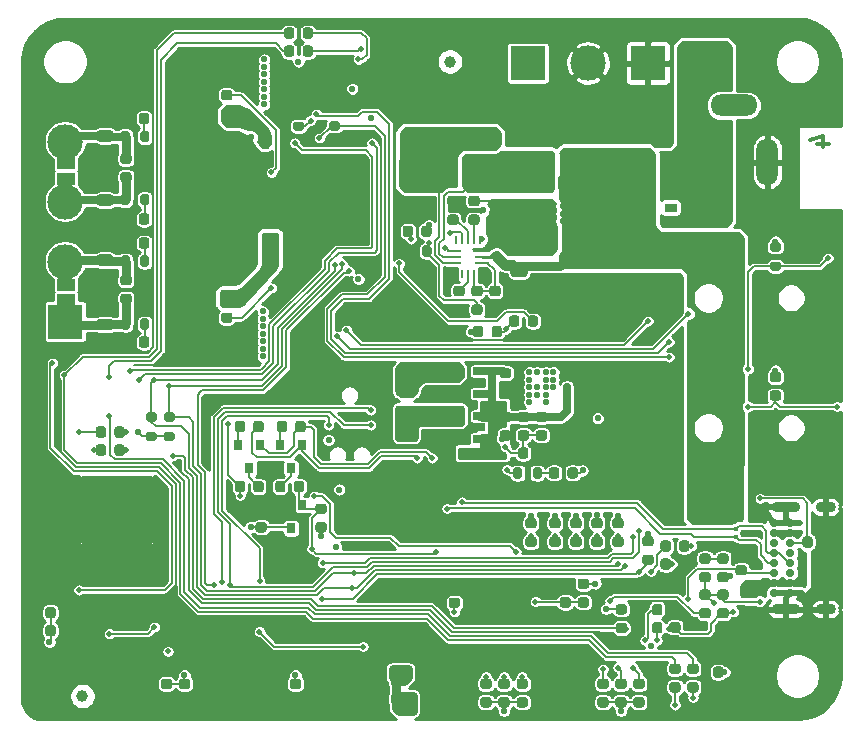
<source format=gbl>
G04 #@! TF.GenerationSoftware,KiCad,Pcbnew,(5.1.9)-1*
G04 #@! TF.CreationDate,2021-04-10T14:09:46+02:00*
G04 #@! TF.ProjectId,musical-box,6d757369-6361-46c2-9d62-6f782e6b6963,rev?*
G04 #@! TF.SameCoordinates,Original*
G04 #@! TF.FileFunction,Copper,L4,Bot*
G04 #@! TF.FilePolarity,Positive*
%FSLAX46Y46*%
G04 Gerber Fmt 4.6, Leading zero omitted, Abs format (unit mm)*
G04 Created by KiCad (PCBNEW (5.1.9)-1) date 2021-04-10 14:09:46*
%MOMM*%
%LPD*%
G01*
G04 APERTURE LIST*
G04 #@! TA.AperFunction,NonConductor*
%ADD10C,0.304800*%
G04 #@! TD*
G04 #@! TA.AperFunction,SMDPad,CuDef*
%ADD11R,0.800000X0.900000*%
G04 #@! TD*
G04 #@! TA.AperFunction,ComponentPad*
%ADD12C,0.800000*%
G04 #@! TD*
G04 #@! TA.AperFunction,SMDPad,CuDef*
%ADD13R,0.300000X0.300000*%
G04 #@! TD*
G04 #@! TA.AperFunction,SMDPad,CuDef*
%ADD14R,9.000000X3.900000*%
G04 #@! TD*
G04 #@! TA.AperFunction,ComponentPad*
%ADD15C,0.600000*%
G04 #@! TD*
G04 #@! TA.AperFunction,ComponentPad*
%ADD16C,3.000000*%
G04 #@! TD*
G04 #@! TA.AperFunction,ComponentPad*
%ADD17R,3.000000X3.000000*%
G04 #@! TD*
G04 #@! TA.AperFunction,ComponentPad*
%ADD18O,1.700000X0.900000*%
G04 #@! TD*
G04 #@! TA.AperFunction,ComponentPad*
%ADD19O,2.400000X0.900000*%
G04 #@! TD*
G04 #@! TA.AperFunction,ComponentPad*
%ADD20C,0.700000*%
G04 #@! TD*
G04 #@! TA.AperFunction,SMDPad,CuDef*
%ADD21R,4.530000X0.750000*%
G04 #@! TD*
G04 #@! TA.AperFunction,SMDPad,CuDef*
%ADD22R,0.905000X5.550000*%
G04 #@! TD*
G04 #@! TA.AperFunction,SMDPad,CuDef*
%ADD23R,4.055000X3.060000*%
G04 #@! TD*
G04 #@! TA.AperFunction,SMDPad,CuDef*
%ADD24R,1.000000X0.750000*%
G04 #@! TD*
G04 #@! TA.AperFunction,SMDPad,CuDef*
%ADD25R,1.500000X1.000000*%
G04 #@! TD*
G04 #@! TA.AperFunction,SMDPad,CuDef*
%ADD26R,1.060000X0.650000*%
G04 #@! TD*
G04 #@! TA.AperFunction,SMDPad,CuDef*
%ADD27R,0.250000X0.750000*%
G04 #@! TD*
G04 #@! TA.AperFunction,SMDPad,CuDef*
%ADD28R,1.300000X0.250000*%
G04 #@! TD*
G04 #@! TA.AperFunction,SMDPad,CuDef*
%ADD29C,1.000000*%
G04 #@! TD*
G04 #@! TA.AperFunction,SMDPad,CuDef*
%ADD30R,5.700000X1.600000*%
G04 #@! TD*
G04 #@! TA.AperFunction,ComponentPad*
%ADD31R,1.800000X4.400000*%
G04 #@! TD*
G04 #@! TA.AperFunction,ComponentPad*
%ADD32O,1.800000X4.000000*%
G04 #@! TD*
G04 #@! TA.AperFunction,ComponentPad*
%ADD33O,4.000000X1.800000*%
G04 #@! TD*
G04 #@! TA.AperFunction,ViaPad*
%ADD34C,0.560000*%
G04 #@! TD*
G04 #@! TA.AperFunction,ViaPad*
%ADD35C,0.460000*%
G04 #@! TD*
G04 #@! TA.AperFunction,Conductor*
%ADD36C,0.150000*%
G04 #@! TD*
G04 #@! TA.AperFunction,Conductor*
%ADD37C,0.200000*%
G04 #@! TD*
G04 #@! TA.AperFunction,Conductor*
%ADD38C,0.508000*%
G04 #@! TD*
G04 #@! TA.AperFunction,Conductor*
%ADD39C,0.254000*%
G04 #@! TD*
G04 #@! TA.AperFunction,Conductor*
%ADD40C,0.762000*%
G04 #@! TD*
G04 #@! TA.AperFunction,Conductor*
%ADD41C,0.700000*%
G04 #@! TD*
G04 #@! TA.AperFunction,Conductor*
%ADD42C,0.800000*%
G04 #@! TD*
G04 #@! TA.AperFunction,Conductor*
%ADD43C,0.100000*%
G04 #@! TD*
G04 APERTURE END LIST*
D10*
X417673428Y-135990285D02*
X418689428Y-135990285D01*
X417092857Y-135627428D02*
X418181428Y-135264571D01*
X418181428Y-136208000D01*
G04 #@! TA.AperFunction,SMDPad,CuDef*
G36*
G01*
X383369000Y-144759000D02*
X383369000Y-145309000D01*
G75*
G02*
X383169000Y-145509000I-200000J0D01*
G01*
X382769000Y-145509000D01*
G75*
G02*
X382569000Y-145309000I0J200000D01*
G01*
X382569000Y-144759000D01*
G75*
G02*
X382769000Y-144559000I200000J0D01*
G01*
X383169000Y-144559000D01*
G75*
G02*
X383369000Y-144759000I0J-200000D01*
G01*
G37*
G04 #@! TD.AperFunction*
G04 #@! TA.AperFunction,SMDPad,CuDef*
G36*
G01*
X385019000Y-144759000D02*
X385019000Y-145309000D01*
G75*
G02*
X384819000Y-145509000I-200000J0D01*
G01*
X384419000Y-145509000D01*
G75*
G02*
X384219000Y-145309000I0J200000D01*
G01*
X384219000Y-144759000D01*
G75*
G02*
X384419000Y-144559000I200000J0D01*
G01*
X384819000Y-144559000D01*
G75*
G02*
X385019000Y-144759000I0J-200000D01*
G01*
G37*
G04 #@! TD.AperFunction*
D11*
X369570000Y-163433000D03*
X370520000Y-161433000D03*
X368620000Y-161433000D03*
X373126000Y-163433000D03*
X374076000Y-161433000D03*
X372176000Y-161433000D03*
D12*
X357567000Y-166304000D03*
X360167000Y-166304000D03*
X358867000Y-166304000D03*
X356267000Y-166304000D03*
X358867000Y-165004000D03*
X357567000Y-165004000D03*
X360167000Y-165004000D03*
X356267000Y-165004000D03*
X357567000Y-167604000D03*
X360167000Y-167604000D03*
X358867000Y-167604000D03*
X356267000Y-167604000D03*
X360167000Y-168904000D03*
X358867000Y-168904000D03*
X357567000Y-168904000D03*
X356267000Y-168904000D03*
G04 #@! TA.AperFunction,SMDPad,CuDef*
G36*
G01*
X384003000Y-139606000D02*
X383053000Y-139606000D01*
G75*
G02*
X382803000Y-139356000I0J250000D01*
G01*
X382803000Y-138856000D01*
G75*
G02*
X383053000Y-138606000I250000J0D01*
G01*
X384003000Y-138606000D01*
G75*
G02*
X384253000Y-138856000I0J-250000D01*
G01*
X384253000Y-139356000D01*
G75*
G02*
X384003000Y-139606000I-250000J0D01*
G01*
G37*
G04 #@! TD.AperFunction*
G04 #@! TA.AperFunction,SMDPad,CuDef*
G36*
G01*
X384003000Y-141506000D02*
X383053000Y-141506000D01*
G75*
G02*
X382803000Y-141256000I0J250000D01*
G01*
X382803000Y-140756000D01*
G75*
G02*
X383053000Y-140506000I250000J0D01*
G01*
X384003000Y-140506000D01*
G75*
G02*
X384253000Y-140756000I0J-250000D01*
G01*
X384253000Y-141256000D01*
G75*
G02*
X384003000Y-141506000I-250000J0D01*
G01*
G37*
G04 #@! TD.AperFunction*
G04 #@! TA.AperFunction,SMDPad,CuDef*
G36*
G01*
X392893000Y-147226000D02*
X391943000Y-147226000D01*
G75*
G02*
X391693000Y-146976000I0J250000D01*
G01*
X391693000Y-146476000D01*
G75*
G02*
X391943000Y-146226000I250000J0D01*
G01*
X392893000Y-146226000D01*
G75*
G02*
X393143000Y-146476000I0J-250000D01*
G01*
X393143000Y-146976000D01*
G75*
G02*
X392893000Y-147226000I-250000J0D01*
G01*
G37*
G04 #@! TD.AperFunction*
G04 #@! TA.AperFunction,SMDPad,CuDef*
G36*
G01*
X392893000Y-149126000D02*
X391943000Y-149126000D01*
G75*
G02*
X391693000Y-148876000I0J250000D01*
G01*
X391693000Y-148376000D01*
G75*
G02*
X391943000Y-148126000I250000J0D01*
G01*
X392893000Y-148126000D01*
G75*
G02*
X393143000Y-148376000I0J-250000D01*
G01*
X393143000Y-148876000D01*
G75*
G02*
X392893000Y-149126000I-250000J0D01*
G01*
G37*
G04 #@! TD.AperFunction*
D13*
X411651000Y-168910000D03*
X410801000Y-168560000D03*
X410801000Y-169260000D03*
G04 #@! TA.AperFunction,SMDPad,CuDef*
G36*
G01*
X411482250Y-170909500D02*
X410969750Y-170909500D01*
G75*
G02*
X410751000Y-170690750I0J218750D01*
G01*
X410751000Y-170253250D01*
G75*
G02*
X410969750Y-170034500I218750J0D01*
G01*
X411482250Y-170034500D01*
G75*
G02*
X411701000Y-170253250I0J-218750D01*
G01*
X411701000Y-170690750D01*
G75*
G02*
X411482250Y-170909500I-218750J0D01*
G01*
G37*
G04 #@! TD.AperFunction*
G04 #@! TA.AperFunction,SMDPad,CuDef*
G36*
G01*
X411482250Y-172484500D02*
X410969750Y-172484500D01*
G75*
G02*
X410751000Y-172265750I0J218750D01*
G01*
X410751000Y-171828250D01*
G75*
G02*
X410969750Y-171609500I218750J0D01*
G01*
X411482250Y-171609500D01*
G75*
G02*
X411701000Y-171828250I0J-218750D01*
G01*
X411701000Y-172265750D01*
G75*
G02*
X411482250Y-172484500I-218750J0D01*
G01*
G37*
G04 #@! TD.AperFunction*
G04 #@! TA.AperFunction,SMDPad,CuDef*
G36*
G01*
X417989500Y-169928250D02*
X417989500Y-169415750D01*
G75*
G02*
X418208250Y-169197000I218750J0D01*
G01*
X418645750Y-169197000D01*
G75*
G02*
X418864500Y-169415750I0J-218750D01*
G01*
X418864500Y-169928250D01*
G75*
G02*
X418645750Y-170147000I-218750J0D01*
G01*
X418208250Y-170147000D01*
G75*
G02*
X417989500Y-169928250I0J218750D01*
G01*
G37*
G04 #@! TD.AperFunction*
G04 #@! TA.AperFunction,SMDPad,CuDef*
G36*
G01*
X416414500Y-169928250D02*
X416414500Y-169415750D01*
G75*
G02*
X416633250Y-169197000I218750J0D01*
G01*
X417070750Y-169197000D01*
G75*
G02*
X417289500Y-169415750I0J-218750D01*
G01*
X417289500Y-169928250D01*
G75*
G02*
X417070750Y-170147000I-218750J0D01*
G01*
X416633250Y-170147000D01*
G75*
G02*
X416414500Y-169928250I0J218750D01*
G01*
G37*
G04 #@! TD.AperFunction*
G04 #@! TA.AperFunction,SMDPad,CuDef*
G36*
G01*
X376534000Y-134029000D02*
X377084000Y-134029000D01*
G75*
G02*
X377284000Y-134229000I0J-200000D01*
G01*
X377284000Y-134629000D01*
G75*
G02*
X377084000Y-134829000I-200000J0D01*
G01*
X376534000Y-134829000D01*
G75*
G02*
X376334000Y-134629000I0J200000D01*
G01*
X376334000Y-134229000D01*
G75*
G02*
X376534000Y-134029000I200000J0D01*
G01*
G37*
G04 #@! TD.AperFunction*
G04 #@! TA.AperFunction,SMDPad,CuDef*
G36*
G01*
X376534000Y-132379000D02*
X377084000Y-132379000D01*
G75*
G02*
X377284000Y-132579000I0J-200000D01*
G01*
X377284000Y-132979000D01*
G75*
G02*
X377084000Y-133179000I-200000J0D01*
G01*
X376534000Y-133179000D01*
G75*
G02*
X376334000Y-132979000I0J200000D01*
G01*
X376334000Y-132579000D01*
G75*
G02*
X376534000Y-132379000I200000J0D01*
G01*
G37*
G04 #@! TD.AperFunction*
G04 #@! TA.AperFunction,SMDPad,CuDef*
G36*
G01*
X373493000Y-134065000D02*
X374043000Y-134065000D01*
G75*
G02*
X374243000Y-134265000I0J-200000D01*
G01*
X374243000Y-134665000D01*
G75*
G02*
X374043000Y-134865000I-200000J0D01*
G01*
X373493000Y-134865000D01*
G75*
G02*
X373293000Y-134665000I0J200000D01*
G01*
X373293000Y-134265000D01*
G75*
G02*
X373493000Y-134065000I200000J0D01*
G01*
G37*
G04 #@! TD.AperFunction*
G04 #@! TA.AperFunction,SMDPad,CuDef*
G36*
G01*
X373493000Y-132415000D02*
X374043000Y-132415000D01*
G75*
G02*
X374243000Y-132615000I0J-200000D01*
G01*
X374243000Y-133015000D01*
G75*
G02*
X374043000Y-133215000I-200000J0D01*
G01*
X373493000Y-133215000D01*
G75*
G02*
X373293000Y-133015000I0J200000D01*
G01*
X373293000Y-132615000D01*
G75*
G02*
X373493000Y-132415000I200000J0D01*
G01*
G37*
G04 #@! TD.AperFunction*
D14*
X375215800Y-141196500D03*
D15*
X379115800Y-141196500D03*
X379115800Y-142496500D03*
X379115800Y-139896500D03*
X377815800Y-141196500D03*
X377815800Y-142496500D03*
X377815800Y-139896500D03*
X376515800Y-141196500D03*
X376515800Y-142496500D03*
X376515800Y-139896500D03*
X375215800Y-141196500D03*
X375215800Y-142496500D03*
X375215800Y-139896500D03*
X373915800Y-141196500D03*
X373915800Y-142496500D03*
X373915800Y-139896500D03*
X372615800Y-141196500D03*
X372615800Y-142496500D03*
X372615800Y-139896500D03*
X371315800Y-142496500D03*
X371315800Y-141196500D03*
X371315800Y-139896500D03*
D16*
X398260000Y-129120000D03*
D17*
X393180000Y-129120000D03*
G04 #@! TA.AperFunction,SMDPad,CuDef*
G36*
G01*
X392715000Y-163555000D02*
X392715000Y-164105000D01*
G75*
G02*
X392515000Y-164305000I-200000J0D01*
G01*
X392115000Y-164305000D01*
G75*
G02*
X391915000Y-164105000I0J200000D01*
G01*
X391915000Y-163555000D01*
G75*
G02*
X392115000Y-163355000I200000J0D01*
G01*
X392515000Y-163355000D01*
G75*
G02*
X392715000Y-163555000I0J-200000D01*
G01*
G37*
G04 #@! TD.AperFunction*
G04 #@! TA.AperFunction,SMDPad,CuDef*
G36*
G01*
X394365000Y-163555000D02*
X394365000Y-164105000D01*
G75*
G02*
X394165000Y-164305000I-200000J0D01*
G01*
X393765000Y-164305000D01*
G75*
G02*
X393565000Y-164105000I0J200000D01*
G01*
X393565000Y-163555000D01*
G75*
G02*
X393765000Y-163355000I200000J0D01*
G01*
X394165000Y-163355000D01*
G75*
G02*
X394365000Y-163555000I0J-200000D01*
G01*
G37*
G04 #@! TD.AperFunction*
G04 #@! TA.AperFunction,SMDPad,CuDef*
G36*
G01*
X414410000Y-145078000D02*
X413860000Y-145078000D01*
G75*
G02*
X413660000Y-144878000I0J200000D01*
G01*
X413660000Y-144478000D01*
G75*
G02*
X413860000Y-144278000I200000J0D01*
G01*
X414410000Y-144278000D01*
G75*
G02*
X414610000Y-144478000I0J-200000D01*
G01*
X414610000Y-144878000D01*
G75*
G02*
X414410000Y-145078000I-200000J0D01*
G01*
G37*
G04 #@! TD.AperFunction*
G04 #@! TA.AperFunction,SMDPad,CuDef*
G36*
G01*
X414410000Y-146728000D02*
X413860000Y-146728000D01*
G75*
G02*
X413660000Y-146528000I0J200000D01*
G01*
X413660000Y-146128000D01*
G75*
G02*
X413860000Y-145928000I200000J0D01*
G01*
X414410000Y-145928000D01*
G75*
G02*
X414610000Y-146128000I0J-200000D01*
G01*
X414610000Y-146528000D01*
G75*
G02*
X414410000Y-146728000I-200000J0D01*
G01*
G37*
G04 #@! TD.AperFunction*
G04 #@! TA.AperFunction,SMDPad,CuDef*
G36*
G01*
X405882250Y-180840000D02*
X405369750Y-180840000D01*
G75*
G02*
X405151000Y-180621250I0J218750D01*
G01*
X405151000Y-180183750D01*
G75*
G02*
X405369750Y-179965000I218750J0D01*
G01*
X405882250Y-179965000D01*
G75*
G02*
X406101000Y-180183750I0J-218750D01*
G01*
X406101000Y-180621250D01*
G75*
G02*
X405882250Y-180840000I-218750J0D01*
G01*
G37*
G04 #@! TD.AperFunction*
G04 #@! TA.AperFunction,SMDPad,CuDef*
G36*
G01*
X405882250Y-182415000D02*
X405369750Y-182415000D01*
G75*
G02*
X405151000Y-182196250I0J218750D01*
G01*
X405151000Y-181758750D01*
G75*
G02*
X405369750Y-181540000I218750J0D01*
G01*
X405882250Y-181540000D01*
G75*
G02*
X406101000Y-181758750I0J-218750D01*
G01*
X406101000Y-182196250D01*
G75*
G02*
X405882250Y-182415000I-218750J0D01*
G01*
G37*
G04 #@! TD.AperFunction*
D18*
X418380000Y-166700000D03*
X418380000Y-175350000D03*
D19*
X415000000Y-166700000D03*
X415000000Y-175350000D03*
D20*
X415370000Y-170600000D03*
X415370000Y-168050000D03*
X415370000Y-168900000D03*
X415370000Y-169750000D03*
X415370000Y-174000000D03*
X415370000Y-172300000D03*
X415370000Y-171450000D03*
X415370000Y-173150000D03*
X414020000Y-168050000D03*
X414020000Y-168900000D03*
X414020000Y-169750000D03*
X414020000Y-170600000D03*
X414020000Y-171450000D03*
X414020000Y-172300000D03*
X414020000Y-173150000D03*
X414020000Y-174000000D03*
D16*
X354000000Y-135760000D03*
D17*
X354000000Y-151000000D03*
D16*
X354000000Y-140840000D03*
X354000000Y-145920000D03*
G04 #@! TA.AperFunction,SMDPad,CuDef*
G36*
G01*
X380892000Y-182711750D02*
X380892000Y-183224250D01*
G75*
G02*
X380673250Y-183443000I-218750J0D01*
G01*
X380235750Y-183443000D01*
G75*
G02*
X380017000Y-183224250I0J218750D01*
G01*
X380017000Y-182711750D01*
G75*
G02*
X380235750Y-182493000I218750J0D01*
G01*
X380673250Y-182493000D01*
G75*
G02*
X380892000Y-182711750I0J-218750D01*
G01*
G37*
G04 #@! TD.AperFunction*
G04 #@! TA.AperFunction,SMDPad,CuDef*
G36*
G01*
X382467000Y-182711750D02*
X382467000Y-183224250D01*
G75*
G02*
X382248250Y-183443000I-218750J0D01*
G01*
X381810750Y-183443000D01*
G75*
G02*
X381592000Y-183224250I0J218750D01*
G01*
X381592000Y-182711750D01*
G75*
G02*
X381810750Y-182493000I218750J0D01*
G01*
X382248250Y-182493000D01*
G75*
G02*
X382467000Y-182711750I0J-218750D01*
G01*
G37*
G04 #@! TD.AperFunction*
G04 #@! TA.AperFunction,SMDPad,CuDef*
G36*
G01*
X380892000Y-181187750D02*
X380892000Y-181700250D01*
G75*
G02*
X380673250Y-181919000I-218750J0D01*
G01*
X380235750Y-181919000D01*
G75*
G02*
X380017000Y-181700250I0J218750D01*
G01*
X380017000Y-181187750D01*
G75*
G02*
X380235750Y-180969000I218750J0D01*
G01*
X380673250Y-180969000D01*
G75*
G02*
X380892000Y-181187750I0J-218750D01*
G01*
G37*
G04 #@! TD.AperFunction*
G04 #@! TA.AperFunction,SMDPad,CuDef*
G36*
G01*
X382467000Y-181187750D02*
X382467000Y-181700250D01*
G75*
G02*
X382248250Y-181919000I-218750J0D01*
G01*
X381810750Y-181919000D01*
G75*
G02*
X381592000Y-181700250I0J218750D01*
G01*
X381592000Y-181187750D01*
G75*
G02*
X381810750Y-180969000I218750J0D01*
G01*
X382248250Y-180969000D01*
G75*
G02*
X382467000Y-181187750I0J-218750D01*
G01*
G37*
G04 #@! TD.AperFunction*
G04 #@! TA.AperFunction,SMDPad,CuDef*
G36*
G01*
X387206250Y-173667000D02*
X386693750Y-173667000D01*
G75*
G02*
X386475000Y-173448250I0J218750D01*
G01*
X386475000Y-173010750D01*
G75*
G02*
X386693750Y-172792000I218750J0D01*
G01*
X387206250Y-172792000D01*
G75*
G02*
X387425000Y-173010750I0J-218750D01*
G01*
X387425000Y-173448250D01*
G75*
G02*
X387206250Y-173667000I-218750J0D01*
G01*
G37*
G04 #@! TD.AperFunction*
G04 #@! TA.AperFunction,SMDPad,CuDef*
G36*
G01*
X387206250Y-175242000D02*
X386693750Y-175242000D01*
G75*
G02*
X386475000Y-175023250I0J218750D01*
G01*
X386475000Y-174585750D01*
G75*
G02*
X386693750Y-174367000I218750J0D01*
G01*
X387206250Y-174367000D01*
G75*
G02*
X387425000Y-174585750I0J-218750D01*
G01*
X387425000Y-175023250D01*
G75*
G02*
X387206250Y-175242000I-218750J0D01*
G01*
G37*
G04 #@! TD.AperFunction*
G04 #@! TA.AperFunction,SMDPad,CuDef*
G36*
G01*
X362316750Y-182810000D02*
X362829250Y-182810000D01*
G75*
G02*
X363048000Y-183028750I0J-218750D01*
G01*
X363048000Y-183466250D01*
G75*
G02*
X362829250Y-183685000I-218750J0D01*
G01*
X362316750Y-183685000D01*
G75*
G02*
X362098000Y-183466250I0J218750D01*
G01*
X362098000Y-183028750D01*
G75*
G02*
X362316750Y-182810000I218750J0D01*
G01*
G37*
G04 #@! TD.AperFunction*
G04 #@! TA.AperFunction,SMDPad,CuDef*
G36*
G01*
X362316750Y-181235000D02*
X362829250Y-181235000D01*
G75*
G02*
X363048000Y-181453750I0J-218750D01*
G01*
X363048000Y-181891250D01*
G75*
G02*
X362829250Y-182110000I-218750J0D01*
G01*
X362316750Y-182110000D01*
G75*
G02*
X362098000Y-181891250I0J218750D01*
G01*
X362098000Y-181453750D01*
G75*
G02*
X362316750Y-181235000I218750J0D01*
G01*
G37*
G04 #@! TD.AperFunction*
G04 #@! TA.AperFunction,SMDPad,CuDef*
G36*
G01*
X402834250Y-182110000D02*
X402321750Y-182110000D01*
G75*
G02*
X402103000Y-181891250I0J218750D01*
G01*
X402103000Y-181453750D01*
G75*
G02*
X402321750Y-181235000I218750J0D01*
G01*
X402834250Y-181235000D01*
G75*
G02*
X403053000Y-181453750I0J-218750D01*
G01*
X403053000Y-181891250D01*
G75*
G02*
X402834250Y-182110000I-218750J0D01*
G01*
G37*
G04 #@! TD.AperFunction*
G04 #@! TA.AperFunction,SMDPad,CuDef*
G36*
G01*
X402834250Y-183685000D02*
X402321750Y-183685000D01*
G75*
G02*
X402103000Y-183466250I0J218750D01*
G01*
X402103000Y-183028750D01*
G75*
G02*
X402321750Y-182810000I218750J0D01*
G01*
X402834250Y-182810000D01*
G75*
G02*
X403053000Y-183028750I0J-218750D01*
G01*
X403053000Y-183466250D01*
G75*
G02*
X402834250Y-183685000I-218750J0D01*
G01*
G37*
G04 #@! TD.AperFunction*
G04 #@! TA.AperFunction,SMDPad,CuDef*
G36*
G01*
X414391250Y-156138500D02*
X413878750Y-156138500D01*
G75*
G02*
X413660000Y-155919750I0J218750D01*
G01*
X413660000Y-155482250D01*
G75*
G02*
X413878750Y-155263500I218750J0D01*
G01*
X414391250Y-155263500D01*
G75*
G02*
X414610000Y-155482250I0J-218750D01*
G01*
X414610000Y-155919750D01*
G75*
G02*
X414391250Y-156138500I-218750J0D01*
G01*
G37*
G04 #@! TD.AperFunction*
G04 #@! TA.AperFunction,SMDPad,CuDef*
G36*
G01*
X414391250Y-157713500D02*
X413878750Y-157713500D01*
G75*
G02*
X413660000Y-157494750I0J218750D01*
G01*
X413660000Y-157057250D01*
G75*
G02*
X413878750Y-156838500I218750J0D01*
G01*
X414391250Y-156838500D01*
G75*
G02*
X414610000Y-157057250I0J-218750D01*
G01*
X414610000Y-157494750D01*
G75*
G02*
X414391250Y-157713500I-218750J0D01*
G01*
G37*
G04 #@! TD.AperFunction*
D21*
X401528000Y-137541000D03*
X401528000Y-141351000D03*
D22*
X402915500Y-139446000D03*
D23*
X401765500Y-139446000D03*
D24*
X405258000Y-137541000D03*
X405258000Y-141351000D03*
X405258000Y-138811000D03*
X405258000Y-140081000D03*
G04 #@! TA.AperFunction,SMDPad,CuDef*
G36*
G01*
X370336000Y-167965000D02*
X370836000Y-167965000D01*
G75*
G02*
X371061000Y-168190000I0J-225000D01*
G01*
X371061000Y-168640000D01*
G75*
G02*
X370836000Y-168865000I-225000J0D01*
G01*
X370336000Y-168865000D01*
G75*
G02*
X370111000Y-168640000I0J225000D01*
G01*
X370111000Y-168190000D01*
G75*
G02*
X370336000Y-167965000I225000J0D01*
G01*
G37*
G04 #@! TD.AperFunction*
G04 #@! TA.AperFunction,SMDPad,CuDef*
G36*
G01*
X370336000Y-166415000D02*
X370836000Y-166415000D01*
G75*
G02*
X371061000Y-166640000I0J-225000D01*
G01*
X371061000Y-167090000D01*
G75*
G02*
X370836000Y-167315000I-225000J0D01*
G01*
X370336000Y-167315000D01*
G75*
G02*
X370111000Y-167090000I0J225000D01*
G01*
X370111000Y-166640000D01*
G75*
G02*
X370336000Y-166415000I225000J0D01*
G01*
G37*
G04 #@! TD.AperFunction*
G04 #@! TA.AperFunction,SMDPad,CuDef*
G36*
G01*
X396590000Y-173680000D02*
X396090000Y-173680000D01*
G75*
G02*
X395865000Y-173455000I0J225000D01*
G01*
X395865000Y-173005000D01*
G75*
G02*
X396090000Y-172780000I225000J0D01*
G01*
X396590000Y-172780000D01*
G75*
G02*
X396815000Y-173005000I0J-225000D01*
G01*
X396815000Y-173455000D01*
G75*
G02*
X396590000Y-173680000I-225000J0D01*
G01*
G37*
G04 #@! TD.AperFunction*
G04 #@! TA.AperFunction,SMDPad,CuDef*
G36*
G01*
X396590000Y-175230000D02*
X396090000Y-175230000D01*
G75*
G02*
X395865000Y-175005000I0J225000D01*
G01*
X395865000Y-174555000D01*
G75*
G02*
X396090000Y-174330000I225000J0D01*
G01*
X396590000Y-174330000D01*
G75*
G02*
X396815000Y-174555000I0J-225000D01*
G01*
X396815000Y-175005000D01*
G75*
G02*
X396590000Y-175230000I-225000J0D01*
G01*
G37*
G04 #@! TD.AperFunction*
G04 #@! TA.AperFunction,SMDPad,CuDef*
G36*
G01*
X358163000Y-160618250D02*
X358163000Y-160105750D01*
G75*
G02*
X358381750Y-159887000I218750J0D01*
G01*
X358819250Y-159887000D01*
G75*
G02*
X359038000Y-160105750I0J-218750D01*
G01*
X359038000Y-160618250D01*
G75*
G02*
X358819250Y-160837000I-218750J0D01*
G01*
X358381750Y-160837000D01*
G75*
G02*
X358163000Y-160618250I0J218750D01*
G01*
G37*
G04 #@! TD.AperFunction*
G04 #@! TA.AperFunction,SMDPad,CuDef*
G36*
G01*
X356588000Y-160618250D02*
X356588000Y-160105750D01*
G75*
G02*
X356806750Y-159887000I218750J0D01*
G01*
X357244250Y-159887000D01*
G75*
G02*
X357463000Y-160105750I0J-218750D01*
G01*
X357463000Y-160618250D01*
G75*
G02*
X357244250Y-160837000I-218750J0D01*
G01*
X356806750Y-160837000D01*
G75*
G02*
X356588000Y-160618250I0J218750D01*
G01*
G37*
G04 #@! TD.AperFunction*
G04 #@! TA.AperFunction,SMDPad,CuDef*
G36*
G01*
X361018500Y-160333000D02*
X361568500Y-160333000D01*
G75*
G02*
X361768500Y-160533000I0J-200000D01*
G01*
X361768500Y-160933000D01*
G75*
G02*
X361568500Y-161133000I-200000J0D01*
G01*
X361018500Y-161133000D01*
G75*
G02*
X360818500Y-160933000I0J200000D01*
G01*
X360818500Y-160533000D01*
G75*
G02*
X361018500Y-160333000I200000J0D01*
G01*
G37*
G04 #@! TD.AperFunction*
G04 #@! TA.AperFunction,SMDPad,CuDef*
G36*
G01*
X361018500Y-158683000D02*
X361568500Y-158683000D01*
G75*
G02*
X361768500Y-158883000I0J-200000D01*
G01*
X361768500Y-159283000D01*
G75*
G02*
X361568500Y-159483000I-200000J0D01*
G01*
X361018500Y-159483000D01*
G75*
G02*
X360818500Y-159283000I0J200000D01*
G01*
X360818500Y-158883000D01*
G75*
G02*
X361018500Y-158683000I200000J0D01*
G01*
G37*
G04 #@! TD.AperFunction*
G04 #@! TA.AperFunction,SMDPad,CuDef*
G36*
G01*
X362542500Y-160333000D02*
X363092500Y-160333000D01*
G75*
G02*
X363292500Y-160533000I0J-200000D01*
G01*
X363292500Y-160933000D01*
G75*
G02*
X363092500Y-161133000I-200000J0D01*
G01*
X362542500Y-161133000D01*
G75*
G02*
X362342500Y-160933000I0J200000D01*
G01*
X362342500Y-160533000D01*
G75*
G02*
X362542500Y-160333000I200000J0D01*
G01*
G37*
G04 #@! TD.AperFunction*
G04 #@! TA.AperFunction,SMDPad,CuDef*
G36*
G01*
X362542500Y-158683000D02*
X363092500Y-158683000D01*
G75*
G02*
X363292500Y-158883000I0J-200000D01*
G01*
X363292500Y-159283000D01*
G75*
G02*
X363092500Y-159483000I-200000J0D01*
G01*
X362542500Y-159483000D01*
G75*
G02*
X362342500Y-159283000I0J200000D01*
G01*
X362342500Y-158883000D01*
G75*
G02*
X362542500Y-158683000I200000J0D01*
G01*
G37*
G04 #@! TD.AperFunction*
D25*
X354064000Y-138914000D03*
X354064000Y-137614000D03*
X354064000Y-149168000D03*
X354064000Y-147868000D03*
G04 #@! TA.AperFunction,SMDPad,CuDef*
G36*
G01*
X359481000Y-135068000D02*
X359481000Y-135618000D01*
G75*
G02*
X359281000Y-135818000I-200000J0D01*
G01*
X358881000Y-135818000D01*
G75*
G02*
X358681000Y-135618000I0J200000D01*
G01*
X358681000Y-135068000D01*
G75*
G02*
X358881000Y-134868000I200000J0D01*
G01*
X359281000Y-134868000D01*
G75*
G02*
X359481000Y-135068000I0J-200000D01*
G01*
G37*
G04 #@! TD.AperFunction*
G04 #@! TA.AperFunction,SMDPad,CuDef*
G36*
G01*
X361131000Y-135068000D02*
X361131000Y-135618000D01*
G75*
G02*
X360931000Y-135818000I-200000J0D01*
G01*
X360531000Y-135818000D01*
G75*
G02*
X360331000Y-135618000I0J200000D01*
G01*
X360331000Y-135068000D01*
G75*
G02*
X360531000Y-134868000I200000J0D01*
G01*
X360931000Y-134868000D01*
G75*
G02*
X361131000Y-135068000I0J-200000D01*
G01*
G37*
G04 #@! TD.AperFunction*
G04 #@! TA.AperFunction,SMDPad,CuDef*
G36*
G01*
X359481000Y-140402000D02*
X359481000Y-140952000D01*
G75*
G02*
X359281000Y-141152000I-200000J0D01*
G01*
X358881000Y-141152000D01*
G75*
G02*
X358681000Y-140952000I0J200000D01*
G01*
X358681000Y-140402000D01*
G75*
G02*
X358881000Y-140202000I200000J0D01*
G01*
X359281000Y-140202000D01*
G75*
G02*
X359481000Y-140402000I0J-200000D01*
G01*
G37*
G04 #@! TD.AperFunction*
G04 #@! TA.AperFunction,SMDPad,CuDef*
G36*
G01*
X361131000Y-140402000D02*
X361131000Y-140952000D01*
G75*
G02*
X360931000Y-141152000I-200000J0D01*
G01*
X360531000Y-141152000D01*
G75*
G02*
X360331000Y-140952000I0J200000D01*
G01*
X360331000Y-140402000D01*
G75*
G02*
X360531000Y-140202000I200000J0D01*
G01*
X360931000Y-140202000D01*
G75*
G02*
X361131000Y-140402000I0J-200000D01*
G01*
G37*
G04 #@! TD.AperFunction*
G04 #@! TA.AperFunction,SMDPad,CuDef*
G36*
G01*
X359481000Y-145609000D02*
X359481000Y-146159000D01*
G75*
G02*
X359281000Y-146359000I-200000J0D01*
G01*
X358881000Y-146359000D01*
G75*
G02*
X358681000Y-146159000I0J200000D01*
G01*
X358681000Y-145609000D01*
G75*
G02*
X358881000Y-145409000I200000J0D01*
G01*
X359281000Y-145409000D01*
G75*
G02*
X359481000Y-145609000I0J-200000D01*
G01*
G37*
G04 #@! TD.AperFunction*
G04 #@! TA.AperFunction,SMDPad,CuDef*
G36*
G01*
X361131000Y-145609000D02*
X361131000Y-146159000D01*
G75*
G02*
X360931000Y-146359000I-200000J0D01*
G01*
X360531000Y-146359000D01*
G75*
G02*
X360331000Y-146159000I0J200000D01*
G01*
X360331000Y-145609000D01*
G75*
G02*
X360531000Y-145409000I200000J0D01*
G01*
X360931000Y-145409000D01*
G75*
G02*
X361131000Y-145609000I0J-200000D01*
G01*
G37*
G04 #@! TD.AperFunction*
G04 #@! TA.AperFunction,SMDPad,CuDef*
G36*
G01*
X359481000Y-150943000D02*
X359481000Y-151493000D01*
G75*
G02*
X359281000Y-151693000I-200000J0D01*
G01*
X358881000Y-151693000D01*
G75*
G02*
X358681000Y-151493000I0J200000D01*
G01*
X358681000Y-150943000D01*
G75*
G02*
X358881000Y-150743000I200000J0D01*
G01*
X359281000Y-150743000D01*
G75*
G02*
X359481000Y-150943000I0J-200000D01*
G01*
G37*
G04 #@! TD.AperFunction*
G04 #@! TA.AperFunction,SMDPad,CuDef*
G36*
G01*
X361131000Y-150943000D02*
X361131000Y-151493000D01*
G75*
G02*
X360931000Y-151693000I-200000J0D01*
G01*
X360531000Y-151693000D01*
G75*
G02*
X360331000Y-151493000I0J200000D01*
G01*
X360331000Y-150943000D01*
G75*
G02*
X360531000Y-150743000I200000J0D01*
G01*
X360931000Y-150743000D01*
G75*
G02*
X361131000Y-150943000I0J-200000D01*
G01*
G37*
G04 #@! TD.AperFunction*
G04 #@! TA.AperFunction,SMDPad,CuDef*
G36*
G01*
X359581000Y-133569000D02*
X359581000Y-134069000D01*
G75*
G02*
X359356000Y-134294000I-225000J0D01*
G01*
X358906000Y-134294000D01*
G75*
G02*
X358681000Y-134069000I0J225000D01*
G01*
X358681000Y-133569000D01*
G75*
G02*
X358906000Y-133344000I225000J0D01*
G01*
X359356000Y-133344000D01*
G75*
G02*
X359581000Y-133569000I0J-225000D01*
G01*
G37*
G04 #@! TD.AperFunction*
G04 #@! TA.AperFunction,SMDPad,CuDef*
G36*
G01*
X361131000Y-133569000D02*
X361131000Y-134069000D01*
G75*
G02*
X360906000Y-134294000I-225000J0D01*
G01*
X360456000Y-134294000D01*
G75*
G02*
X360231000Y-134069000I0J225000D01*
G01*
X360231000Y-133569000D01*
G75*
G02*
X360456000Y-133344000I225000J0D01*
G01*
X360906000Y-133344000D01*
G75*
G02*
X361131000Y-133569000I0J-225000D01*
G01*
G37*
G04 #@! TD.AperFunction*
G04 #@! TA.AperFunction,SMDPad,CuDef*
G36*
G01*
X359581000Y-142078000D02*
X359581000Y-142578000D01*
G75*
G02*
X359356000Y-142803000I-225000J0D01*
G01*
X358906000Y-142803000D01*
G75*
G02*
X358681000Y-142578000I0J225000D01*
G01*
X358681000Y-142078000D01*
G75*
G02*
X358906000Y-141853000I225000J0D01*
G01*
X359356000Y-141853000D01*
G75*
G02*
X359581000Y-142078000I0J-225000D01*
G01*
G37*
G04 #@! TD.AperFunction*
G04 #@! TA.AperFunction,SMDPad,CuDef*
G36*
G01*
X361131000Y-142078000D02*
X361131000Y-142578000D01*
G75*
G02*
X360906000Y-142803000I-225000J0D01*
G01*
X360456000Y-142803000D01*
G75*
G02*
X360231000Y-142578000I0J225000D01*
G01*
X360231000Y-142078000D01*
G75*
G02*
X360456000Y-141853000I225000J0D01*
G01*
X360906000Y-141853000D01*
G75*
G02*
X361131000Y-142078000I0J-225000D01*
G01*
G37*
G04 #@! TD.AperFunction*
G04 #@! TA.AperFunction,SMDPad,CuDef*
G36*
G01*
X359581000Y-144110000D02*
X359581000Y-144610000D01*
G75*
G02*
X359356000Y-144835000I-225000J0D01*
G01*
X358906000Y-144835000D01*
G75*
G02*
X358681000Y-144610000I0J225000D01*
G01*
X358681000Y-144110000D01*
G75*
G02*
X358906000Y-143885000I225000J0D01*
G01*
X359356000Y-143885000D01*
G75*
G02*
X359581000Y-144110000I0J-225000D01*
G01*
G37*
G04 #@! TD.AperFunction*
G04 #@! TA.AperFunction,SMDPad,CuDef*
G36*
G01*
X361131000Y-144110000D02*
X361131000Y-144610000D01*
G75*
G02*
X360906000Y-144835000I-225000J0D01*
G01*
X360456000Y-144835000D01*
G75*
G02*
X360231000Y-144610000I0J225000D01*
G01*
X360231000Y-144110000D01*
G75*
G02*
X360456000Y-143885000I225000J0D01*
G01*
X360906000Y-143885000D01*
G75*
G02*
X361131000Y-144110000I0J-225000D01*
G01*
G37*
G04 #@! TD.AperFunction*
G04 #@! TA.AperFunction,SMDPad,CuDef*
G36*
G01*
X359581000Y-152492000D02*
X359581000Y-152992000D01*
G75*
G02*
X359356000Y-153217000I-225000J0D01*
G01*
X358906000Y-153217000D01*
G75*
G02*
X358681000Y-152992000I0J225000D01*
G01*
X358681000Y-152492000D01*
G75*
G02*
X358906000Y-152267000I225000J0D01*
G01*
X359356000Y-152267000D01*
G75*
G02*
X359581000Y-152492000I0J-225000D01*
G01*
G37*
G04 #@! TD.AperFunction*
G04 #@! TA.AperFunction,SMDPad,CuDef*
G36*
G01*
X361131000Y-152492000D02*
X361131000Y-152992000D01*
G75*
G02*
X360906000Y-153217000I-225000J0D01*
G01*
X360456000Y-153217000D01*
G75*
G02*
X360231000Y-152992000I0J225000D01*
G01*
X360231000Y-152492000D01*
G75*
G02*
X360456000Y-152267000I225000J0D01*
G01*
X360906000Y-152267000D01*
G75*
G02*
X361131000Y-152492000I0J-225000D01*
G01*
G37*
G04 #@! TD.AperFunction*
G04 #@! TA.AperFunction,SMDPad,CuDef*
G36*
G01*
X398128250Y-173641500D02*
X397615750Y-173641500D01*
G75*
G02*
X397397000Y-173422750I0J218750D01*
G01*
X397397000Y-172985250D01*
G75*
G02*
X397615750Y-172766500I218750J0D01*
G01*
X398128250Y-172766500D01*
G75*
G02*
X398347000Y-172985250I0J-218750D01*
G01*
X398347000Y-173422750D01*
G75*
G02*
X398128250Y-173641500I-218750J0D01*
G01*
G37*
G04 #@! TD.AperFunction*
G04 #@! TA.AperFunction,SMDPad,CuDef*
G36*
G01*
X398128250Y-175216500D02*
X397615750Y-175216500D01*
G75*
G02*
X397397000Y-174997750I0J218750D01*
G01*
X397397000Y-174560250D01*
G75*
G02*
X397615750Y-174341500I218750J0D01*
G01*
X398128250Y-174341500D01*
G75*
G02*
X398347000Y-174560250I0J-218750D01*
G01*
X398347000Y-174997750D01*
G75*
G02*
X398128250Y-175216500I-218750J0D01*
G01*
G37*
G04 #@! TD.AperFunction*
D11*
X373126000Y-168513000D03*
X374076000Y-166513000D03*
X372176000Y-166513000D03*
D26*
X386873000Y-159017000D03*
X386873000Y-160917000D03*
X389073000Y-160917000D03*
X389073000Y-159967000D03*
X389073000Y-159017000D03*
X386873000Y-155207000D03*
X386873000Y-157107000D03*
X389073000Y-157107000D03*
X389073000Y-156157000D03*
X389073000Y-155207000D03*
D27*
X389104000Y-144074000D03*
X388608000Y-144074000D03*
X388104000Y-144074000D03*
X387604000Y-144074000D03*
X387084000Y-144074000D03*
D28*
X386950000Y-145020000D03*
X386950000Y-145520000D03*
X386950000Y-146020000D03*
D27*
X387096000Y-146974000D03*
X387596000Y-146974000D03*
X388096000Y-146974000D03*
X388596000Y-146974000D03*
X389116000Y-146974000D03*
D28*
X389250000Y-146028000D03*
X389250000Y-145528000D03*
X389250000Y-145028000D03*
G04 #@! TA.AperFunction,SMDPad,CuDef*
G36*
G01*
X373399000Y-127847750D02*
X373399000Y-128360250D01*
G75*
G02*
X373180250Y-128579000I-218750J0D01*
G01*
X372742750Y-128579000D01*
G75*
G02*
X372524000Y-128360250I0J218750D01*
G01*
X372524000Y-127847750D01*
G75*
G02*
X372742750Y-127629000I218750J0D01*
G01*
X373180250Y-127629000D01*
G75*
G02*
X373399000Y-127847750I0J-218750D01*
G01*
G37*
G04 #@! TD.AperFunction*
G04 #@! TA.AperFunction,SMDPad,CuDef*
G36*
G01*
X374974000Y-127847750D02*
X374974000Y-128360250D01*
G75*
G02*
X374755250Y-128579000I-218750J0D01*
G01*
X374317750Y-128579000D01*
G75*
G02*
X374099000Y-128360250I0J218750D01*
G01*
X374099000Y-127847750D01*
G75*
G02*
X374317750Y-127629000I218750J0D01*
G01*
X374755250Y-127629000D01*
G75*
G02*
X374974000Y-127847750I0J-218750D01*
G01*
G37*
G04 #@! TD.AperFunction*
G04 #@! TA.AperFunction,SMDPad,CuDef*
G36*
G01*
X373399000Y-126323750D02*
X373399000Y-126836250D01*
G75*
G02*
X373180250Y-127055000I-218750J0D01*
G01*
X372742750Y-127055000D01*
G75*
G02*
X372524000Y-126836250I0J218750D01*
G01*
X372524000Y-126323750D01*
G75*
G02*
X372742750Y-126105000I218750J0D01*
G01*
X373180250Y-126105000D01*
G75*
G02*
X373399000Y-126323750I0J-218750D01*
G01*
G37*
G04 #@! TD.AperFunction*
G04 #@! TA.AperFunction,SMDPad,CuDef*
G36*
G01*
X374974000Y-126323750D02*
X374974000Y-126836250D01*
G75*
G02*
X374755250Y-127055000I-218750J0D01*
G01*
X374317750Y-127055000D01*
G75*
G02*
X374099000Y-126836250I0J218750D01*
G01*
X374099000Y-126323750D01*
G75*
G02*
X374317750Y-126105000I218750J0D01*
G01*
X374755250Y-126105000D01*
G75*
G02*
X374974000Y-126323750I0J-218750D01*
G01*
G37*
G04 #@! TD.AperFunction*
G04 #@! TA.AperFunction,SMDPad,CuDef*
G36*
G01*
X407406250Y-180840000D02*
X406893750Y-180840000D01*
G75*
G02*
X406675000Y-180621250I0J218750D01*
G01*
X406675000Y-180183750D01*
G75*
G02*
X406893750Y-179965000I218750J0D01*
G01*
X407406250Y-179965000D01*
G75*
G02*
X407625000Y-180183750I0J-218750D01*
G01*
X407625000Y-180621250D01*
G75*
G02*
X407406250Y-180840000I-218750J0D01*
G01*
G37*
G04 #@! TD.AperFunction*
G04 #@! TA.AperFunction,SMDPad,CuDef*
G36*
G01*
X407406250Y-182415000D02*
X406893750Y-182415000D01*
G75*
G02*
X406675000Y-182196250I0J218750D01*
G01*
X406675000Y-181758750D01*
G75*
G02*
X406893750Y-181540000I218750J0D01*
G01*
X407406250Y-181540000D01*
G75*
G02*
X407625000Y-181758750I0J-218750D01*
G01*
X407625000Y-182196250D01*
G75*
G02*
X407406250Y-182415000I-218750J0D01*
G01*
G37*
G04 #@! TD.AperFunction*
G04 #@! TA.AperFunction,SMDPad,CuDef*
G36*
G01*
X399786250Y-182110000D02*
X399273750Y-182110000D01*
G75*
G02*
X399055000Y-181891250I0J218750D01*
G01*
X399055000Y-181453750D01*
G75*
G02*
X399273750Y-181235000I218750J0D01*
G01*
X399786250Y-181235000D01*
G75*
G02*
X400005000Y-181453750I0J-218750D01*
G01*
X400005000Y-181891250D01*
G75*
G02*
X399786250Y-182110000I-218750J0D01*
G01*
G37*
G04 #@! TD.AperFunction*
G04 #@! TA.AperFunction,SMDPad,CuDef*
G36*
G01*
X399786250Y-183685000D02*
X399273750Y-183685000D01*
G75*
G02*
X399055000Y-183466250I0J218750D01*
G01*
X399055000Y-183028750D01*
G75*
G02*
X399273750Y-182810000I218750J0D01*
G01*
X399786250Y-182810000D01*
G75*
G02*
X400005000Y-183028750I0J-218750D01*
G01*
X400005000Y-183466250D01*
G75*
G02*
X399786250Y-183685000I-218750J0D01*
G01*
G37*
G04 #@! TD.AperFunction*
G04 #@! TA.AperFunction,SMDPad,CuDef*
G36*
G01*
X401310250Y-182110000D02*
X400797750Y-182110000D01*
G75*
G02*
X400579000Y-181891250I0J218750D01*
G01*
X400579000Y-181453750D01*
G75*
G02*
X400797750Y-181235000I218750J0D01*
G01*
X401310250Y-181235000D01*
G75*
G02*
X401529000Y-181453750I0J-218750D01*
G01*
X401529000Y-181891250D01*
G75*
G02*
X401310250Y-182110000I-218750J0D01*
G01*
G37*
G04 #@! TD.AperFunction*
G04 #@! TA.AperFunction,SMDPad,CuDef*
G36*
G01*
X401310250Y-183685000D02*
X400797750Y-183685000D01*
G75*
G02*
X400579000Y-183466250I0J218750D01*
G01*
X400579000Y-183028750D01*
G75*
G02*
X400797750Y-182810000I218750J0D01*
G01*
X401310250Y-182810000D01*
G75*
G02*
X401529000Y-183028750I0J-218750D01*
G01*
X401529000Y-183466250D01*
G75*
G02*
X401310250Y-183685000I-218750J0D01*
G01*
G37*
G04 #@! TD.AperFunction*
G04 #@! TA.AperFunction,SMDPad,CuDef*
G36*
G01*
X389880250Y-182110000D02*
X389367750Y-182110000D01*
G75*
G02*
X389149000Y-181891250I0J218750D01*
G01*
X389149000Y-181453750D01*
G75*
G02*
X389367750Y-181235000I218750J0D01*
G01*
X389880250Y-181235000D01*
G75*
G02*
X390099000Y-181453750I0J-218750D01*
G01*
X390099000Y-181891250D01*
G75*
G02*
X389880250Y-182110000I-218750J0D01*
G01*
G37*
G04 #@! TD.AperFunction*
G04 #@! TA.AperFunction,SMDPad,CuDef*
G36*
G01*
X389880250Y-183685000D02*
X389367750Y-183685000D01*
G75*
G02*
X389149000Y-183466250I0J218750D01*
G01*
X389149000Y-183028750D01*
G75*
G02*
X389367750Y-182810000I218750J0D01*
G01*
X389880250Y-182810000D01*
G75*
G02*
X390099000Y-183028750I0J-218750D01*
G01*
X390099000Y-183466250D01*
G75*
G02*
X389880250Y-183685000I-218750J0D01*
G01*
G37*
G04 #@! TD.AperFunction*
G04 #@! TA.AperFunction,SMDPad,CuDef*
G36*
G01*
X391404250Y-182110000D02*
X390891750Y-182110000D01*
G75*
G02*
X390673000Y-181891250I0J218750D01*
G01*
X390673000Y-181453750D01*
G75*
G02*
X390891750Y-181235000I218750J0D01*
G01*
X391404250Y-181235000D01*
G75*
G02*
X391623000Y-181453750I0J-218750D01*
G01*
X391623000Y-181891250D01*
G75*
G02*
X391404250Y-182110000I-218750J0D01*
G01*
G37*
G04 #@! TD.AperFunction*
G04 #@! TA.AperFunction,SMDPad,CuDef*
G36*
G01*
X391404250Y-183685000D02*
X390891750Y-183685000D01*
G75*
G02*
X390673000Y-183466250I0J218750D01*
G01*
X390673000Y-183028750D01*
G75*
G02*
X390891750Y-182810000I218750J0D01*
G01*
X391404250Y-182810000D01*
G75*
G02*
X391623000Y-183028750I0J-218750D01*
G01*
X391623000Y-183466250D01*
G75*
G02*
X391404250Y-183685000I-218750J0D01*
G01*
G37*
G04 #@! TD.AperFunction*
G04 #@! TA.AperFunction,SMDPad,CuDef*
G36*
G01*
X392947250Y-182110000D02*
X392434750Y-182110000D01*
G75*
G02*
X392216000Y-181891250I0J218750D01*
G01*
X392216000Y-181453750D01*
G75*
G02*
X392434750Y-181235000I218750J0D01*
G01*
X392947250Y-181235000D01*
G75*
G02*
X393166000Y-181453750I0J-218750D01*
G01*
X393166000Y-181891250D01*
G75*
G02*
X392947250Y-182110000I-218750J0D01*
G01*
G37*
G04 #@! TD.AperFunction*
G04 #@! TA.AperFunction,SMDPad,CuDef*
G36*
G01*
X392947250Y-183685000D02*
X392434750Y-183685000D01*
G75*
G02*
X392216000Y-183466250I0J218750D01*
G01*
X392216000Y-183028750D01*
G75*
G02*
X392434750Y-182810000I218750J0D01*
G01*
X392947250Y-182810000D01*
G75*
G02*
X393166000Y-183028750I0J-218750D01*
G01*
X393166000Y-183466250D01*
G75*
G02*
X392947250Y-183685000I-218750J0D01*
G01*
G37*
G04 #@! TD.AperFunction*
G04 #@! TA.AperFunction,SMDPad,CuDef*
G36*
G01*
X369920000Y-165229250D02*
X369920000Y-164716750D01*
G75*
G02*
X370138750Y-164498000I218750J0D01*
G01*
X370576250Y-164498000D01*
G75*
G02*
X370795000Y-164716750I0J-218750D01*
G01*
X370795000Y-165229250D01*
G75*
G02*
X370576250Y-165448000I-218750J0D01*
G01*
X370138750Y-165448000D01*
G75*
G02*
X369920000Y-165229250I0J218750D01*
G01*
G37*
G04 #@! TD.AperFunction*
G04 #@! TA.AperFunction,SMDPad,CuDef*
G36*
G01*
X368345000Y-165229250D02*
X368345000Y-164716750D01*
G75*
G02*
X368563750Y-164498000I218750J0D01*
G01*
X369001250Y-164498000D01*
G75*
G02*
X369220000Y-164716750I0J-218750D01*
G01*
X369220000Y-165229250D01*
G75*
G02*
X369001250Y-165448000I-218750J0D01*
G01*
X368563750Y-165448000D01*
G75*
G02*
X368345000Y-165229250I0J218750D01*
G01*
G37*
G04 #@! TD.AperFunction*
G04 #@! TA.AperFunction,SMDPad,CuDef*
G36*
G01*
X369920000Y-160149250D02*
X369920000Y-159636750D01*
G75*
G02*
X370138750Y-159418000I218750J0D01*
G01*
X370576250Y-159418000D01*
G75*
G02*
X370795000Y-159636750I0J-218750D01*
G01*
X370795000Y-160149250D01*
G75*
G02*
X370576250Y-160368000I-218750J0D01*
G01*
X370138750Y-160368000D01*
G75*
G02*
X369920000Y-160149250I0J218750D01*
G01*
G37*
G04 #@! TD.AperFunction*
G04 #@! TA.AperFunction,SMDPad,CuDef*
G36*
G01*
X368345000Y-160149250D02*
X368345000Y-159636750D01*
G75*
G02*
X368563750Y-159418000I218750J0D01*
G01*
X369001250Y-159418000D01*
G75*
G02*
X369220000Y-159636750I0J-218750D01*
G01*
X369220000Y-160149250D01*
G75*
G02*
X369001250Y-160368000I-218750J0D01*
G01*
X368563750Y-160368000D01*
G75*
G02*
X368345000Y-160149250I0J218750D01*
G01*
G37*
G04 #@! TD.AperFunction*
G04 #@! TA.AperFunction,SMDPad,CuDef*
G36*
G01*
X373476000Y-160149250D02*
X373476000Y-159636750D01*
G75*
G02*
X373694750Y-159418000I218750J0D01*
G01*
X374132250Y-159418000D01*
G75*
G02*
X374351000Y-159636750I0J-218750D01*
G01*
X374351000Y-160149250D01*
G75*
G02*
X374132250Y-160368000I-218750J0D01*
G01*
X373694750Y-160368000D01*
G75*
G02*
X373476000Y-160149250I0J218750D01*
G01*
G37*
G04 #@! TD.AperFunction*
G04 #@! TA.AperFunction,SMDPad,CuDef*
G36*
G01*
X371901000Y-160149250D02*
X371901000Y-159636750D01*
G75*
G02*
X372119750Y-159418000I218750J0D01*
G01*
X372557250Y-159418000D01*
G75*
G02*
X372776000Y-159636750I0J-218750D01*
G01*
X372776000Y-160149250D01*
G75*
G02*
X372557250Y-160368000I-218750J0D01*
G01*
X372119750Y-160368000D01*
G75*
G02*
X371901000Y-160149250I0J218750D01*
G01*
G37*
G04 #@! TD.AperFunction*
G04 #@! TA.AperFunction,SMDPad,CuDef*
G36*
G01*
X373349000Y-165229250D02*
X373349000Y-164716750D01*
G75*
G02*
X373567750Y-164498000I218750J0D01*
G01*
X374005250Y-164498000D01*
G75*
G02*
X374224000Y-164716750I0J-218750D01*
G01*
X374224000Y-165229250D01*
G75*
G02*
X374005250Y-165448000I-218750J0D01*
G01*
X373567750Y-165448000D01*
G75*
G02*
X373349000Y-165229250I0J218750D01*
G01*
G37*
G04 #@! TD.AperFunction*
G04 #@! TA.AperFunction,SMDPad,CuDef*
G36*
G01*
X371774000Y-165229250D02*
X371774000Y-164716750D01*
G75*
G02*
X371992750Y-164498000I218750J0D01*
G01*
X372430250Y-164498000D01*
G75*
G02*
X372649000Y-164716750I0J-218750D01*
G01*
X372649000Y-165229250D01*
G75*
G02*
X372430250Y-165448000I-218750J0D01*
G01*
X371992750Y-165448000D01*
G75*
G02*
X371774000Y-165229250I0J218750D01*
G01*
G37*
G04 #@! TD.AperFunction*
G04 #@! TA.AperFunction,SMDPad,CuDef*
G36*
G01*
X358163000Y-162142250D02*
X358163000Y-161629750D01*
G75*
G02*
X358381750Y-161411000I218750J0D01*
G01*
X358819250Y-161411000D01*
G75*
G02*
X359038000Y-161629750I0J-218750D01*
G01*
X359038000Y-162142250D01*
G75*
G02*
X358819250Y-162361000I-218750J0D01*
G01*
X358381750Y-162361000D01*
G75*
G02*
X358163000Y-162142250I0J218750D01*
G01*
G37*
G04 #@! TD.AperFunction*
G04 #@! TA.AperFunction,SMDPad,CuDef*
G36*
G01*
X356588000Y-162142250D02*
X356588000Y-161629750D01*
G75*
G02*
X356806750Y-161411000I218750J0D01*
G01*
X357244250Y-161411000D01*
G75*
G02*
X357463000Y-161629750I0J-218750D01*
G01*
X357463000Y-162142250D01*
G75*
G02*
X357244250Y-162361000I-218750J0D01*
G01*
X356806750Y-162361000D01*
G75*
G02*
X356588000Y-162142250I0J218750D01*
G01*
G37*
G04 #@! TD.AperFunction*
G04 #@! TA.AperFunction,SMDPad,CuDef*
G36*
G01*
X375922250Y-167290000D02*
X375409750Y-167290000D01*
G75*
G02*
X375191000Y-167071250I0J218750D01*
G01*
X375191000Y-166633750D01*
G75*
G02*
X375409750Y-166415000I218750J0D01*
G01*
X375922250Y-166415000D01*
G75*
G02*
X376141000Y-166633750I0J-218750D01*
G01*
X376141000Y-167071250D01*
G75*
G02*
X375922250Y-167290000I-218750J0D01*
G01*
G37*
G04 #@! TD.AperFunction*
G04 #@! TA.AperFunction,SMDPad,CuDef*
G36*
G01*
X375922250Y-168865000D02*
X375409750Y-168865000D01*
G75*
G02*
X375191000Y-168646250I0J218750D01*
G01*
X375191000Y-168208750D01*
G75*
G02*
X375409750Y-167990000I218750J0D01*
G01*
X375922250Y-167990000D01*
G75*
G02*
X376141000Y-168208750I0J-218750D01*
G01*
X376141000Y-168646250D01*
G75*
G02*
X375922250Y-168865000I-218750J0D01*
G01*
G37*
G04 #@! TD.AperFunction*
G04 #@! TA.AperFunction,SMDPad,CuDef*
G36*
G01*
X397500250Y-168521000D02*
X396987750Y-168521000D01*
G75*
G02*
X396769000Y-168302250I0J218750D01*
G01*
X396769000Y-167864750D01*
G75*
G02*
X396987750Y-167646000I218750J0D01*
G01*
X397500250Y-167646000D01*
G75*
G02*
X397719000Y-167864750I0J-218750D01*
G01*
X397719000Y-168302250D01*
G75*
G02*
X397500250Y-168521000I-218750J0D01*
G01*
G37*
G04 #@! TD.AperFunction*
G04 #@! TA.AperFunction,SMDPad,CuDef*
G36*
G01*
X397500250Y-170096000D02*
X396987750Y-170096000D01*
G75*
G02*
X396769000Y-169877250I0J218750D01*
G01*
X396769000Y-169439750D01*
G75*
G02*
X396987750Y-169221000I218750J0D01*
G01*
X397500250Y-169221000D01*
G75*
G02*
X397719000Y-169439750I0J-218750D01*
G01*
X397719000Y-169877250D01*
G75*
G02*
X397500250Y-170096000I-218750J0D01*
G01*
G37*
G04 #@! TD.AperFunction*
G04 #@! TA.AperFunction,SMDPad,CuDef*
G36*
G01*
X393211000Y-161883750D02*
X393211000Y-162396250D01*
G75*
G02*
X392992250Y-162615000I-218750J0D01*
G01*
X392554750Y-162615000D01*
G75*
G02*
X392336000Y-162396250I0J218750D01*
G01*
X392336000Y-161883750D01*
G75*
G02*
X392554750Y-161665000I218750J0D01*
G01*
X392992250Y-161665000D01*
G75*
G02*
X393211000Y-161883750I0J-218750D01*
G01*
G37*
G04 #@! TD.AperFunction*
G04 #@! TA.AperFunction,SMDPad,CuDef*
G36*
G01*
X394786000Y-161883750D02*
X394786000Y-162396250D01*
G75*
G02*
X394567250Y-162615000I-218750J0D01*
G01*
X394129750Y-162615000D01*
G75*
G02*
X393911000Y-162396250I0J218750D01*
G01*
X393911000Y-161883750D01*
G75*
G02*
X394129750Y-161665000I218750J0D01*
G01*
X394567250Y-161665000D01*
G75*
G02*
X394786000Y-161883750I0J-218750D01*
G01*
G37*
G04 #@! TD.AperFunction*
G04 #@! TA.AperFunction,SMDPad,CuDef*
G36*
G01*
X394066750Y-160204000D02*
X394579250Y-160204000D01*
G75*
G02*
X394798000Y-160422750I0J-218750D01*
G01*
X394798000Y-160860250D01*
G75*
G02*
X394579250Y-161079000I-218750J0D01*
G01*
X394066750Y-161079000D01*
G75*
G02*
X393848000Y-160860250I0J218750D01*
G01*
X393848000Y-160422750D01*
G75*
G02*
X394066750Y-160204000I218750J0D01*
G01*
G37*
G04 #@! TD.AperFunction*
G04 #@! TA.AperFunction,SMDPad,CuDef*
G36*
G01*
X394066750Y-158629000D02*
X394579250Y-158629000D01*
G75*
G02*
X394798000Y-158847750I0J-218750D01*
G01*
X394798000Y-159285250D01*
G75*
G02*
X394579250Y-159504000I-218750J0D01*
G01*
X394066750Y-159504000D01*
G75*
G02*
X393848000Y-159285250I0J218750D01*
G01*
X393848000Y-158847750D01*
G75*
G02*
X394066750Y-158629000I218750J0D01*
G01*
G37*
G04 #@! TD.AperFunction*
G04 #@! TA.AperFunction,SMDPad,CuDef*
G36*
G01*
X399278250Y-168521000D02*
X398765750Y-168521000D01*
G75*
G02*
X398547000Y-168302250I0J218750D01*
G01*
X398547000Y-167864750D01*
G75*
G02*
X398765750Y-167646000I218750J0D01*
G01*
X399278250Y-167646000D01*
G75*
G02*
X399497000Y-167864750I0J-218750D01*
G01*
X399497000Y-168302250D01*
G75*
G02*
X399278250Y-168521000I-218750J0D01*
G01*
G37*
G04 #@! TD.AperFunction*
G04 #@! TA.AperFunction,SMDPad,CuDef*
G36*
G01*
X399278250Y-170096000D02*
X398765750Y-170096000D01*
G75*
G02*
X398547000Y-169877250I0J218750D01*
G01*
X398547000Y-169439750D01*
G75*
G02*
X398765750Y-169221000I218750J0D01*
G01*
X399278250Y-169221000D01*
G75*
G02*
X399497000Y-169439750I0J-218750D01*
G01*
X399497000Y-169877250D01*
G75*
G02*
X399278250Y-170096000I-218750J0D01*
G01*
G37*
G04 #@! TD.AperFunction*
G04 #@! TA.AperFunction,SMDPad,CuDef*
G36*
G01*
X395722250Y-168521000D02*
X395209750Y-168521000D01*
G75*
G02*
X394991000Y-168302250I0J218750D01*
G01*
X394991000Y-167864750D01*
G75*
G02*
X395209750Y-167646000I218750J0D01*
G01*
X395722250Y-167646000D01*
G75*
G02*
X395941000Y-167864750I0J-218750D01*
G01*
X395941000Y-168302250D01*
G75*
G02*
X395722250Y-168521000I-218750J0D01*
G01*
G37*
G04 #@! TD.AperFunction*
G04 #@! TA.AperFunction,SMDPad,CuDef*
G36*
G01*
X395722250Y-170096000D02*
X395209750Y-170096000D01*
G75*
G02*
X394991000Y-169877250I0J218750D01*
G01*
X394991000Y-169439750D01*
G75*
G02*
X395209750Y-169221000I218750J0D01*
G01*
X395722250Y-169221000D01*
G75*
G02*
X395941000Y-169439750I0J-218750D01*
G01*
X395941000Y-169877250D01*
G75*
G02*
X395722250Y-170096000I-218750J0D01*
G01*
G37*
G04 #@! TD.AperFunction*
G04 #@! TA.AperFunction,SMDPad,CuDef*
G36*
G01*
X387594250Y-148850000D02*
X387081750Y-148850000D01*
G75*
G02*
X386863000Y-148631250I0J218750D01*
G01*
X386863000Y-148193750D01*
G75*
G02*
X387081750Y-147975000I218750J0D01*
G01*
X387594250Y-147975000D01*
G75*
G02*
X387813000Y-148193750I0J-218750D01*
G01*
X387813000Y-148631250D01*
G75*
G02*
X387594250Y-148850000I-218750J0D01*
G01*
G37*
G04 #@! TD.AperFunction*
G04 #@! TA.AperFunction,SMDPad,CuDef*
G36*
G01*
X387594250Y-150425000D02*
X387081750Y-150425000D01*
G75*
G02*
X386863000Y-150206250I0J218750D01*
G01*
X386863000Y-149768750D01*
G75*
G02*
X387081750Y-149550000I218750J0D01*
G01*
X387594250Y-149550000D01*
G75*
G02*
X387813000Y-149768750I0J-218750D01*
G01*
X387813000Y-150206250D01*
G75*
G02*
X387594250Y-150425000I-218750J0D01*
G01*
G37*
G04 #@! TD.AperFunction*
G04 #@! TA.AperFunction,SMDPad,CuDef*
G36*
G01*
X388605750Y-149550000D02*
X389118250Y-149550000D01*
G75*
G02*
X389337000Y-149768750I0J-218750D01*
G01*
X389337000Y-150206250D01*
G75*
G02*
X389118250Y-150425000I-218750J0D01*
G01*
X388605750Y-150425000D01*
G75*
G02*
X388387000Y-150206250I0J218750D01*
G01*
X388387000Y-149768750D01*
G75*
G02*
X388605750Y-149550000I218750J0D01*
G01*
G37*
G04 #@! TD.AperFunction*
G04 #@! TA.AperFunction,SMDPad,CuDef*
G36*
G01*
X388605750Y-147975000D02*
X389118250Y-147975000D01*
G75*
G02*
X389337000Y-148193750I0J-218750D01*
G01*
X389337000Y-148631250D01*
G75*
G02*
X389118250Y-148850000I-218750J0D01*
G01*
X388605750Y-148850000D01*
G75*
G02*
X388387000Y-148631250I0J218750D01*
G01*
X388387000Y-148193750D01*
G75*
G02*
X388605750Y-147975000I218750J0D01*
G01*
G37*
G04 #@! TD.AperFunction*
G04 #@! TA.AperFunction,SMDPad,CuDef*
G36*
G01*
X403083750Y-170745000D02*
X403596250Y-170745000D01*
G75*
G02*
X403815000Y-170963750I0J-218750D01*
G01*
X403815000Y-171401250D01*
G75*
G02*
X403596250Y-171620000I-218750J0D01*
G01*
X403083750Y-171620000D01*
G75*
G02*
X402865000Y-171401250I0J218750D01*
G01*
X402865000Y-170963750D01*
G75*
G02*
X403083750Y-170745000I218750J0D01*
G01*
G37*
G04 #@! TD.AperFunction*
G04 #@! TA.AperFunction,SMDPad,CuDef*
G36*
G01*
X403083750Y-169170000D02*
X403596250Y-169170000D01*
G75*
G02*
X403815000Y-169388750I0J-218750D01*
G01*
X403815000Y-169826250D01*
G75*
G02*
X403596250Y-170045000I-218750J0D01*
G01*
X403083750Y-170045000D01*
G75*
G02*
X402865000Y-169826250I0J218750D01*
G01*
X402865000Y-169388750D01*
G75*
G02*
X403083750Y-169170000I218750J0D01*
G01*
G37*
G04 #@! TD.AperFunction*
G04 #@! TA.AperFunction,SMDPad,CuDef*
G36*
G01*
X400825750Y-176507000D02*
X401338250Y-176507000D01*
G75*
G02*
X401557000Y-176725750I0J-218750D01*
G01*
X401557000Y-177163250D01*
G75*
G02*
X401338250Y-177382000I-218750J0D01*
G01*
X400825750Y-177382000D01*
G75*
G02*
X400607000Y-177163250I0J218750D01*
G01*
X400607000Y-176725750D01*
G75*
G02*
X400825750Y-176507000I218750J0D01*
G01*
G37*
G04 #@! TD.AperFunction*
G04 #@! TA.AperFunction,SMDPad,CuDef*
G36*
G01*
X400825750Y-174932000D02*
X401338250Y-174932000D01*
G75*
G02*
X401557000Y-175150750I0J-218750D01*
G01*
X401557000Y-175588250D01*
G75*
G02*
X401338250Y-175807000I-218750J0D01*
G01*
X400825750Y-175807000D01*
G75*
G02*
X400607000Y-175588250I0J218750D01*
G01*
X400607000Y-175150750D01*
G75*
G02*
X400825750Y-174932000I218750J0D01*
G01*
G37*
G04 #@! TD.AperFunction*
G04 #@! TA.AperFunction,SMDPad,CuDef*
G36*
G01*
X386309000Y-137203000D02*
X386309000Y-139353000D01*
G75*
G02*
X386059000Y-139603000I-250000J0D01*
G01*
X385309000Y-139603000D01*
G75*
G02*
X385059000Y-139353000I0J250000D01*
G01*
X385059000Y-137203000D01*
G75*
G02*
X385309000Y-136953000I250000J0D01*
G01*
X386059000Y-136953000D01*
G75*
G02*
X386309000Y-137203000I0J-250000D01*
G01*
G37*
G04 #@! TD.AperFunction*
G04 #@! TA.AperFunction,SMDPad,CuDef*
G36*
G01*
X389109000Y-137203000D02*
X389109000Y-139353000D01*
G75*
G02*
X388859000Y-139603000I-250000J0D01*
G01*
X388109000Y-139603000D01*
G75*
G02*
X387859000Y-139353000I0J250000D01*
G01*
X387859000Y-137203000D01*
G75*
G02*
X388109000Y-136953000I250000J0D01*
G01*
X388859000Y-136953000D01*
G75*
G02*
X389109000Y-137203000I0J-250000D01*
G01*
G37*
G04 #@! TD.AperFunction*
G04 #@! TA.AperFunction,SMDPad,CuDef*
G36*
G01*
X384144000Y-143614250D02*
X384144000Y-143101750D01*
G75*
G02*
X384362750Y-142883000I218750J0D01*
G01*
X384800250Y-142883000D01*
G75*
G02*
X385019000Y-143101750I0J-218750D01*
G01*
X385019000Y-143614250D01*
G75*
G02*
X384800250Y-143833000I-218750J0D01*
G01*
X384362750Y-143833000D01*
G75*
G02*
X384144000Y-143614250I0J218750D01*
G01*
G37*
G04 #@! TD.AperFunction*
G04 #@! TA.AperFunction,SMDPad,CuDef*
G36*
G01*
X382569000Y-143614250D02*
X382569000Y-143101750D01*
G75*
G02*
X382787750Y-142883000I218750J0D01*
G01*
X383225250Y-142883000D01*
G75*
G02*
X383444000Y-143101750I0J-218750D01*
G01*
X383444000Y-143614250D01*
G75*
G02*
X383225250Y-143833000I-218750J0D01*
G01*
X382787750Y-143833000D01*
G75*
G02*
X382569000Y-143614250I0J218750D01*
G01*
G37*
G04 #@! TD.AperFunction*
G04 #@! TA.AperFunction,SMDPad,CuDef*
G36*
G01*
X405276000Y-169757750D02*
X405276000Y-170270250D01*
G75*
G02*
X405057250Y-170489000I-218750J0D01*
G01*
X404619750Y-170489000D01*
G75*
G02*
X404401000Y-170270250I0J218750D01*
G01*
X404401000Y-169757750D01*
G75*
G02*
X404619750Y-169539000I218750J0D01*
G01*
X405057250Y-169539000D01*
G75*
G02*
X405276000Y-169757750I0J-218750D01*
G01*
G37*
G04 #@! TD.AperFunction*
G04 #@! TA.AperFunction,SMDPad,CuDef*
G36*
G01*
X406851000Y-169757750D02*
X406851000Y-170270250D01*
G75*
G02*
X406632250Y-170489000I-218750J0D01*
G01*
X406194750Y-170489000D01*
G75*
G02*
X405976000Y-170270250I0J218750D01*
G01*
X405976000Y-169757750D01*
G75*
G02*
X406194750Y-169539000I218750J0D01*
G01*
X406632250Y-169539000D01*
G75*
G02*
X406851000Y-169757750I0J-218750D01*
G01*
G37*
G04 #@! TD.AperFunction*
G04 #@! TA.AperFunction,SMDPad,CuDef*
G36*
G01*
X405976000Y-171794250D02*
X405976000Y-171281750D01*
G75*
G02*
X406194750Y-171063000I218750J0D01*
G01*
X406632250Y-171063000D01*
G75*
G02*
X406851000Y-171281750I0J-218750D01*
G01*
X406851000Y-171794250D01*
G75*
G02*
X406632250Y-172013000I-218750J0D01*
G01*
X406194750Y-172013000D01*
G75*
G02*
X405976000Y-171794250I0J218750D01*
G01*
G37*
G04 #@! TD.AperFunction*
G04 #@! TA.AperFunction,SMDPad,CuDef*
G36*
G01*
X404401000Y-171794250D02*
X404401000Y-171281750D01*
G75*
G02*
X404619750Y-171063000I218750J0D01*
G01*
X405057250Y-171063000D01*
G75*
G02*
X405276000Y-171281750I0J-218750D01*
G01*
X405276000Y-171794250D01*
G75*
G02*
X405057250Y-172013000I-218750J0D01*
G01*
X404619750Y-172013000D01*
G75*
G02*
X404401000Y-171794250I0J218750D01*
G01*
G37*
G04 #@! TD.AperFunction*
G04 #@! TA.AperFunction,SMDPad,CuDef*
G36*
G01*
X407909750Y-175253000D02*
X408422250Y-175253000D01*
G75*
G02*
X408641000Y-175471750I0J-218750D01*
G01*
X408641000Y-175909250D01*
G75*
G02*
X408422250Y-176128000I-218750J0D01*
G01*
X407909750Y-176128000D01*
G75*
G02*
X407691000Y-175909250I0J218750D01*
G01*
X407691000Y-175471750D01*
G75*
G02*
X407909750Y-175253000I218750J0D01*
G01*
G37*
G04 #@! TD.AperFunction*
G04 #@! TA.AperFunction,SMDPad,CuDef*
G36*
G01*
X407909750Y-173678000D02*
X408422250Y-173678000D01*
G75*
G02*
X408641000Y-173896750I0J-218750D01*
G01*
X408641000Y-174334250D01*
G75*
G02*
X408422250Y-174553000I-218750J0D01*
G01*
X407909750Y-174553000D01*
G75*
G02*
X407691000Y-174334250I0J218750D01*
G01*
X407691000Y-173896750D01*
G75*
G02*
X407909750Y-173678000I218750J0D01*
G01*
G37*
G04 #@! TD.AperFunction*
G04 #@! TA.AperFunction,SMDPad,CuDef*
G36*
G01*
X407909750Y-172205000D02*
X408422250Y-172205000D01*
G75*
G02*
X408641000Y-172423750I0J-218750D01*
G01*
X408641000Y-172861250D01*
G75*
G02*
X408422250Y-173080000I-218750J0D01*
G01*
X407909750Y-173080000D01*
G75*
G02*
X407691000Y-172861250I0J218750D01*
G01*
X407691000Y-172423750D01*
G75*
G02*
X407909750Y-172205000I218750J0D01*
G01*
G37*
G04 #@! TD.AperFunction*
G04 #@! TA.AperFunction,SMDPad,CuDef*
G36*
G01*
X407909750Y-170630000D02*
X408422250Y-170630000D01*
G75*
G02*
X408641000Y-170848750I0J-218750D01*
G01*
X408641000Y-171286250D01*
G75*
G02*
X408422250Y-171505000I-218750J0D01*
G01*
X407909750Y-171505000D01*
G75*
G02*
X407691000Y-171286250I0J218750D01*
G01*
X407691000Y-170848750D01*
G75*
G02*
X407909750Y-170630000I218750J0D01*
G01*
G37*
G04 #@! TD.AperFunction*
G04 #@! TA.AperFunction,SMDPad,CuDef*
G36*
G01*
X392449000Y-150707750D02*
X392449000Y-151220250D01*
G75*
G02*
X392230250Y-151439000I-218750J0D01*
G01*
X391792750Y-151439000D01*
G75*
G02*
X391574000Y-151220250I0J218750D01*
G01*
X391574000Y-150707750D01*
G75*
G02*
X391792750Y-150489000I218750J0D01*
G01*
X392230250Y-150489000D01*
G75*
G02*
X392449000Y-150707750I0J-218750D01*
G01*
G37*
G04 #@! TD.AperFunction*
G04 #@! TA.AperFunction,SMDPad,CuDef*
G36*
G01*
X394024000Y-150707750D02*
X394024000Y-151220250D01*
G75*
G02*
X393805250Y-151439000I-218750J0D01*
G01*
X393367750Y-151439000D01*
G75*
G02*
X393149000Y-151220250I0J218750D01*
G01*
X393149000Y-150707750D01*
G75*
G02*
X393367750Y-150489000I218750J0D01*
G01*
X393805250Y-150489000D01*
G75*
G02*
X394024000Y-150707750I0J-218750D01*
G01*
G37*
G04 #@! TD.AperFunction*
G04 #@! TA.AperFunction,SMDPad,CuDef*
G36*
G01*
X409946250Y-174553000D02*
X409433750Y-174553000D01*
G75*
G02*
X409215000Y-174334250I0J218750D01*
G01*
X409215000Y-173896750D01*
G75*
G02*
X409433750Y-173678000I218750J0D01*
G01*
X409946250Y-173678000D01*
G75*
G02*
X410165000Y-173896750I0J-218750D01*
G01*
X410165000Y-174334250D01*
G75*
G02*
X409946250Y-174553000I-218750J0D01*
G01*
G37*
G04 #@! TD.AperFunction*
G04 #@! TA.AperFunction,SMDPad,CuDef*
G36*
G01*
X409946250Y-176128000D02*
X409433750Y-176128000D01*
G75*
G02*
X409215000Y-175909250I0J218750D01*
G01*
X409215000Y-175471750D01*
G75*
G02*
X409433750Y-175253000I218750J0D01*
G01*
X409946250Y-175253000D01*
G75*
G02*
X410165000Y-175471750I0J-218750D01*
G01*
X410165000Y-175909250D01*
G75*
G02*
X409946250Y-176128000I-218750J0D01*
G01*
G37*
G04 #@! TD.AperFunction*
G04 #@! TA.AperFunction,SMDPad,CuDef*
G36*
G01*
X389401000Y-151596750D02*
X389401000Y-152109250D01*
G75*
G02*
X389182250Y-152328000I-218750J0D01*
G01*
X388744750Y-152328000D01*
G75*
G02*
X388526000Y-152109250I0J218750D01*
G01*
X388526000Y-151596750D01*
G75*
G02*
X388744750Y-151378000I218750J0D01*
G01*
X389182250Y-151378000D01*
G75*
G02*
X389401000Y-151596750I0J-218750D01*
G01*
G37*
G04 #@! TD.AperFunction*
G04 #@! TA.AperFunction,SMDPad,CuDef*
G36*
G01*
X390976000Y-151596750D02*
X390976000Y-152109250D01*
G75*
G02*
X390757250Y-152328000I-218750J0D01*
G01*
X390319750Y-152328000D01*
G75*
G02*
X390101000Y-152109250I0J218750D01*
G01*
X390101000Y-151596750D01*
G75*
G02*
X390319750Y-151378000I218750J0D01*
G01*
X390757250Y-151378000D01*
G75*
G02*
X390976000Y-151596750I0J-218750D01*
G01*
G37*
G04 #@! TD.AperFunction*
G04 #@! TA.AperFunction,SMDPad,CuDef*
G36*
G01*
X401056250Y-168521000D02*
X400543750Y-168521000D01*
G75*
G02*
X400325000Y-168302250I0J218750D01*
G01*
X400325000Y-167864750D01*
G75*
G02*
X400543750Y-167646000I218750J0D01*
G01*
X401056250Y-167646000D01*
G75*
G02*
X401275000Y-167864750I0J-218750D01*
G01*
X401275000Y-168302250D01*
G75*
G02*
X401056250Y-168521000I-218750J0D01*
G01*
G37*
G04 #@! TD.AperFunction*
G04 #@! TA.AperFunction,SMDPad,CuDef*
G36*
G01*
X401056250Y-170096000D02*
X400543750Y-170096000D01*
G75*
G02*
X400325000Y-169877250I0J218750D01*
G01*
X400325000Y-169439750D01*
G75*
G02*
X400543750Y-169221000I218750J0D01*
G01*
X401056250Y-169221000D01*
G75*
G02*
X401275000Y-169439750I0J-218750D01*
G01*
X401275000Y-169877250D01*
G75*
G02*
X401056250Y-170096000I-218750J0D01*
G01*
G37*
G04 #@! TD.AperFunction*
G04 #@! TA.AperFunction,SMDPad,CuDef*
G36*
G01*
X393690250Y-168521000D02*
X393177750Y-168521000D01*
G75*
G02*
X392959000Y-168302250I0J218750D01*
G01*
X392959000Y-167864750D01*
G75*
G02*
X393177750Y-167646000I218750J0D01*
G01*
X393690250Y-167646000D01*
G75*
G02*
X393909000Y-167864750I0J-218750D01*
G01*
X393909000Y-168302250D01*
G75*
G02*
X393690250Y-168521000I-218750J0D01*
G01*
G37*
G04 #@! TD.AperFunction*
G04 #@! TA.AperFunction,SMDPad,CuDef*
G36*
G01*
X393690250Y-170096000D02*
X393177750Y-170096000D01*
G75*
G02*
X392959000Y-169877250I0J218750D01*
G01*
X392959000Y-169439750D01*
G75*
G02*
X393177750Y-169221000I218750J0D01*
G01*
X393690250Y-169221000D01*
G75*
G02*
X393909000Y-169439750I0J-218750D01*
G01*
X393909000Y-169877250D01*
G75*
G02*
X393690250Y-170096000I-218750J0D01*
G01*
G37*
G04 #@! TD.AperFunction*
D29*
X383147000Y-158838000D03*
X383147000Y-155409000D03*
D30*
X392672000Y-137706000D03*
X392672000Y-142406000D03*
D31*
X407658000Y-137502000D03*
D32*
X413458000Y-137502000D03*
D33*
X410658000Y-132702000D03*
D16*
X408420000Y-129120000D03*
D17*
X403340000Y-129120000D03*
D29*
X386576000Y-128993000D03*
X355461000Y-182714000D03*
G04 #@! TA.AperFunction,SMDPad,CuDef*
G36*
G01*
X356909750Y-136674000D02*
X357822250Y-136674000D01*
G75*
G02*
X358066000Y-136917750I0J-243750D01*
G01*
X358066000Y-137405250D01*
G75*
G02*
X357822250Y-137649000I-243750J0D01*
G01*
X356909750Y-137649000D01*
G75*
G02*
X356666000Y-137405250I0J243750D01*
G01*
X356666000Y-136917750D01*
G75*
G02*
X356909750Y-136674000I243750J0D01*
G01*
G37*
G04 #@! TD.AperFunction*
G04 #@! TA.AperFunction,SMDPad,CuDef*
G36*
G01*
X356909750Y-134799000D02*
X357822250Y-134799000D01*
G75*
G02*
X358066000Y-135042750I0J-243750D01*
G01*
X358066000Y-135530250D01*
G75*
G02*
X357822250Y-135774000I-243750J0D01*
G01*
X356909750Y-135774000D01*
G75*
G02*
X356666000Y-135530250I0J243750D01*
G01*
X356666000Y-135042750D01*
G75*
G02*
X356909750Y-134799000I243750J0D01*
G01*
G37*
G04 #@! TD.AperFunction*
G04 #@! TA.AperFunction,SMDPad,CuDef*
G36*
G01*
X367928250Y-132274000D02*
X367415750Y-132274000D01*
G75*
G02*
X367197000Y-132055250I0J218750D01*
G01*
X367197000Y-131617750D01*
G75*
G02*
X367415750Y-131399000I218750J0D01*
G01*
X367928250Y-131399000D01*
G75*
G02*
X368147000Y-131617750I0J-218750D01*
G01*
X368147000Y-132055250D01*
G75*
G02*
X367928250Y-132274000I-218750J0D01*
G01*
G37*
G04 #@! TD.AperFunction*
G04 #@! TA.AperFunction,SMDPad,CuDef*
G36*
G01*
X367928250Y-133849000D02*
X367415750Y-133849000D01*
G75*
G02*
X367197000Y-133630250I0J218750D01*
G01*
X367197000Y-133192750D01*
G75*
G02*
X367415750Y-132974000I218750J0D01*
G01*
X367928250Y-132974000D01*
G75*
G02*
X368147000Y-133192750I0J-218750D01*
G01*
X368147000Y-133630250D01*
G75*
G02*
X367928250Y-133849000I-218750J0D01*
G01*
G37*
G04 #@! TD.AperFunction*
G04 #@! TA.AperFunction,SMDPad,CuDef*
G36*
G01*
X359400250Y-137652000D02*
X358887750Y-137652000D01*
G75*
G02*
X358669000Y-137433250I0J218750D01*
G01*
X358669000Y-136995750D01*
G75*
G02*
X358887750Y-136777000I218750J0D01*
G01*
X359400250Y-136777000D01*
G75*
G02*
X359619000Y-136995750I0J-218750D01*
G01*
X359619000Y-137433250D01*
G75*
G02*
X359400250Y-137652000I-218750J0D01*
G01*
G37*
G04 #@! TD.AperFunction*
G04 #@! TA.AperFunction,SMDPad,CuDef*
G36*
G01*
X359400250Y-139227000D02*
X358887750Y-139227000D01*
G75*
G02*
X358669000Y-139008250I0J218750D01*
G01*
X358669000Y-138570750D01*
G75*
G02*
X358887750Y-138352000I218750J0D01*
G01*
X359400250Y-138352000D01*
G75*
G02*
X359619000Y-138570750I0J-218750D01*
G01*
X359619000Y-139008250D01*
G75*
G02*
X359400250Y-139227000I-218750J0D01*
G01*
G37*
G04 #@! TD.AperFunction*
G04 #@! TA.AperFunction,SMDPad,CuDef*
G36*
G01*
X357822250Y-139330000D02*
X356909750Y-139330000D01*
G75*
G02*
X356666000Y-139086250I0J243750D01*
G01*
X356666000Y-138598750D01*
G75*
G02*
X356909750Y-138355000I243750J0D01*
G01*
X357822250Y-138355000D01*
G75*
G02*
X358066000Y-138598750I0J-243750D01*
G01*
X358066000Y-139086250D01*
G75*
G02*
X357822250Y-139330000I-243750J0D01*
G01*
G37*
G04 #@! TD.AperFunction*
G04 #@! TA.AperFunction,SMDPad,CuDef*
G36*
G01*
X357822250Y-141205000D02*
X356909750Y-141205000D01*
G75*
G02*
X356666000Y-140961250I0J243750D01*
G01*
X356666000Y-140473750D01*
G75*
G02*
X356909750Y-140230000I243750J0D01*
G01*
X357822250Y-140230000D01*
G75*
G02*
X358066000Y-140473750I0J-243750D01*
G01*
X358066000Y-140961250D01*
G75*
G02*
X357822250Y-141205000I-243750J0D01*
G01*
G37*
G04 #@! TD.AperFunction*
G04 #@! TA.AperFunction,SMDPad,CuDef*
G36*
G01*
X356909750Y-147190000D02*
X357822250Y-147190000D01*
G75*
G02*
X358066000Y-147433750I0J-243750D01*
G01*
X358066000Y-147921250D01*
G75*
G02*
X357822250Y-148165000I-243750J0D01*
G01*
X356909750Y-148165000D01*
G75*
G02*
X356666000Y-147921250I0J243750D01*
G01*
X356666000Y-147433750D01*
G75*
G02*
X356909750Y-147190000I243750J0D01*
G01*
G37*
G04 #@! TD.AperFunction*
G04 #@! TA.AperFunction,SMDPad,CuDef*
G36*
G01*
X356909750Y-145315000D02*
X357822250Y-145315000D01*
G75*
G02*
X358066000Y-145558750I0J-243750D01*
G01*
X358066000Y-146046250D01*
G75*
G02*
X357822250Y-146290000I-243750J0D01*
G01*
X356909750Y-146290000D01*
G75*
G02*
X356666000Y-146046250I0J243750D01*
G01*
X356666000Y-145558750D01*
G75*
G02*
X356909750Y-145315000I243750J0D01*
G01*
G37*
G04 #@! TD.AperFunction*
G04 #@! TA.AperFunction,SMDPad,CuDef*
G36*
G01*
X359400250Y-147939500D02*
X358887750Y-147939500D01*
G75*
G02*
X358669000Y-147720750I0J218750D01*
G01*
X358669000Y-147283250D01*
G75*
G02*
X358887750Y-147064500I218750J0D01*
G01*
X359400250Y-147064500D01*
G75*
G02*
X359619000Y-147283250I0J-218750D01*
G01*
X359619000Y-147720750D01*
G75*
G02*
X359400250Y-147939500I-218750J0D01*
G01*
G37*
G04 #@! TD.AperFunction*
G04 #@! TA.AperFunction,SMDPad,CuDef*
G36*
G01*
X359400250Y-149514500D02*
X358887750Y-149514500D01*
G75*
G02*
X358669000Y-149295750I0J218750D01*
G01*
X358669000Y-148858250D01*
G75*
G02*
X358887750Y-148639500I218750J0D01*
G01*
X359400250Y-148639500D01*
G75*
G02*
X359619000Y-148858250I0J-218750D01*
G01*
X359619000Y-149295750D01*
G75*
G02*
X359400250Y-149514500I-218750J0D01*
G01*
G37*
G04 #@! TD.AperFunction*
G04 #@! TA.AperFunction,SMDPad,CuDef*
G36*
G01*
X357822250Y-149879000D02*
X356909750Y-149879000D01*
G75*
G02*
X356666000Y-149635250I0J243750D01*
G01*
X356666000Y-149147750D01*
G75*
G02*
X356909750Y-148904000I243750J0D01*
G01*
X357822250Y-148904000D01*
G75*
G02*
X358066000Y-149147750I0J-243750D01*
G01*
X358066000Y-149635250D01*
G75*
G02*
X357822250Y-149879000I-243750J0D01*
G01*
G37*
G04 #@! TD.AperFunction*
G04 #@! TA.AperFunction,SMDPad,CuDef*
G36*
G01*
X357822250Y-151754000D02*
X356909750Y-151754000D01*
G75*
G02*
X356666000Y-151510250I0J243750D01*
G01*
X356666000Y-151022750D01*
G75*
G02*
X356909750Y-150779000I243750J0D01*
G01*
X357822250Y-150779000D01*
G75*
G02*
X358066000Y-151022750I0J-243750D01*
G01*
X358066000Y-151510250D01*
G75*
G02*
X357822250Y-151754000I-243750J0D01*
G01*
G37*
G04 #@! TD.AperFunction*
G04 #@! TA.AperFunction,SMDPad,CuDef*
G36*
G01*
X367415750Y-150246000D02*
X367928250Y-150246000D01*
G75*
G02*
X368147000Y-150464750I0J-218750D01*
G01*
X368147000Y-150902250D01*
G75*
G02*
X367928250Y-151121000I-218750J0D01*
G01*
X367415750Y-151121000D01*
G75*
G02*
X367197000Y-150902250I0J218750D01*
G01*
X367197000Y-150464750D01*
G75*
G02*
X367415750Y-150246000I218750J0D01*
G01*
G37*
G04 #@! TD.AperFunction*
G04 #@! TA.AperFunction,SMDPad,CuDef*
G36*
G01*
X367415750Y-148671000D02*
X367928250Y-148671000D01*
G75*
G02*
X368147000Y-148889750I0J-218750D01*
G01*
X368147000Y-149327250D01*
G75*
G02*
X367928250Y-149546000I-218750J0D01*
G01*
X367415750Y-149546000D01*
G75*
G02*
X367197000Y-149327250I0J218750D01*
G01*
X367197000Y-148889750D01*
G75*
G02*
X367415750Y-148671000I218750J0D01*
G01*
G37*
G04 #@! TD.AperFunction*
G04 #@! TA.AperFunction,SMDPad,CuDef*
G36*
G01*
X410421000Y-180938250D02*
X410421000Y-180425750D01*
G75*
G02*
X410639750Y-180207000I218750J0D01*
G01*
X411077250Y-180207000D01*
G75*
G02*
X411296000Y-180425750I0J-218750D01*
G01*
X411296000Y-180938250D01*
G75*
G02*
X411077250Y-181157000I-218750J0D01*
G01*
X410639750Y-181157000D01*
G75*
G02*
X410421000Y-180938250I0J218750D01*
G01*
G37*
G04 #@! TD.AperFunction*
G04 #@! TA.AperFunction,SMDPad,CuDef*
G36*
G01*
X408846000Y-180938250D02*
X408846000Y-180425750D01*
G75*
G02*
X409064750Y-180207000I218750J0D01*
G01*
X409502250Y-180207000D01*
G75*
G02*
X409721000Y-180425750I0J-218750D01*
G01*
X409721000Y-180938250D01*
G75*
G02*
X409502250Y-181157000I-218750J0D01*
G01*
X409064750Y-181157000D01*
G75*
G02*
X408846000Y-180938250I0J218750D01*
G01*
G37*
G04 #@! TD.AperFunction*
G04 #@! TA.AperFunction,SMDPad,CuDef*
G36*
G01*
X373238750Y-182810000D02*
X373751250Y-182810000D01*
G75*
G02*
X373970000Y-183028750I0J-218750D01*
G01*
X373970000Y-183466250D01*
G75*
G02*
X373751250Y-183685000I-218750J0D01*
G01*
X373238750Y-183685000D01*
G75*
G02*
X373020000Y-183466250I0J218750D01*
G01*
X373020000Y-183028750D01*
G75*
G02*
X373238750Y-182810000I218750J0D01*
G01*
G37*
G04 #@! TD.AperFunction*
G04 #@! TA.AperFunction,SMDPad,CuDef*
G36*
G01*
X373238750Y-181235000D02*
X373751250Y-181235000D01*
G75*
G02*
X373970000Y-181453750I0J-218750D01*
G01*
X373970000Y-181891250D01*
G75*
G02*
X373751250Y-182110000I-218750J0D01*
G01*
X373238750Y-182110000D01*
G75*
G02*
X373020000Y-181891250I0J218750D01*
G01*
X373020000Y-181453750D01*
G75*
G02*
X373238750Y-181235000I218750J0D01*
G01*
G37*
G04 #@! TD.AperFunction*
G04 #@! TA.AperFunction,SMDPad,CuDef*
G36*
G01*
X363840750Y-182810000D02*
X364353250Y-182810000D01*
G75*
G02*
X364572000Y-183028750I0J-218750D01*
G01*
X364572000Y-183466250D01*
G75*
G02*
X364353250Y-183685000I-218750J0D01*
G01*
X363840750Y-183685000D01*
G75*
G02*
X363622000Y-183466250I0J218750D01*
G01*
X363622000Y-183028750D01*
G75*
G02*
X363840750Y-182810000I218750J0D01*
G01*
G37*
G04 #@! TD.AperFunction*
G04 #@! TA.AperFunction,SMDPad,CuDef*
G36*
G01*
X363840750Y-181235000D02*
X364353250Y-181235000D01*
G75*
G02*
X364572000Y-181453750I0J-218750D01*
G01*
X364572000Y-181891250D01*
G75*
G02*
X364353250Y-182110000I-218750J0D01*
G01*
X363840750Y-182110000D01*
G75*
G02*
X363622000Y-181891250I0J218750D01*
G01*
X363622000Y-181453750D01*
G75*
G02*
X363840750Y-181235000I218750J0D01*
G01*
G37*
G04 #@! TD.AperFunction*
G04 #@! TA.AperFunction,SMDPad,CuDef*
G36*
G01*
X351621000Y-176915750D02*
X351621000Y-177428250D01*
G75*
G02*
X351402250Y-177647000I-218750J0D01*
G01*
X350964750Y-177647000D01*
G75*
G02*
X350746000Y-177428250I0J218750D01*
G01*
X350746000Y-176915750D01*
G75*
G02*
X350964750Y-176697000I218750J0D01*
G01*
X351402250Y-176697000D01*
G75*
G02*
X351621000Y-176915750I0J-218750D01*
G01*
G37*
G04 #@! TD.AperFunction*
G04 #@! TA.AperFunction,SMDPad,CuDef*
G36*
G01*
X353196000Y-176915750D02*
X353196000Y-177428250D01*
G75*
G02*
X352977250Y-177647000I-218750J0D01*
G01*
X352539750Y-177647000D01*
G75*
G02*
X352321000Y-177428250I0J218750D01*
G01*
X352321000Y-176915750D01*
G75*
G02*
X352539750Y-176697000I218750J0D01*
G01*
X352977250Y-176697000D01*
G75*
G02*
X353196000Y-176915750I0J-218750D01*
G01*
G37*
G04 #@! TD.AperFunction*
G04 #@! TA.AperFunction,SMDPad,CuDef*
G36*
G01*
X351621000Y-175391750D02*
X351621000Y-175904250D01*
G75*
G02*
X351402250Y-176123000I-218750J0D01*
G01*
X350964750Y-176123000D01*
G75*
G02*
X350746000Y-175904250I0J218750D01*
G01*
X350746000Y-175391750D01*
G75*
G02*
X350964750Y-175173000I218750J0D01*
G01*
X351402250Y-175173000D01*
G75*
G02*
X351621000Y-175391750I0J-218750D01*
G01*
G37*
G04 #@! TD.AperFunction*
G04 #@! TA.AperFunction,SMDPad,CuDef*
G36*
G01*
X353196000Y-175391750D02*
X353196000Y-175904250D01*
G75*
G02*
X352977250Y-176123000I-218750J0D01*
G01*
X352539750Y-176123000D01*
G75*
G02*
X352321000Y-175904250I0J218750D01*
G01*
X352321000Y-175391750D01*
G75*
G02*
X352539750Y-175173000I218750J0D01*
G01*
X352977250Y-175173000D01*
G75*
G02*
X353196000Y-175391750I0J-218750D01*
G01*
G37*
G04 #@! TD.AperFunction*
G04 #@! TA.AperFunction,SMDPad,CuDef*
G36*
G01*
X385435250Y-159363000D02*
X384922750Y-159363000D01*
G75*
G02*
X384704000Y-159144250I0J218750D01*
G01*
X384704000Y-158706750D01*
G75*
G02*
X384922750Y-158488000I218750J0D01*
G01*
X385435250Y-158488000D01*
G75*
G02*
X385654000Y-158706750I0J-218750D01*
G01*
X385654000Y-159144250D01*
G75*
G02*
X385435250Y-159363000I-218750J0D01*
G01*
G37*
G04 #@! TD.AperFunction*
G04 #@! TA.AperFunction,SMDPad,CuDef*
G36*
G01*
X385435250Y-160938000D02*
X384922750Y-160938000D01*
G75*
G02*
X384704000Y-160719250I0J218750D01*
G01*
X384704000Y-160281750D01*
G75*
G02*
X384922750Y-160063000I218750J0D01*
G01*
X385435250Y-160063000D01*
G75*
G02*
X385654000Y-160281750I0J-218750D01*
G01*
X385654000Y-160719250D01*
G75*
G02*
X385435250Y-160938000I-218750J0D01*
G01*
G37*
G04 #@! TD.AperFunction*
G04 #@! TA.AperFunction,SMDPad,CuDef*
G36*
G01*
X391531250Y-159504000D02*
X391018750Y-159504000D01*
G75*
G02*
X390800000Y-159285250I0J218750D01*
G01*
X390800000Y-158847750D01*
G75*
G02*
X391018750Y-158629000I218750J0D01*
G01*
X391531250Y-158629000D01*
G75*
G02*
X391750000Y-158847750I0J-218750D01*
G01*
X391750000Y-159285250D01*
G75*
G02*
X391531250Y-159504000I-218750J0D01*
G01*
G37*
G04 #@! TD.AperFunction*
G04 #@! TA.AperFunction,SMDPad,CuDef*
G36*
G01*
X391531250Y-161079000D02*
X391018750Y-161079000D01*
G75*
G02*
X390800000Y-160860250I0J218750D01*
G01*
X390800000Y-160422750D01*
G75*
G02*
X391018750Y-160204000I218750J0D01*
G01*
X391531250Y-160204000D01*
G75*
G02*
X391750000Y-160422750I0J-218750D01*
G01*
X391750000Y-160860250D01*
G75*
G02*
X391531250Y-161079000I-218750J0D01*
G01*
G37*
G04 #@! TD.AperFunction*
G04 #@! TA.AperFunction,SMDPad,CuDef*
G36*
G01*
X391531250Y-155821000D02*
X391018750Y-155821000D01*
G75*
G02*
X390800000Y-155602250I0J218750D01*
G01*
X390800000Y-155164750D01*
G75*
G02*
X391018750Y-154946000I218750J0D01*
G01*
X391531250Y-154946000D01*
G75*
G02*
X391750000Y-155164750I0J-218750D01*
G01*
X391750000Y-155602250D01*
G75*
G02*
X391531250Y-155821000I-218750J0D01*
G01*
G37*
G04 #@! TD.AperFunction*
G04 #@! TA.AperFunction,SMDPad,CuDef*
G36*
G01*
X391531250Y-157396000D02*
X391018750Y-157396000D01*
G75*
G02*
X390800000Y-157177250I0J218750D01*
G01*
X390800000Y-156739750D01*
G75*
G02*
X391018750Y-156521000I218750J0D01*
G01*
X391531250Y-156521000D01*
G75*
G02*
X391750000Y-156739750I0J-218750D01*
G01*
X391750000Y-157177250D01*
G75*
G02*
X391531250Y-157396000I-218750J0D01*
G01*
G37*
G04 #@! TD.AperFunction*
G04 #@! TA.AperFunction,SMDPad,CuDef*
G36*
G01*
X385435250Y-155807000D02*
X384922750Y-155807000D01*
G75*
G02*
X384704000Y-155588250I0J218750D01*
G01*
X384704000Y-155150750D01*
G75*
G02*
X384922750Y-154932000I218750J0D01*
G01*
X385435250Y-154932000D01*
G75*
G02*
X385654000Y-155150750I0J-218750D01*
G01*
X385654000Y-155588250D01*
G75*
G02*
X385435250Y-155807000I-218750J0D01*
G01*
G37*
G04 #@! TD.AperFunction*
G04 #@! TA.AperFunction,SMDPad,CuDef*
G36*
G01*
X385435250Y-157382000D02*
X384922750Y-157382000D01*
G75*
G02*
X384704000Y-157163250I0J218750D01*
G01*
X384704000Y-156725750D01*
G75*
G02*
X384922750Y-156507000I218750J0D01*
G01*
X385435250Y-156507000D01*
G75*
G02*
X385654000Y-156725750I0J-218750D01*
G01*
X385654000Y-157163250D01*
G75*
G02*
X385435250Y-157382000I-218750J0D01*
G01*
G37*
G04 #@! TD.AperFunction*
G04 #@! TA.AperFunction,SMDPad,CuDef*
G36*
G01*
X393055250Y-159504000D02*
X392542750Y-159504000D01*
G75*
G02*
X392324000Y-159285250I0J218750D01*
G01*
X392324000Y-158847750D01*
G75*
G02*
X392542750Y-158629000I218750J0D01*
G01*
X393055250Y-158629000D01*
G75*
G02*
X393274000Y-158847750I0J-218750D01*
G01*
X393274000Y-159285250D01*
G75*
G02*
X393055250Y-159504000I-218750J0D01*
G01*
G37*
G04 #@! TD.AperFunction*
G04 #@! TA.AperFunction,SMDPad,CuDef*
G36*
G01*
X393055250Y-161079000D02*
X392542750Y-161079000D01*
G75*
G02*
X392324000Y-160860250I0J218750D01*
G01*
X392324000Y-160422750D01*
G75*
G02*
X392542750Y-160204000I218750J0D01*
G01*
X393055250Y-160204000D01*
G75*
G02*
X393274000Y-160422750I0J-218750D01*
G01*
X393274000Y-160860250D01*
G75*
G02*
X393055250Y-161079000I-218750J0D01*
G01*
G37*
G04 #@! TD.AperFunction*
G04 #@! TA.AperFunction,SMDPad,CuDef*
G36*
G01*
X396520000Y-164076250D02*
X396520000Y-163563750D01*
G75*
G02*
X396738750Y-163345000I218750J0D01*
G01*
X397176250Y-163345000D01*
G75*
G02*
X397395000Y-163563750I0J-218750D01*
G01*
X397395000Y-164076250D01*
G75*
G02*
X397176250Y-164295000I-218750J0D01*
G01*
X396738750Y-164295000D01*
G75*
G02*
X396520000Y-164076250I0J218750D01*
G01*
G37*
G04 #@! TD.AperFunction*
G04 #@! TA.AperFunction,SMDPad,CuDef*
G36*
G01*
X394945000Y-164076250D02*
X394945000Y-163563750D01*
G75*
G02*
X395163750Y-163345000I218750J0D01*
G01*
X395601250Y-163345000D01*
G75*
G02*
X395820000Y-163563750I0J-218750D01*
G01*
X395820000Y-164076250D01*
G75*
G02*
X395601250Y-164295000I-218750J0D01*
G01*
X395163750Y-164295000D01*
G75*
G02*
X394945000Y-164076250I0J218750D01*
G01*
G37*
G04 #@! TD.AperFunction*
G04 #@! TA.AperFunction,SMDPad,CuDef*
G36*
G01*
X386573750Y-141930000D02*
X387086250Y-141930000D01*
G75*
G02*
X387305000Y-142148750I0J-218750D01*
G01*
X387305000Y-142586250D01*
G75*
G02*
X387086250Y-142805000I-218750J0D01*
G01*
X386573750Y-142805000D01*
G75*
G02*
X386355000Y-142586250I0J218750D01*
G01*
X386355000Y-142148750D01*
G75*
G02*
X386573750Y-141930000I218750J0D01*
G01*
G37*
G04 #@! TD.AperFunction*
G04 #@! TA.AperFunction,SMDPad,CuDef*
G36*
G01*
X386573750Y-140355000D02*
X387086250Y-140355000D01*
G75*
G02*
X387305000Y-140573750I0J-218750D01*
G01*
X387305000Y-141011250D01*
G75*
G02*
X387086250Y-141230000I-218750J0D01*
G01*
X386573750Y-141230000D01*
G75*
G02*
X386355000Y-141011250I0J218750D01*
G01*
X386355000Y-140573750D01*
G75*
G02*
X386573750Y-140355000I218750J0D01*
G01*
G37*
G04 #@! TD.AperFunction*
G04 #@! TA.AperFunction,SMDPad,CuDef*
G36*
G01*
X390642250Y-148850000D02*
X390129750Y-148850000D01*
G75*
G02*
X389911000Y-148631250I0J218750D01*
G01*
X389911000Y-148193750D01*
G75*
G02*
X390129750Y-147975000I218750J0D01*
G01*
X390642250Y-147975000D01*
G75*
G02*
X390861000Y-148193750I0J-218750D01*
G01*
X390861000Y-148631250D01*
G75*
G02*
X390642250Y-148850000I-218750J0D01*
G01*
G37*
G04 #@! TD.AperFunction*
G04 #@! TA.AperFunction,SMDPad,CuDef*
G36*
G01*
X390642250Y-150425000D02*
X390129750Y-150425000D01*
G75*
G02*
X389911000Y-150206250I0J218750D01*
G01*
X389911000Y-149768750D01*
G75*
G02*
X390129750Y-149550000I218750J0D01*
G01*
X390642250Y-149550000D01*
G75*
G02*
X390861000Y-149768750I0J-218750D01*
G01*
X390861000Y-150206250D01*
G75*
G02*
X390642250Y-150425000I-218750J0D01*
G01*
G37*
G04 #@! TD.AperFunction*
G04 #@! TA.AperFunction,SMDPad,CuDef*
G36*
G01*
X388864250Y-141230000D02*
X388351750Y-141230000D01*
G75*
G02*
X388133000Y-141011250I0J218750D01*
G01*
X388133000Y-140573750D01*
G75*
G02*
X388351750Y-140355000I218750J0D01*
G01*
X388864250Y-140355000D01*
G75*
G02*
X389083000Y-140573750I0J-218750D01*
G01*
X389083000Y-141011250D01*
G75*
G02*
X388864250Y-141230000I-218750J0D01*
G01*
G37*
G04 #@! TD.AperFunction*
G04 #@! TA.AperFunction,SMDPad,CuDef*
G36*
G01*
X388864250Y-142805000D02*
X388351750Y-142805000D01*
G75*
G02*
X388133000Y-142586250I0J218750D01*
G01*
X388133000Y-142148750D01*
G75*
G02*
X388351750Y-141930000I218750J0D01*
G01*
X388864250Y-141930000D01*
G75*
G02*
X389083000Y-142148750I0J-218750D01*
G01*
X389083000Y-142586250D01*
G75*
G02*
X388864250Y-142805000I-218750J0D01*
G01*
G37*
G04 #@! TD.AperFunction*
G04 #@! TA.AperFunction,SMDPad,CuDef*
G36*
G01*
X402990000Y-176662750D02*
X402990000Y-177175250D01*
G75*
G02*
X402771250Y-177394000I-218750J0D01*
G01*
X402333750Y-177394000D01*
G75*
G02*
X402115000Y-177175250I0J218750D01*
G01*
X402115000Y-176662750D01*
G75*
G02*
X402333750Y-176444000I218750J0D01*
G01*
X402771250Y-176444000D01*
G75*
G02*
X402990000Y-176662750I0J-218750D01*
G01*
G37*
G04 #@! TD.AperFunction*
G04 #@! TA.AperFunction,SMDPad,CuDef*
G36*
G01*
X404565000Y-176662750D02*
X404565000Y-177175250D01*
G75*
G02*
X404346250Y-177394000I-218750J0D01*
G01*
X403908750Y-177394000D01*
G75*
G02*
X403690000Y-177175250I0J218750D01*
G01*
X403690000Y-176662750D01*
G75*
G02*
X403908750Y-176444000I218750J0D01*
G01*
X404346250Y-176444000D01*
G75*
G02*
X404565000Y-176662750I0J-218750D01*
G01*
G37*
G04 #@! TD.AperFunction*
G04 #@! TA.AperFunction,SMDPad,CuDef*
G36*
G01*
X402990000Y-175138750D02*
X402990000Y-175651250D01*
G75*
G02*
X402771250Y-175870000I-218750J0D01*
G01*
X402333750Y-175870000D01*
G75*
G02*
X402115000Y-175651250I0J218750D01*
G01*
X402115000Y-175138750D01*
G75*
G02*
X402333750Y-174920000I218750J0D01*
G01*
X402771250Y-174920000D01*
G75*
G02*
X402990000Y-175138750I0J-218750D01*
G01*
G37*
G04 #@! TD.AperFunction*
G04 #@! TA.AperFunction,SMDPad,CuDef*
G36*
G01*
X404565000Y-175138750D02*
X404565000Y-175651250D01*
G75*
G02*
X404346250Y-175870000I-218750J0D01*
G01*
X403908750Y-175870000D01*
G75*
G02*
X403690000Y-175651250I0J218750D01*
G01*
X403690000Y-175138750D01*
G75*
G02*
X403908750Y-174920000I218750J0D01*
G01*
X404346250Y-174920000D01*
G75*
G02*
X404565000Y-175138750I0J-218750D01*
G01*
G37*
G04 #@! TD.AperFunction*
G04 #@! TA.AperFunction,SMDPad,CuDef*
G36*
G01*
X409433750Y-172205000D02*
X409946250Y-172205000D01*
G75*
G02*
X410165000Y-172423750I0J-218750D01*
G01*
X410165000Y-172861250D01*
G75*
G02*
X409946250Y-173080000I-218750J0D01*
G01*
X409433750Y-173080000D01*
G75*
G02*
X409215000Y-172861250I0J218750D01*
G01*
X409215000Y-172423750D01*
G75*
G02*
X409433750Y-172205000I218750J0D01*
G01*
G37*
G04 #@! TD.AperFunction*
G04 #@! TA.AperFunction,SMDPad,CuDef*
G36*
G01*
X409433750Y-170630000D02*
X409946250Y-170630000D01*
G75*
G02*
X410165000Y-170848750I0J-218750D01*
G01*
X410165000Y-171286250D01*
G75*
G02*
X409946250Y-171505000I-218750J0D01*
G01*
X409433750Y-171505000D01*
G75*
G02*
X409215000Y-171286250I0J218750D01*
G01*
X409215000Y-170848750D01*
G75*
G02*
X409433750Y-170630000I218750J0D01*
G01*
G37*
G04 #@! TD.AperFunction*
G04 #@! TA.AperFunction,SMDPad,CuDef*
G36*
G01*
X405882250Y-175760000D02*
X405369750Y-175760000D01*
G75*
G02*
X405151000Y-175541250I0J218750D01*
G01*
X405151000Y-175103750D01*
G75*
G02*
X405369750Y-174885000I218750J0D01*
G01*
X405882250Y-174885000D01*
G75*
G02*
X406101000Y-175103750I0J-218750D01*
G01*
X406101000Y-175541250D01*
G75*
G02*
X405882250Y-175760000I-218750J0D01*
G01*
G37*
G04 #@! TD.AperFunction*
G04 #@! TA.AperFunction,SMDPad,CuDef*
G36*
G01*
X405882250Y-177335000D02*
X405369750Y-177335000D01*
G75*
G02*
X405151000Y-177116250I0J218750D01*
G01*
X405151000Y-176678750D01*
G75*
G02*
X405369750Y-176460000I218750J0D01*
G01*
X405882250Y-176460000D01*
G75*
G02*
X406101000Y-176678750I0J-218750D01*
G01*
X406101000Y-177116250D01*
G75*
G02*
X405882250Y-177335000I-218750J0D01*
G01*
G37*
G04 #@! TD.AperFunction*
G04 #@! TA.AperFunction,SMDPad,CuDef*
G36*
G01*
X412686250Y-174262000D02*
X411773750Y-174262000D01*
G75*
G02*
X411530000Y-174018250I0J243750D01*
G01*
X411530000Y-173530750D01*
G75*
G02*
X411773750Y-173287000I243750J0D01*
G01*
X412686250Y-173287000D01*
G75*
G02*
X412930000Y-173530750I0J-243750D01*
G01*
X412930000Y-174018250D01*
G75*
G02*
X412686250Y-174262000I-243750J0D01*
G01*
G37*
G04 #@! TD.AperFunction*
G04 #@! TA.AperFunction,SMDPad,CuDef*
G36*
G01*
X412686250Y-176137000D02*
X411773750Y-176137000D01*
G75*
G02*
X411530000Y-175893250I0J243750D01*
G01*
X411530000Y-175405750D01*
G75*
G02*
X411773750Y-175162000I243750J0D01*
G01*
X412686250Y-175162000D01*
G75*
G02*
X412930000Y-175405750I0J-243750D01*
G01*
X412930000Y-175893250D01*
G75*
G02*
X412686250Y-176137000I-243750J0D01*
G01*
G37*
G04 #@! TD.AperFunction*
D34*
X382639000Y-151345000D03*
X381115000Y-151345000D03*
X405372000Y-172935000D03*
X353302000Y-160425500D03*
X378594000Y-150404000D03*
X376816000Y-132116000D03*
X379864000Y-132116000D03*
X367291000Y-153579000D03*
X367291000Y-152944000D03*
X367291000Y-151674000D03*
X367291000Y-152309000D03*
X367164000Y-130846000D03*
X367164000Y-130211000D03*
X367164000Y-129576000D03*
X367164000Y-128941000D03*
X367164000Y-128306000D03*
X389763000Y-146939000D03*
X386588000Y-146627001D03*
X351336000Y-159265000D03*
X374034000Y-153400800D03*
X375558000Y-153451600D03*
X384829000Y-148143000D03*
X369690600Y-135417600D03*
D35*
X389255000Y-144018000D03*
D34*
X375388000Y-131303500D03*
X357366000Y-148551000D03*
X358255000Y-152742000D03*
X357366000Y-138010000D03*
X358382000Y-142328000D03*
X358382000Y-144360000D03*
X358382000Y-133819000D03*
X351397000Y-178142000D03*
X388735000Y-180682000D03*
X380480000Y-178396000D03*
X369685000Y-178523000D03*
X355207000Y-178396000D03*
X412611000Y-176491000D03*
X411722000Y-180428000D03*
X387719000Y-173189000D03*
X395212000Y-173316000D03*
D35*
X402552500Y-175395000D03*
D34*
X369177000Y-177634000D03*
X398259285Y-180669980D03*
X366002000Y-159663500D03*
X380226000Y-166712000D03*
X381242000Y-169887000D03*
X389343867Y-141563688D03*
X387592000Y-152234000D03*
X401054000Y-152361000D03*
X400927000Y-154558050D03*
X373749000Y-132295000D03*
X388354000Y-159981000D03*
X390957712Y-160935324D03*
X363603979Y-162921924D03*
X406761701Y-176013189D03*
X412686500Y-168910000D03*
X369697000Y-166878000D03*
X379857000Y-161036000D03*
X383020000Y-181077000D03*
X381750000Y-180442000D03*
X383020000Y-180442000D03*
X382385000Y-180442000D03*
X381750000Y-181077000D03*
X382385000Y-181077000D03*
X383415000Y-182714000D03*
X382780000Y-183984000D03*
X382780000Y-182714000D03*
X382780000Y-183349000D03*
X383415000Y-183984000D03*
X383415000Y-183349000D03*
X396482000Y-156552000D03*
X399026380Y-167390000D03*
X399084847Y-159191000D03*
X387592000Y-162140000D03*
X388227000Y-162140000D03*
X388862000Y-162140000D03*
X389497000Y-162140000D03*
X390132000Y-162140000D03*
X390767000Y-162140000D03*
X379876000Y-133792000D03*
X398895000Y-173189000D03*
X399784000Y-175348000D03*
X391148000Y-183984000D03*
X401054000Y-183984000D03*
X360160000Y-160362000D03*
X352667000Y-178142000D03*
X364097000Y-180936000D03*
X373495000Y-180936000D03*
X373749000Y-128993000D03*
X382258000Y-157060000D03*
X382893000Y-157060000D03*
X383528000Y-157060000D03*
X383528000Y-156425000D03*
X382893000Y-156425000D03*
X382258000Y-156425000D03*
X414135000Y-155155000D03*
X414135000Y-144233000D03*
X393434000Y-167474000D03*
X395466000Y-167474000D03*
X403340000Y-168998000D03*
X376923999Y-170090960D03*
X403594001Y-178494522D03*
X369697000Y-168402000D03*
X375666000Y-169164000D03*
X377190000Y-165227000D03*
X376301000Y-161036000D03*
X378309000Y-131303500D03*
X409817000Y-180682000D03*
X378829000Y-147408000D03*
X397244000Y-167474000D03*
X382893000Y-160108000D03*
X382258000Y-160108000D03*
X382258000Y-160743000D03*
X382893000Y-160743000D03*
X383528000Y-160743000D03*
X383528000Y-160108000D03*
D35*
X393815000Y-174713000D03*
X392164000Y-170490970D03*
X367792000Y-159639000D03*
X375104019Y-165788981D03*
X368808000Y-165735000D03*
X361557000Y-176869960D03*
X357747000Y-177434002D03*
X383794000Y-162560000D03*
X385064000Y-162560000D03*
X356477000Y-161886000D03*
X355207000Y-160362000D03*
X370447000Y-177253000D03*
X379210000Y-178523000D03*
X370459000Y-172965991D03*
X376301000Y-159766000D03*
X401458379Y-177038277D03*
X363120093Y-162366924D03*
X353937000Y-155536000D03*
X360214000Y-155971000D03*
X379972000Y-135881390D03*
X357721600Y-158990400D03*
X357747000Y-155663000D03*
X376813702Y-146240869D03*
X361547500Y-155951011D03*
X378321000Y-173570000D03*
X401435000Y-171665000D03*
X367247552Y-173064133D03*
X379857000Y-158496000D03*
D34*
X388354000Y-151853000D03*
D35*
X405118000Y-176999000D03*
X410579000Y-175602000D03*
D34*
X401943000Y-137541000D03*
X400038000Y-137541000D03*
X400673000Y-137541000D03*
X401308000Y-137541000D03*
X401943000Y-141224000D03*
X400038000Y-141224000D03*
X400673000Y-141224000D03*
X401308000Y-141224000D03*
X401943000Y-140335000D03*
X401943000Y-138391000D03*
X401943000Y-139700000D03*
X401943000Y-139026000D03*
X401308000Y-140335000D03*
X401308000Y-138391000D03*
X401308000Y-139700000D03*
X401308000Y-139026000D03*
X400673000Y-140335000D03*
X400673000Y-138391000D03*
X400673000Y-139700000D03*
X400673000Y-139026000D03*
X400038000Y-140335000D03*
X400038000Y-138391000D03*
X400038000Y-139700000D03*
X400038000Y-139026000D03*
X410960000Y-167727000D03*
X407912000Y-167727000D03*
X410960000Y-167092000D03*
X410198000Y-167727000D03*
X396113000Y-140589000D03*
X396900000Y-140577000D03*
X397662000Y-140577000D03*
X398424000Y-140577000D03*
X407912000Y-167092000D03*
X408674000Y-167092000D03*
X409436000Y-167092000D03*
X410198000Y-167092000D03*
X409436000Y-167727000D03*
X408674000Y-167727000D03*
X396113000Y-141224000D03*
X396875000Y-141224000D03*
X397637000Y-141224000D03*
X398399000Y-141224000D03*
X396113000Y-141859000D03*
X396875000Y-141859000D03*
X397637000Y-141859000D03*
X398399000Y-141859000D03*
X396875000Y-142494000D03*
X397637000Y-142494000D03*
X398399000Y-142494000D03*
X396113000Y-142494000D03*
D35*
X407023000Y-170014000D03*
D34*
X410325000Y-172554000D03*
X384798000Y-142836000D03*
D35*
X403086000Y-177998500D03*
X404102000Y-177998500D03*
D34*
X385687000Y-135914500D03*
X387592000Y-135914500D03*
X386957000Y-135914500D03*
X385687000Y-135279500D03*
X386957000Y-135279500D03*
X387592000Y-135279500D03*
X386322000Y-135914500D03*
X386322000Y-135279500D03*
X389497000Y-135914500D03*
X388862000Y-135279500D03*
X388227000Y-135279500D03*
X388862000Y-135914500D03*
X388227000Y-135914500D03*
X389497000Y-135279500D03*
X390132000Y-135914500D03*
X390132000Y-135279500D03*
X397799000Y-163610000D03*
X393942000Y-156552000D03*
X395339000Y-156552000D03*
X393307000Y-156552000D03*
X394704000Y-156552000D03*
X370847000Y-130719000D03*
X370847000Y-129449000D03*
X370847000Y-130084000D03*
X370847000Y-128814000D03*
X370847000Y-131354000D03*
X370847000Y-131989000D03*
X370847000Y-132624000D03*
X370720000Y-150785000D03*
X370720000Y-151420000D03*
X370720000Y-152055000D03*
X370720000Y-152690000D03*
X370720000Y-153325000D03*
X370720000Y-153960000D03*
X370720000Y-150150000D03*
X395339000Y-155282000D03*
X395339000Y-155917000D03*
X394704000Y-155917000D03*
X394704000Y-155282000D03*
X393307000Y-155282000D03*
X393307000Y-155917000D03*
X393307000Y-157187000D03*
X393307000Y-157822000D03*
X394704000Y-157822000D03*
X394704000Y-157187000D03*
X400800000Y-167474000D03*
X393942000Y-157187000D03*
X393942000Y-155282000D03*
D35*
X391275000Y-161632000D03*
X371463000Y-148170000D03*
X377813000Y-151726000D03*
X403340000Y-150964000D03*
X371465801Y-138379424D03*
X405118000Y-154012000D03*
X375527000Y-135470000D03*
X393434000Y-169125000D03*
X400800000Y-169125000D03*
X383286000Y-144018000D03*
X386195000Y-144741000D03*
X395466000Y-169125000D03*
X399022000Y-169125000D03*
X397244000Y-169125000D03*
X362700000Y-178929990D03*
X386957000Y-175602000D03*
X374892000Y-170268000D03*
X385433000Y-170490970D03*
X389624000Y-181063000D03*
X391148000Y-181063000D03*
X392672000Y-181063000D03*
X399530000Y-180428000D03*
X400800000Y-180301000D03*
X402070000Y-180301000D03*
X387592000Y-166280000D03*
X386322000Y-166839000D03*
X400124330Y-174638662D03*
X405372000Y-171538000D03*
X403594000Y-172173000D03*
X359144000Y-161886000D03*
X359144000Y-160362000D03*
X407150000Y-182841000D03*
X378829000Y-128802500D03*
X379019500Y-127913500D03*
X378049000Y-146724000D03*
X366636273Y-173313010D03*
X373423354Y-135870301D03*
X359525000Y-155155000D03*
X352921000Y-154520000D03*
X355167000Y-173737000D03*
X402578000Y-172173000D03*
X375781000Y-174459000D03*
D34*
X371717000Y-143725000D03*
X371082000Y-143725000D03*
X368446000Y-149413000D03*
X368446000Y-148778000D03*
X368700000Y-133093500D03*
X368700000Y-133665000D03*
X370701000Y-135012800D03*
X368700000Y-134236500D03*
X370701000Y-135673200D03*
X371209000Y-135343000D03*
D35*
X377460800Y-146111000D03*
X362817500Y-156456011D03*
X378448000Y-172300000D03*
X400787815Y-171535563D03*
X405626000Y-183476000D03*
X408928000Y-174840000D03*
X412798268Y-174723591D03*
X377051000Y-152234000D03*
X406769000Y-150329000D03*
X402070000Y-169252000D03*
X411849000Y-155028000D03*
X418580000Y-145630000D03*
X375792411Y-171449411D03*
X382283684Y-146082357D03*
X402578000Y-168766000D03*
X419342000Y-158203000D03*
X411849000Y-158203000D03*
X367919000Y-173316001D03*
X379857000Y-159766000D03*
X391402000Y-163537000D03*
X391312250Y-151663250D03*
X374777000Y-133985000D03*
X412840010Y-165974990D03*
X406769000Y-174459000D03*
X386573152Y-143482411D03*
X384834989Y-144360000D03*
X405118000Y-152742000D03*
X375273000Y-133438000D03*
D36*
X389728000Y-146974000D02*
X389763000Y-146939000D01*
X389116000Y-146974000D02*
X389728000Y-146974000D01*
X386934999Y-146974000D02*
X386588000Y-146627001D01*
X387096000Y-146974000D02*
X386934999Y-146974000D01*
X389199000Y-144074000D02*
X389255000Y-144018000D01*
X389104000Y-144074000D02*
X389199000Y-144074000D01*
X357366000Y-149391500D02*
X357366000Y-148551000D01*
X359131000Y-152742000D02*
X358255000Y-152742000D01*
X357366000Y-148551000D02*
X357366000Y-147677500D01*
X358255000Y-152742000D02*
X358255000Y-152742000D01*
D37*
X357366000Y-137161500D02*
X357366000Y-138010000D01*
X357366000Y-138842500D02*
X357366000Y-138010000D01*
X359131000Y-142328000D02*
X358382000Y-142328000D01*
X359131000Y-144360000D02*
X358382000Y-144360000D01*
X359131000Y-133819000D02*
X358382000Y-133819000D01*
X351183500Y-175648000D02*
X351183500Y-177172000D01*
X351183500Y-177172000D02*
X351183500Y-177928500D01*
X351183500Y-177928500D02*
X351397000Y-178142000D01*
D38*
X414020000Y-174000000D02*
X415370000Y-174000000D01*
X414020000Y-168050000D02*
X415370000Y-168050000D01*
X415370000Y-174000000D02*
X416343000Y-174000000D01*
X415370000Y-168050000D02*
X416226000Y-168050000D01*
X415000000Y-174370000D02*
X415370000Y-174000000D01*
X415000000Y-175350000D02*
X415000000Y-174370000D01*
X415000000Y-167680000D02*
X415370000Y-168050000D01*
X415000000Y-166700000D02*
X415000000Y-167680000D01*
D37*
X402552500Y-176919000D02*
X402552500Y-175395000D01*
X412230000Y-175649500D02*
X412230000Y-176110000D01*
X412230000Y-176110000D02*
X412611000Y-176491000D01*
X411468000Y-180682000D02*
X411722000Y-180428000D01*
X410858500Y-180682000D02*
X411468000Y-180682000D01*
X386950000Y-173229500D02*
X387678500Y-173229500D01*
X387678500Y-173229500D02*
X387719000Y-173189000D01*
D36*
X402827510Y-174644990D02*
X402552500Y-174920000D01*
X405385990Y-174644990D02*
X402827510Y-174644990D01*
X405626000Y-175322500D02*
X405626000Y-174885000D01*
X402552500Y-174920000D02*
X402552500Y-175395000D01*
X405626000Y-174885000D02*
X405385990Y-174644990D01*
D37*
X396254000Y-173316000D02*
X396340000Y-173230000D01*
X395212000Y-173316000D02*
X396254000Y-173316000D01*
D36*
X383686401Y-149861999D02*
X383975001Y-150150599D01*
X383153599Y-149861999D02*
X383686401Y-149861999D01*
X382639000Y-150376598D02*
X383153599Y-149861999D01*
X382639000Y-151345000D02*
X382639000Y-150376598D01*
X383975001Y-150150599D02*
X383975001Y-150506800D01*
X387707010Y-152603010D02*
X392937990Y-152603010D01*
X392937990Y-152603010D02*
X399668990Y-152603010D01*
D37*
X388328008Y-154556990D02*
X392708990Y-154556990D01*
X392708990Y-154556990D02*
X400201990Y-154556990D01*
D39*
X379864000Y-132116000D02*
X381818021Y-134070021D01*
X381818021Y-134070021D02*
X381818021Y-135858494D01*
X381818021Y-135858494D02*
X381818021Y-145503000D01*
D36*
X389285189Y-141505010D02*
X389343867Y-141563688D01*
X387542510Y-141505010D02*
X389285189Y-141505010D01*
X386830000Y-140792500D02*
X387542510Y-141505010D01*
D37*
X384829000Y-148477344D02*
X384829000Y-148143000D01*
X386339156Y-149987500D02*
X384829000Y-148477344D01*
X387338000Y-149987500D02*
X386339156Y-149987500D01*
X389073000Y-156157000D02*
X388213000Y-156157000D01*
X388213000Y-156157000D02*
X388100000Y-156044000D01*
X388100000Y-154784998D02*
X388328008Y-154556990D01*
X388100000Y-156044000D02*
X388100000Y-154784998D01*
D36*
X387592000Y-152488000D02*
X387592000Y-152234000D01*
X387707010Y-152603010D02*
X387592000Y-152488000D01*
X400811990Y-152603010D02*
X401054000Y-152361000D01*
X399668990Y-152603010D02*
X400811990Y-152603010D01*
D37*
X400925940Y-154556990D02*
X400927000Y-154558050D01*
X400201990Y-154556990D02*
X400925940Y-154556990D01*
X388368000Y-159967000D02*
X388354000Y-159981000D01*
X389073000Y-159967000D02*
X388368000Y-159967000D01*
X391251536Y-160641500D02*
X390957712Y-160935324D01*
X391275000Y-160641500D02*
X391251536Y-160641500D01*
D36*
X380715991Y-138118991D02*
X380715991Y-147045009D01*
X380715991Y-147045009D02*
X380607000Y-147154000D01*
X380715991Y-138118991D02*
X380715991Y-135832991D01*
X380259389Y-135376389D02*
X379729599Y-135376389D01*
X380715991Y-135832991D02*
X380259389Y-135376389D01*
X358255000Y-152742000D02*
X358255000Y-153377000D01*
X358255000Y-153377000D02*
X358509000Y-153631000D01*
X360974124Y-153631000D02*
X361406010Y-153199114D01*
X358509000Y-153631000D02*
X360974124Y-153631000D01*
X361406010Y-153199114D02*
X361406010Y-133160010D01*
X367926000Y-154341000D02*
X367926000Y-154501000D01*
X363808969Y-163707029D02*
X363808971Y-163707031D01*
X363808971Y-163707031D02*
X364447011Y-164345071D01*
X364447011Y-164345071D02*
X364447011Y-172427000D01*
X364447011Y-173753973D02*
X365564070Y-174871032D01*
X364447011Y-172427000D02*
X364447011Y-173753973D01*
X374682046Y-174871032D02*
X375255024Y-175444010D01*
X365564070Y-174871032D02*
X374682046Y-174871032D01*
X375255024Y-175444010D02*
X384889022Y-175444010D01*
X384889022Y-175444010D02*
X386739522Y-177294510D01*
X386739522Y-177294510D02*
X399276000Y-177294510D01*
X363808971Y-163126916D02*
X363603979Y-162921924D01*
X363808971Y-163707031D02*
X363808971Y-163126916D01*
X353302000Y-161745988D02*
X354892042Y-163336030D01*
X353302000Y-160425500D02*
X353302000Y-161745988D01*
X354892042Y-163336030D02*
X361953006Y-163336030D01*
X361953006Y-163336030D02*
X363396980Y-164780004D01*
X363396980Y-164780004D02*
X363396980Y-173863000D01*
X367926000Y-154341000D02*
X367585970Y-154681030D01*
X367585970Y-154681030D02*
X361409058Y-154681030D01*
X361409058Y-154681030D02*
X359798432Y-154681030D01*
D37*
X373768000Y-132314000D02*
X373749000Y-132295000D01*
X373768000Y-132815000D02*
X373768000Y-132314000D01*
X406071012Y-175322500D02*
X406761701Y-176013189D01*
X405626000Y-175322500D02*
X406071012Y-175322500D01*
D36*
X411651000Y-168910000D02*
X412686500Y-168910000D01*
D37*
X370938000Y-166513000D02*
X370586000Y-166865000D01*
X372176000Y-166513000D02*
X370938000Y-166513000D01*
X369710000Y-166865000D02*
X369697000Y-166878000D01*
X370586000Y-166865000D02*
X369710000Y-166865000D01*
D40*
X382526000Y-182968000D02*
X382780000Y-182714000D01*
X382029500Y-182968000D02*
X382526000Y-182968000D01*
X382780000Y-182714000D02*
X382780000Y-183349000D01*
X382780000Y-183349000D02*
X382780000Y-183984000D01*
X382780000Y-183984000D02*
X383415000Y-183984000D01*
X383415000Y-183984000D02*
X383415000Y-182714000D01*
X383415000Y-182714000D02*
X382780000Y-182714000D01*
X382029500Y-182968000D02*
X382029500Y-181444000D01*
X382780000Y-183984000D02*
X382258000Y-183984000D01*
X382029500Y-183755500D02*
X382029500Y-182968000D01*
X382258000Y-183984000D02*
X382029500Y-183755500D01*
X382283500Y-182714000D02*
X382029500Y-182968000D01*
X382780000Y-182714000D02*
X382283500Y-182714000D01*
X382029500Y-181356500D02*
X381750000Y-181077000D01*
X382029500Y-181444000D02*
X382029500Y-181356500D01*
X382653000Y-181444000D02*
X383020000Y-181077000D01*
X382029500Y-181444000D02*
X382653000Y-181444000D01*
X383020000Y-181077000D02*
X381750000Y-181077000D01*
X381750000Y-180442000D02*
X381750000Y-181077000D01*
X381750000Y-180442000D02*
X383020000Y-180442000D01*
X383020000Y-180442000D02*
X383020000Y-181077000D01*
D41*
X389968002Y-157107000D02*
X389073000Y-157107000D01*
X390153001Y-156922001D02*
X389968002Y-157107000D01*
X389968002Y-155207000D02*
X390153001Y-155391999D01*
X390153001Y-155391999D02*
X390153001Y-156922001D01*
X389073000Y-155207000D02*
X389968002Y-155207000D01*
X391098500Y-155207000D02*
X389073000Y-155207000D01*
X391275000Y-155383500D02*
X391098500Y-155207000D01*
X389968002Y-160917000D02*
X389073000Y-160917000D01*
X390153001Y-160732001D02*
X389968002Y-160917000D01*
X390153001Y-159201999D02*
X390153001Y-160732001D01*
X389968002Y-159017000D02*
X390153001Y-159201999D01*
X389073000Y-159017000D02*
X389968002Y-159017000D01*
X389122500Y-159066500D02*
X389073000Y-159017000D01*
X391275000Y-159066500D02*
X390157500Y-159066500D01*
X390157500Y-155396498D02*
X389968002Y-155207000D01*
X390157500Y-159066500D02*
X389122500Y-159066500D01*
X390157500Y-158827502D02*
X390157500Y-155396498D01*
X389968002Y-159017000D02*
X390157500Y-158827502D01*
X396482000Y-158584000D02*
X396482000Y-156552000D01*
X395999500Y-159066500D02*
X396482000Y-158584000D01*
X391275000Y-159066500D02*
X395999500Y-159066500D01*
D36*
X399022000Y-167394380D02*
X399026380Y-167390000D01*
X399022000Y-168083500D02*
X399022000Y-167394380D01*
D37*
X401082000Y-175369500D02*
X399805500Y-175369500D01*
X399805500Y-175369500D02*
X399784000Y-175348000D01*
X402578000Y-183247500D02*
X401054000Y-183247500D01*
X401054000Y-183247500D02*
X399530000Y-183247500D01*
X392691000Y-183247500D02*
X391148000Y-183247500D01*
X391148000Y-183247500D02*
X389624000Y-183247500D01*
X391148000Y-183247500D02*
X391148000Y-183984000D01*
X401054000Y-183247500D02*
X401054000Y-183984000D01*
X362817500Y-160733000D02*
X361293500Y-160733000D01*
X361293500Y-160733000D02*
X360551000Y-160733000D01*
X352758500Y-177172000D02*
X352758500Y-178050500D01*
X352758500Y-178050500D02*
X352667000Y-178142000D01*
X352758500Y-175648000D02*
X352758500Y-177172000D01*
X364097000Y-180936000D02*
X364097000Y-181672500D01*
X362573000Y-181672500D02*
X364097000Y-181672500D01*
X373495000Y-180936000D02*
X373495000Y-181672500D01*
X397887000Y-173189000D02*
X397872000Y-173204000D01*
X398895000Y-173189000D02*
X397887000Y-173189000D01*
X414135000Y-155701000D02*
X414135000Y-155155000D01*
X414135000Y-144678000D02*
X414135000Y-144233000D01*
D36*
X393434000Y-168083500D02*
X393434000Y-167474000D01*
X395466000Y-168083500D02*
X395466000Y-167474000D01*
D37*
X403340000Y-169607500D02*
X403340000Y-168998000D01*
X360531000Y-160733000D02*
X360551000Y-160733000D01*
X360160000Y-160362000D02*
X360531000Y-160733000D01*
X369710000Y-168415000D02*
X369697000Y-168402000D01*
X370586000Y-168415000D02*
X369710000Y-168415000D01*
X373028000Y-168415000D02*
X373126000Y-168513000D01*
X370586000Y-168415000D02*
X373028000Y-168415000D01*
X375666000Y-168427500D02*
X375666000Y-169164000D01*
X409283500Y-180682000D02*
X409817000Y-180682000D01*
D36*
X397244000Y-168083500D02*
X397244000Y-167474000D01*
X396341000Y-174779000D02*
X396340000Y-174780000D01*
X397872000Y-174779000D02*
X396341000Y-174779000D01*
X396340000Y-174780000D02*
X393882000Y-174780000D01*
X393882000Y-174780000D02*
X393815000Y-174713000D01*
X391658999Y-169985969D02*
X382229969Y-169985969D01*
X392164000Y-170490970D02*
X391658999Y-169985969D01*
X367792000Y-163982500D02*
X368782500Y-164973000D01*
X367792000Y-159639000D02*
X367792000Y-163982500D01*
X382229969Y-169985969D02*
X381535000Y-169291000D01*
X381535000Y-169291000D02*
X376936000Y-169291000D01*
X376936000Y-169291000D02*
X376428000Y-168783000D01*
X375775765Y-165788981D02*
X375104019Y-165788981D01*
X376428000Y-166441216D02*
X375775765Y-165788981D01*
X376428000Y-168783000D02*
X376428000Y-166441216D01*
X368808000Y-164998500D02*
X368782500Y-164973000D01*
X368808000Y-165735000D02*
X368808000Y-164998500D01*
X361557000Y-176869960D02*
X360992958Y-177434002D01*
X360992958Y-177434002D02*
X357747000Y-177434002D01*
X369844999Y-160405501D02*
X370357500Y-159893000D01*
X369844999Y-162103001D02*
X369844999Y-160405501D01*
X370250009Y-162508011D02*
X369844999Y-162103001D01*
X373000989Y-162508011D02*
X370250009Y-162508011D01*
X374076000Y-161433000D02*
X373000989Y-162508011D01*
X383794000Y-162560000D02*
X383639009Y-162405009D01*
X380760979Y-162405009D02*
X379739677Y-163426311D01*
X383639009Y-162405009D02*
X380760979Y-162405009D01*
X374076000Y-161972988D02*
X374076000Y-161433000D01*
X375529323Y-163426311D02*
X374076000Y-161972988D01*
X379739677Y-163426311D02*
X375529323Y-163426311D01*
X373400999Y-160405501D02*
X373913500Y-159893000D01*
X372796001Y-162158001D02*
X373400999Y-161553003D01*
X373400999Y-161553003D02*
X373400999Y-160405501D01*
X371245001Y-162158001D02*
X372796001Y-162158001D01*
X370520000Y-161433000D02*
X371245001Y-162158001D01*
X384558999Y-162054999D02*
X380616001Y-162054999D01*
X385064000Y-162560000D02*
X384558999Y-162054999D01*
X379594699Y-163076301D02*
X375674301Y-163076301D01*
X380616001Y-162054999D02*
X379594699Y-163076301D01*
X375674301Y-163076301D02*
X375031000Y-162433000D01*
X375031000Y-162433000D02*
X375031000Y-160147000D01*
X374777000Y-159893000D02*
X373913500Y-159893000D01*
X375031000Y-160147000D02*
X374777000Y-159893000D01*
X356477000Y-161886000D02*
X357025500Y-161886000D01*
X355207000Y-160362000D02*
X357025500Y-160362000D01*
X370447000Y-177253000D02*
X371717000Y-178523000D01*
X371717000Y-178523000D02*
X379210000Y-178523000D01*
X376174000Y-159004000D02*
X376301000Y-159131000D01*
X367679598Y-159004000D02*
X376174000Y-159004000D01*
X367286999Y-159396599D02*
X367679598Y-159004000D01*
X367286999Y-167007999D02*
X367286999Y-159396599D01*
X376301000Y-159131000D02*
X376301000Y-159766000D01*
X370459000Y-170180000D02*
X367286999Y-167007999D01*
X370459000Y-172965991D02*
X370459000Y-170180000D01*
X401175777Y-177038277D02*
X401082000Y-176944500D01*
X401458379Y-177038277D02*
X401175777Y-177038277D01*
X365709048Y-174521022D02*
X364797021Y-173608995D01*
X372249358Y-174521022D02*
X365709048Y-174521022D01*
X372252350Y-174518032D02*
X372249358Y-174521022D01*
X374824034Y-174518032D02*
X372252350Y-174518032D01*
X363120093Y-162523165D02*
X363120093Y-162366924D01*
X364797021Y-173608995D02*
X364797021Y-164200093D01*
X364797021Y-164200093D02*
X364158979Y-163562051D01*
X364158979Y-163562051D02*
X364158979Y-162582979D01*
X363942924Y-162366924D02*
X363120093Y-162366924D01*
X364158979Y-162582979D02*
X363942924Y-162366924D01*
X374824034Y-174518032D02*
X375400002Y-175094000D01*
X385034000Y-175094000D02*
X386884500Y-176944500D01*
X375400002Y-175094000D02*
X385034000Y-175094000D01*
X401082000Y-176944500D02*
X386884500Y-176944500D01*
X372961500Y-126580000D02*
X367018000Y-126580000D01*
X363208000Y-126580000D02*
X367018000Y-126580000D01*
X361756020Y-128031980D02*
X363208000Y-126580000D01*
X361119102Y-153981010D02*
X361756020Y-153344092D01*
X361756020Y-153344092D02*
X361756020Y-128031980D01*
X355491990Y-153981010D02*
X361119102Y-153981010D01*
X353937000Y-155536000D02*
X355491990Y-153981010D01*
X405626000Y-179693000D02*
X405626000Y-180402500D01*
X405353010Y-179420010D02*
X405626000Y-179693000D01*
X353937000Y-161886000D02*
X355037020Y-162986020D01*
X363746990Y-174043928D02*
X365274114Y-175571052D01*
X353937000Y-155536000D02*
X353937000Y-161886000D01*
X398379542Y-177994530D02*
X399805022Y-179420010D01*
X355037020Y-162986020D02*
X362097984Y-162986020D01*
X374392090Y-175571052D02*
X374965068Y-176144030D01*
X362097984Y-162986020D02*
X363746990Y-164635026D01*
X374965068Y-176144030D02*
X384599066Y-176144030D01*
X363746990Y-164635026D02*
X363746990Y-174043928D01*
X365274114Y-175571052D02*
X374392090Y-175571052D01*
X384599066Y-176144030D02*
X386449566Y-177994530D01*
X386449566Y-177994530D02*
X398379542Y-177994530D01*
X399805022Y-179420010D02*
X405353010Y-179420010D01*
X380189790Y-145158210D02*
X380365981Y-144982019D01*
X376308701Y-145998468D02*
X377148959Y-145158210D01*
X377148959Y-145158210D02*
X380189790Y-145158210D01*
X376308701Y-146696413D02*
X376308701Y-145998468D01*
X371625011Y-151380103D02*
X376308701Y-146696413D01*
X380365981Y-144982019D02*
X380365981Y-138899000D01*
X371625011Y-154471977D02*
X371625011Y-151380103D01*
X360738989Y-155446011D02*
X370650977Y-155446011D01*
X370650977Y-155446011D02*
X371625011Y-154471977D01*
X360214000Y-155971000D02*
X360738989Y-155446011D01*
X380365981Y-136275371D02*
X379972000Y-135881390D01*
X380365981Y-138899000D02*
X380365981Y-136275371D01*
X372479000Y-128104000D02*
X372961500Y-128104000D01*
X371818500Y-127443500D02*
X372479000Y-128104000D01*
X363487500Y-127443500D02*
X371818500Y-127443500D01*
X362106030Y-153489070D02*
X362106030Y-128824970D01*
X361264080Y-154331020D02*
X362106030Y-153489070D01*
X362106030Y-128824970D02*
X363487500Y-127443500D01*
X358161580Y-154331020D02*
X361264080Y-154331020D01*
X357747000Y-154745600D02*
X358161580Y-154331020D01*
X357747000Y-155663000D02*
X357747000Y-154745600D01*
X407150000Y-179566000D02*
X407150000Y-180402500D01*
X406654000Y-179070000D02*
X407150000Y-179566000D01*
X399950000Y-179070000D02*
X406654000Y-179070000D01*
X357721600Y-158990400D02*
X357823200Y-159092000D01*
X357823200Y-159092000D02*
X357823200Y-162281984D01*
X365419092Y-175221042D02*
X374537068Y-175221042D01*
X358177226Y-162636010D02*
X362242962Y-162636010D01*
X386594544Y-177644520D02*
X398524520Y-177644520D01*
X362242962Y-162636010D02*
X364097000Y-164490048D01*
X364097000Y-164490048D02*
X364097000Y-173898950D01*
X364097000Y-173898950D02*
X365419092Y-175221042D01*
X398524520Y-177644520D02*
X399950000Y-179070000D01*
X374537068Y-175221042D02*
X375110046Y-175794020D01*
X375110046Y-175794020D02*
X384744044Y-175794020D01*
X357823200Y-162281984D02*
X358177226Y-162636010D01*
X384744044Y-175794020D02*
X386594544Y-177644520D01*
X375803122Y-147696980D02*
X375803120Y-147696982D01*
X376813702Y-146686400D02*
X376813702Y-146240869D01*
X371975021Y-151525081D02*
X376813702Y-146686400D01*
X371975021Y-154616955D02*
X371975021Y-151525081D01*
X361547500Y-155951011D02*
X370640965Y-155951011D01*
X361293500Y-156205011D02*
X361293500Y-159083000D01*
X361547500Y-155951011D02*
X361293500Y-156205011D01*
X378321000Y-173570000D02*
X378728024Y-173570000D01*
X378728024Y-173570000D02*
X380245035Y-172052989D01*
X380245035Y-172052989D02*
X380252024Y-172046000D01*
X401054000Y-172046000D02*
X401435000Y-171665000D01*
X380252024Y-172046000D02*
X401054000Y-172046000D01*
X370640965Y-155951011D02*
X371975021Y-154616955D01*
X372107371Y-174168021D02*
X375324577Y-174168021D01*
X372104380Y-174171012D02*
X372107371Y-174168021D01*
X375324577Y-174168021D02*
X375922598Y-173570000D01*
X365147031Y-173464017D02*
X365854026Y-174171012D01*
X365147031Y-164055115D02*
X365147031Y-173464017D01*
X364508989Y-163417073D02*
X365147031Y-164055115D01*
X365854026Y-174171012D02*
X372104380Y-174171012D01*
X364508989Y-160519989D02*
X364508989Y-163417073D01*
X363843000Y-159854000D02*
X364508989Y-160519989D01*
X361293500Y-159483000D02*
X361664500Y-159854000D01*
X375922598Y-173570000D02*
X378321000Y-173570000D01*
X361664500Y-159854000D02*
X363843000Y-159854000D01*
X361293500Y-159083000D02*
X361293500Y-159483000D01*
X367247552Y-173064133D02*
X367247552Y-167958528D01*
X367247552Y-167958528D02*
X366586979Y-167297955D01*
X366586979Y-159106643D02*
X367389642Y-158303980D01*
X366586979Y-167297955D02*
X366586979Y-159106643D01*
X367389642Y-158303980D02*
X375920000Y-158303980D01*
X379664980Y-158303980D02*
X379857000Y-158496000D01*
X375920000Y-158303980D02*
X379664980Y-158303980D01*
X388963500Y-151853000D02*
X388354000Y-151853000D01*
X405524500Y-176999000D02*
X405626000Y-176897500D01*
X405118000Y-176999000D02*
X405524500Y-176999000D01*
X409690000Y-175690500D02*
X410490500Y-175690500D01*
X410490500Y-175690500D02*
X410579000Y-175602000D01*
X409547498Y-175690500D02*
X409690000Y-175690500D01*
X408666999Y-176570999D02*
X409547498Y-175690500D01*
X408666999Y-177184001D02*
X408666999Y-176570999D01*
X408432000Y-177419000D02*
X408666999Y-177184001D01*
X406146000Y-177419000D02*
X408432000Y-177419000D01*
X405626000Y-176899000D02*
X406146000Y-177419000D01*
X405626000Y-176897500D02*
X405626000Y-176899000D01*
D39*
X389250000Y-145528000D02*
X390502000Y-145528000D01*
D40*
X391250000Y-146276000D02*
X392418000Y-146276000D01*
X390502000Y-145528000D02*
X391250000Y-146276000D01*
D36*
X389250000Y-145528000D02*
X389994000Y-145528000D01*
X389994000Y-145528000D02*
X390386000Y-145136000D01*
X390386000Y-145136000D02*
X390640000Y-145136000D01*
X390640000Y-145136000D02*
X391402000Y-145898000D01*
X392040000Y-145898000D02*
X392418000Y-146276000D01*
X391402000Y-145898000D02*
X392040000Y-145898000D01*
D40*
X396875000Y-145288000D02*
X396875000Y-142494000D01*
X395887000Y-146276000D02*
X396875000Y-145288000D01*
X392418000Y-146276000D02*
X395887000Y-146276000D01*
D36*
X406413500Y-170014000D02*
X407023000Y-170014000D01*
X409690000Y-172642500D02*
X410236500Y-172642500D01*
X410236500Y-172642500D02*
X410325000Y-172554000D01*
X384823500Y-142861500D02*
X384798000Y-142836000D01*
X384823500Y-143358000D02*
X384823500Y-142861500D01*
X408641000Y-171067500D02*
X409690000Y-171067500D01*
X408166000Y-171067500D02*
X408641000Y-171067500D01*
X403690000Y-175395000D02*
X404127500Y-175395000D01*
X403086000Y-177998500D02*
X403315999Y-177768501D01*
X403315999Y-175769001D02*
X403690000Y-175395000D01*
X403315999Y-177768501D02*
X403315999Y-175769001D01*
X404102000Y-176944500D02*
X404127500Y-176919000D01*
X404102000Y-177998500D02*
X404102000Y-176944500D01*
X385684000Y-138394000D02*
X385684000Y-138278000D01*
X385339989Y-144212023D02*
X385687000Y-143865012D01*
X385339989Y-145396977D02*
X385339989Y-144212023D01*
X385963012Y-146020000D02*
X385339989Y-145396977D01*
X386950000Y-146020000D02*
X385963012Y-146020000D01*
X385687000Y-138281000D02*
X385684000Y-138278000D01*
X385687000Y-143865012D02*
X385687000Y-138281000D01*
X392672000Y-142406000D02*
X391872000Y-142406000D01*
X391872000Y-142406000D02*
X389250000Y-145028000D01*
X391058500Y-140792500D02*
X392672000Y-142406000D01*
X388608000Y-140792500D02*
X391058500Y-140792500D01*
X388608000Y-144074000D02*
X388608000Y-142367500D01*
X388104000Y-144074000D02*
X388104000Y-143362000D01*
X387109500Y-142367500D02*
X386830000Y-142367500D01*
X388104000Y-143362000D02*
X387109500Y-142367500D01*
X397589000Y-163820000D02*
X397799000Y-163610000D01*
X396957500Y-163820000D02*
X397589000Y-163820000D01*
X395372500Y-163830000D02*
X395382500Y-163820000D01*
X393965000Y-163830000D02*
X395372500Y-163830000D01*
X400800000Y-168083500D02*
X400800000Y-167474000D01*
X394323000Y-160641500D02*
X392799000Y-160641500D01*
X392799000Y-162114500D02*
X392773500Y-162140000D01*
X392799000Y-160641500D02*
X392799000Y-162114500D01*
X391783000Y-162140000D02*
X391275000Y-161632000D01*
X392773500Y-162140000D02*
X391783000Y-162140000D01*
X367672000Y-150683500D02*
X368441500Y-150683500D01*
X368441500Y-150683500D02*
X368949500Y-150683500D01*
X368949500Y-150683500D02*
X371463000Y-148170000D01*
X377813000Y-151726000D02*
X379040020Y-152953020D01*
X401350980Y-152953020D02*
X403340000Y-150964000D01*
X379040020Y-152953020D02*
X401350980Y-152953020D01*
X371875000Y-137970225D02*
X371465801Y-138379424D01*
X371875000Y-134808000D02*
X371875000Y-137970225D01*
X368903500Y-131836500D02*
X371875000Y-134808000D01*
X367672000Y-131836500D02*
X368903500Y-131836500D01*
X376568000Y-134429000D02*
X376809000Y-134429000D01*
X375527000Y-135470000D02*
X376568000Y-134429000D01*
X376195989Y-149927023D02*
X376195989Y-152621379D01*
X377577660Y-154003050D02*
X405126950Y-154003050D01*
X379560008Y-148708992D02*
X377414020Y-148708992D01*
X381066001Y-147202999D02*
X379560008Y-148708992D01*
X377414020Y-148708992D02*
X376195989Y-149927023D01*
X381066001Y-135294001D02*
X381066001Y-147202999D01*
X376195989Y-152621379D02*
X377577660Y-154003050D01*
X380201000Y-134429000D02*
X381066001Y-135294001D01*
X405126950Y-154003050D02*
X405118000Y-154012000D01*
X376809000Y-134429000D02*
X380201000Y-134429000D01*
X393434000Y-169125000D02*
X393434000Y-169658500D01*
X400800000Y-169125000D02*
X400800000Y-169658500D01*
X383286000Y-143395500D02*
X383248500Y-143358000D01*
X383286000Y-144018000D02*
X383286000Y-143395500D01*
X386474000Y-145020000D02*
X386195000Y-144741000D01*
X386950000Y-145020000D02*
X386474000Y-145020000D01*
X395466000Y-169125000D02*
X395466000Y-169658500D01*
X399022000Y-169125000D02*
X399022000Y-169658500D01*
X397244000Y-169125000D02*
X397244000Y-169658500D01*
X386957000Y-174811500D02*
X386950000Y-174804500D01*
X386957000Y-175602000D02*
X386957000Y-174811500D01*
X385433000Y-170522000D02*
X385309040Y-170645960D01*
X385433000Y-170490970D02*
X385433000Y-170522000D01*
X375269960Y-170645960D02*
X374892000Y-170268000D01*
X385309040Y-170645960D02*
X375269960Y-170645960D01*
X374415500Y-166852500D02*
X374076000Y-166513000D01*
X375666000Y-166852500D02*
X374415500Y-166852500D01*
X373786500Y-166223500D02*
X374076000Y-166513000D01*
X373786500Y-164973000D02*
X373786500Y-166223500D01*
X374892000Y-167626500D02*
X374892000Y-170268000D01*
X375666000Y-166852500D02*
X374892000Y-167626500D01*
X389624000Y-181672500D02*
X389624000Y-181063000D01*
X391148000Y-181672500D02*
X391148000Y-181063000D01*
X392672000Y-181653500D02*
X392691000Y-181672500D01*
X392672000Y-181063000D02*
X392672000Y-181653500D01*
X399530000Y-181672500D02*
X399530000Y-181063000D01*
X399530000Y-181063000D02*
X399530000Y-180428000D01*
X400800000Y-180301000D02*
X401054000Y-180555000D01*
X401054000Y-180555000D02*
X401054000Y-181672500D01*
X402578000Y-180809000D02*
X402070000Y-180301000D01*
X402578000Y-181672500D02*
X402578000Y-180809000D01*
X386950000Y-145520000D02*
X385958000Y-145520000D01*
X385689999Y-145251999D02*
X385689999Y-144357001D01*
X385958000Y-145520000D02*
X385689999Y-145251999D01*
X385689999Y-144357001D02*
X386068000Y-143979000D01*
X386068000Y-140381216D02*
X386407216Y-140042000D01*
X386068000Y-143979000D02*
X386068000Y-140381216D01*
X386407216Y-140042000D02*
X387719000Y-140042000D01*
X388484000Y-139277000D02*
X388484000Y-138278000D01*
X387719000Y-140042000D02*
X388484000Y-139277000D01*
X415294998Y-171450000D02*
X415370000Y-171450000D01*
X414020000Y-170600000D02*
X414444998Y-170600000D01*
X414444998Y-170600000D02*
X415294998Y-171450000D01*
D37*
X387592000Y-166280000D02*
X387592000Y-166331000D01*
X387672000Y-166360000D02*
X387592000Y-166280000D01*
X402417200Y-166360000D02*
X387672000Y-166360000D01*
X404617200Y-168560000D02*
X402417200Y-166360000D01*
X410801000Y-168560000D02*
X404617200Y-168560000D01*
X413525026Y-170600000D02*
X414020000Y-170600000D01*
X413369999Y-170444973D02*
X413525026Y-170600000D01*
X413369999Y-168735097D02*
X413369999Y-170444973D01*
X412964901Y-168329999D02*
X413369999Y-168735097D01*
X411031001Y-168329999D02*
X412964901Y-168329999D01*
X410801000Y-168560000D02*
X411031001Y-168329999D01*
X402230800Y-166810000D02*
X404389800Y-168969000D01*
X386351000Y-166810000D02*
X402230800Y-166810000D01*
X386322000Y-166839000D02*
X386351000Y-166810000D01*
X404389800Y-168969000D02*
X406967000Y-168969000D01*
X407258000Y-169260000D02*
X410801000Y-169260000D01*
X406967000Y-168969000D02*
X407258000Y-169260000D01*
X410801000Y-169260000D02*
X411022500Y-169481500D01*
X411022500Y-169481500D02*
X412496000Y-169481500D01*
X412496000Y-169481500D02*
X412877000Y-169862500D01*
X413525026Y-171450000D02*
X414020000Y-171450000D01*
X412877000Y-170801974D02*
X413525026Y-171450000D01*
X412877000Y-169862500D02*
X412877000Y-170801974D01*
D36*
X373126000Y-164058500D02*
X372211500Y-164973000D01*
X373126000Y-163433000D02*
X373126000Y-164058500D01*
X400124330Y-174638662D02*
X400153002Y-174609990D01*
X400468012Y-174294980D02*
X400124330Y-174638662D01*
X405828382Y-174294980D02*
X400468012Y-174294980D01*
X408166000Y-175690500D02*
X407223902Y-175690500D01*
X407223902Y-175690500D02*
X405828382Y-174294980D01*
X405372000Y-171538000D02*
X404838500Y-171538000D01*
X404125990Y-170726510D02*
X404838500Y-170014000D01*
X404125990Y-171641010D02*
X404125990Y-170726510D01*
X403594000Y-172173000D02*
X404125990Y-171641010D01*
X388096000Y-147654500D02*
X387338000Y-148412500D01*
X388096000Y-146974000D02*
X388096000Y-147654500D01*
X359144000Y-161886000D02*
X358600500Y-161886000D01*
X359144000Y-160362000D02*
X358600500Y-160362000D01*
X407150000Y-181977500D02*
X407150000Y-182714000D01*
X407150000Y-182714000D02*
X407150000Y-182841000D01*
X379524501Y-128432268D02*
X379524501Y-127021501D01*
X379154269Y-128802500D02*
X379524501Y-128432268D01*
X378829000Y-128802500D02*
X379154269Y-128802500D01*
X379083000Y-126580000D02*
X374536500Y-126580000D01*
X379524501Y-127021501D02*
X379083000Y-126580000D01*
X378829000Y-128104000D02*
X379019500Y-127913500D01*
X374536500Y-128104000D02*
X378829000Y-128104000D01*
X365847052Y-172523789D02*
X365847055Y-172523792D01*
X377920001Y-146852999D02*
X378049000Y-146724000D01*
X377637079Y-146852999D02*
X377920001Y-146852999D01*
X372733000Y-151757078D02*
X377637079Y-146852999D01*
X370775931Y-156806021D02*
X372733000Y-154848952D01*
X365601979Y-156806021D02*
X370775931Y-156806021D01*
X365446999Y-156980001D02*
X365446999Y-156961001D01*
X365209010Y-163127118D02*
X365209010Y-157217990D01*
X365847048Y-163765158D02*
X365209010Y-163127118D01*
X365446999Y-156961001D02*
X365601979Y-156806021D01*
X365209010Y-157217990D02*
X365446999Y-156980001D01*
X365847048Y-172523785D02*
X365847048Y-163765158D01*
X372733000Y-154848952D02*
X372733000Y-151757078D01*
X365847055Y-172523792D02*
X365847048Y-172523785D01*
X365847055Y-172523792D02*
X365847055Y-173161055D01*
X365999010Y-173313010D02*
X366636273Y-173313010D01*
X365847055Y-173161055D02*
X365999010Y-173313010D01*
X373423354Y-135870301D02*
X374039053Y-136486000D01*
X374039053Y-136486000D02*
X379464000Y-136486000D01*
X379464000Y-136486000D02*
X380015971Y-137037971D01*
X380015971Y-137037971D02*
X380015971Y-144697029D01*
X377003981Y-144808200D02*
X375958691Y-145853490D01*
X380015971Y-144697029D02*
X379904800Y-144808200D01*
X379904800Y-144808200D02*
X377003981Y-144808200D01*
X375958691Y-145853490D02*
X375958691Y-146551435D01*
X371275001Y-151235125D02*
X371275001Y-154326999D01*
X375958691Y-146551435D02*
X371275001Y-151235125D01*
X371275001Y-154326999D02*
X370624800Y-154977200D01*
X370624800Y-154977200D02*
X370505999Y-155096001D01*
X359583999Y-155096001D02*
X359525000Y-155155000D01*
X370505999Y-155096001D02*
X359583999Y-155096001D01*
X355167000Y-173737000D02*
X362410970Y-173737000D01*
X362410970Y-173737000D02*
X363046970Y-173101000D01*
X363046970Y-173101000D02*
X363046970Y-164926970D01*
X352746999Y-154694001D02*
X352921000Y-154520000D01*
X352746999Y-161685975D02*
X352746999Y-154694001D01*
X354747064Y-163686040D02*
X352746999Y-161685975D01*
X361806040Y-163686040D02*
X354747064Y-163686040D01*
X363046970Y-164926970D02*
X361806040Y-163686040D01*
X402348001Y-172402999D02*
X402578000Y-172173000D01*
X380390013Y-172402999D02*
X402348001Y-172402999D01*
X378334012Y-174459000D02*
X380390013Y-172402999D01*
X375781000Y-174459000D02*
X378334012Y-174459000D01*
X403340000Y-171411000D02*
X402578000Y-172173000D01*
X403340000Y-171182500D02*
X403340000Y-171411000D01*
D42*
X354064000Y-150936000D02*
X354000000Y-151000000D01*
X354064000Y-149168000D02*
X354064000Y-150936000D01*
X354266500Y-151266500D02*
X354000000Y-151000000D01*
X357366000Y-151266500D02*
X354266500Y-151266500D01*
X357414500Y-151218000D02*
X357366000Y-151266500D01*
X359081000Y-151218000D02*
X357414500Y-151218000D01*
X359144000Y-151155000D02*
X359081000Y-151218000D01*
X359144000Y-149077000D02*
X359144000Y-151155000D01*
X354064000Y-145984000D02*
X354000000Y-145920000D01*
X354064000Y-147868000D02*
X354064000Y-145984000D01*
X354117500Y-145802500D02*
X354000000Y-145920000D01*
X357366000Y-145802500D02*
X354117500Y-145802500D01*
X357447500Y-145884000D02*
X357366000Y-145802500D01*
X359081000Y-145884000D02*
X357447500Y-145884000D01*
X359144000Y-145947000D02*
X359081000Y-145884000D01*
X359144000Y-147502000D02*
X359144000Y-145947000D01*
X354064000Y-135824000D02*
X354000000Y-135760000D01*
X354064000Y-137614000D02*
X354064000Y-135824000D01*
X354473500Y-135286500D02*
X354000000Y-135760000D01*
X357422500Y-135343000D02*
X357366000Y-135286500D01*
X359144000Y-135406000D02*
X359081000Y-135343000D01*
X359144000Y-137214500D02*
X359144000Y-135406000D01*
D41*
X359081000Y-135343000D02*
X357422500Y-135343000D01*
X357366000Y-135286500D02*
X354473500Y-135286500D01*
D42*
X354064000Y-140776000D02*
X354000000Y-140840000D01*
X354064000Y-138914000D02*
X354064000Y-140776000D01*
X354122500Y-140717500D02*
X354000000Y-140840000D01*
X357406500Y-140677000D02*
X357366000Y-140717500D01*
X359144000Y-140614000D02*
X359081000Y-140677000D01*
X359144000Y-138789500D02*
X359144000Y-140614000D01*
D41*
X359081000Y-140677000D02*
X357406500Y-140677000D01*
X357366000Y-140717500D02*
X354122500Y-140717500D01*
D36*
X362881000Y-156519511D02*
X362817500Y-156456011D01*
X377460800Y-146534290D02*
X377460800Y-146111000D01*
X372325031Y-151670059D02*
X377460800Y-146534290D01*
X372325031Y-154761933D02*
X372325031Y-151670059D01*
X362817500Y-156456011D02*
X370630953Y-156456011D01*
X370630953Y-156456011D02*
X372325031Y-154761933D01*
X362817500Y-156456011D02*
X362817500Y-159083000D01*
X400787815Y-171550185D02*
X400642010Y-171695990D01*
X400787815Y-171535563D02*
X400787815Y-171550185D01*
X378448000Y-172300000D02*
X379503036Y-172300000D01*
X380107046Y-171695990D02*
X400642010Y-171695990D01*
X379503036Y-172300000D02*
X380107046Y-171695990D01*
X364469000Y-159083000D02*
X362817500Y-159083000D01*
X364859000Y-163272096D02*
X364859000Y-159473000D01*
X365497039Y-163910135D02*
X364859000Y-163272096D01*
X365497042Y-173319038D02*
X365497039Y-163910135D01*
X365999005Y-173821001D02*
X365497042Y-173319038D01*
X371959401Y-173821001D02*
X365999005Y-173821001D01*
X375151990Y-173818010D02*
X371962392Y-173818010D01*
X371962392Y-173818010D02*
X371959401Y-173821001D01*
X376670000Y-172300000D02*
X375151990Y-173818010D01*
X364859000Y-159473000D02*
X364469000Y-159083000D01*
X378448000Y-172300000D02*
X376670000Y-172300000D01*
X360731000Y-152692000D02*
X360681000Y-152742000D01*
X360731000Y-151218000D02*
X360731000Y-152692000D01*
X360731000Y-144410000D02*
X360681000Y-144360000D01*
X360731000Y-145884000D02*
X360731000Y-144410000D01*
X360731000Y-142278000D02*
X360681000Y-142328000D01*
X360731000Y-140677000D02*
X360731000Y-142278000D01*
X360681000Y-135293000D02*
X360731000Y-135343000D01*
X360681000Y-133819000D02*
X360681000Y-135293000D01*
X405626000Y-181977500D02*
X405626000Y-183476000D01*
X408166000Y-172642500D02*
X408166000Y-174115500D01*
X409215000Y-174115500D02*
X408166000Y-174115500D01*
X409690000Y-174115500D02*
X409215000Y-174115500D01*
X408890500Y-174840000D02*
X408166000Y-174115500D01*
X408928000Y-174840000D02*
X408890500Y-174840000D01*
X409690000Y-174553000D02*
X409690000Y-174115500D01*
X412798268Y-174723591D02*
X409860591Y-174723591D01*
X409860591Y-174723591D02*
X409690000Y-174553000D01*
X377051000Y-152234000D02*
X378120030Y-153303030D01*
X378120030Y-153303030D02*
X403794970Y-153303030D01*
X403794970Y-153303030D02*
X406769000Y-150329000D01*
X412294000Y-146328000D02*
X414135000Y-146328000D01*
X411849000Y-146773000D02*
X412294000Y-146328000D01*
X411849000Y-155028000D02*
X411849000Y-146773000D01*
X417882000Y-146328000D02*
X418580000Y-145630000D01*
X414135000Y-146328000D02*
X417882000Y-146328000D01*
X379368071Y-171444989D02*
X376535035Y-171444989D01*
X399958042Y-170995970D02*
X379817090Y-170995970D01*
X400273460Y-170680552D02*
X399958042Y-170995970D01*
X401911448Y-170680552D02*
X400273460Y-170680552D01*
X379817090Y-170995970D02*
X379368071Y-171444989D01*
X402070000Y-170522000D02*
X401911448Y-170680552D01*
X402070000Y-169252000D02*
X402070000Y-170522000D01*
X376530613Y-171449411D02*
X376535035Y-171444989D01*
X375792411Y-171449411D02*
X376530613Y-171449411D01*
X392836490Y-150213990D02*
X393586500Y-150964000D01*
X391332794Y-150213990D02*
X392836490Y-150213990D01*
X390582784Y-150964000D02*
X391332794Y-150213990D01*
X386449000Y-150964000D02*
X390582784Y-150964000D01*
X382283684Y-146798684D02*
X386449000Y-150964000D01*
X382283684Y-146082357D02*
X382283684Y-146798684D01*
X414135000Y-157822000D02*
X414135000Y-157276000D01*
X414516000Y-158203000D02*
X414135000Y-157822000D01*
X419342000Y-158203000D02*
X414516000Y-158203000D01*
X413754000Y-158203000D02*
X411849000Y-158203000D01*
X414135000Y-157822000D02*
X413754000Y-158203000D01*
X402578000Y-170522000D02*
X402578000Y-168766000D01*
X402069438Y-171030562D02*
X402578000Y-170522000D01*
X400418438Y-171030562D02*
X402069438Y-171030562D01*
X400103020Y-171345980D02*
X400418438Y-171030562D01*
X379513049Y-171794999D02*
X379962068Y-171345980D01*
X379962068Y-171345980D02*
X400103020Y-171345980D01*
X376680013Y-171794999D02*
X379513049Y-171794999D01*
X371817414Y-173468000D02*
X375007012Y-173468000D01*
X371814423Y-173470991D02*
X371817414Y-173468000D01*
X368034991Y-173470991D02*
X371814423Y-173470991D01*
X367919000Y-173355000D02*
X368034991Y-173470991D01*
X375007012Y-173468000D02*
X376680013Y-171794999D01*
X367919000Y-173316001D02*
X367919000Y-173355000D01*
X367919000Y-168134988D02*
X367919000Y-173316001D01*
X366936989Y-167152977D02*
X367919000Y-168134988D01*
X366936989Y-159251621D02*
X366936989Y-167152977D01*
X367534620Y-158653990D02*
X366936989Y-159251621D01*
X376458990Y-158653990D02*
X367534620Y-158653990D01*
X377571000Y-159766000D02*
X376458990Y-158653990D01*
X379857000Y-159766000D02*
X377571000Y-159766000D01*
X391656000Y-163791000D02*
X391402000Y-163537000D01*
X392276000Y-163791000D02*
X392315000Y-163830000D01*
X391656000Y-163791000D02*
X392276000Y-163791000D01*
X392037000Y-150989500D02*
X392011500Y-150964000D01*
X390538500Y-151853000D02*
X391122500Y-151853000D01*
X391312250Y-151663250D02*
X392011500Y-150964000D01*
X391122500Y-151853000D02*
X391312250Y-151663250D01*
X374297000Y-134465000D02*
X374777000Y-133985000D01*
X373768000Y-134465000D02*
X374297000Y-134465000D01*
X415370000Y-169750000D02*
X416685000Y-169750000D01*
X416685000Y-169750000D02*
X416802000Y-169633000D01*
X416802000Y-169633000D02*
X416802000Y-166331000D01*
X416802000Y-166331000D02*
X416445990Y-165974990D01*
X416445990Y-165974990D02*
X412840010Y-165974990D01*
X414020000Y-172300000D02*
X411341000Y-172300000D01*
X410970990Y-171929990D02*
X407520010Y-171929990D01*
X411341000Y-172300000D02*
X410970990Y-171929990D01*
X407520010Y-171929990D02*
X406769000Y-172681000D01*
X406769000Y-172681000D02*
X406769000Y-174459000D01*
X372176000Y-160055500D02*
X372338500Y-159893000D01*
X372176000Y-161433000D02*
X372176000Y-160055500D01*
X369570000Y-164185500D02*
X370357500Y-164973000D01*
X369570000Y-163433000D02*
X369570000Y-164185500D01*
X368620000Y-160055500D02*
X368782500Y-159893000D01*
X368620000Y-161433000D02*
X368620000Y-160055500D01*
X388596000Y-148146500D02*
X388862000Y-148412500D01*
X388596000Y-146974000D02*
X388596000Y-148146500D01*
X388862000Y-148412500D02*
X390386000Y-148412500D01*
X390386000Y-148412500D02*
X390386000Y-146673000D01*
X389741000Y-146028000D02*
X389250000Y-146028000D01*
X390386000Y-146673000D02*
X389741000Y-146028000D01*
X386631564Y-143423999D02*
X386573152Y-143482411D01*
X387478999Y-143423999D02*
X386631564Y-143423999D01*
X387604000Y-143549000D02*
X387478999Y-143423999D01*
X387604000Y-144074000D02*
X387604000Y-143549000D01*
X384619000Y-145170976D02*
X384619000Y-145034000D01*
X385687000Y-146238976D02*
X384619000Y-145170976D01*
X385687000Y-148805000D02*
X385687000Y-146238976D01*
X388608000Y-149186000D02*
X386068000Y-149186000D01*
X386068000Y-149186000D02*
X385687000Y-148805000D01*
X388862000Y-149440000D02*
X388608000Y-149186000D01*
X388862000Y-149987500D02*
X388862000Y-149440000D01*
X384834989Y-144818011D02*
X384619000Y-145034000D01*
X384834989Y-144360000D02*
X384834989Y-144818011D01*
X381416011Y-134247011D02*
X380405999Y-133236999D01*
X381416011Y-147360989D02*
X381416011Y-134247011D01*
X379718000Y-149059000D02*
X381416011Y-147360989D01*
X376545999Y-150072001D02*
X377559000Y-149059000D01*
X376545999Y-152476401D02*
X376545999Y-150072001D01*
X377722638Y-153653040D02*
X376545999Y-152476401D01*
X377559000Y-149059000D02*
X379718000Y-149059000D01*
X404206960Y-153653040D02*
X377722638Y-153653040D01*
X405118000Y-152742000D02*
X404206960Y-153653040D01*
X375273000Y-133438000D02*
X375273000Y-133465000D01*
X375273000Y-133465000D02*
X375412000Y-133604000D01*
X375412000Y-133604000D02*
X378777500Y-133604000D01*
X379144501Y-133236999D02*
X380405999Y-133236999D01*
X378777500Y-133604000D02*
X379144501Y-133236999D01*
D39*
X416709399Y-125417266D02*
X417391778Y-125623289D01*
X418021143Y-125957927D01*
X418573528Y-126408440D01*
X419027887Y-126957666D01*
X419366912Y-127584680D01*
X419577694Y-128265605D01*
X419653916Y-128990807D01*
X419653951Y-129000914D01*
X419653951Y-134473000D01*
X416200000Y-134473000D01*
X416175224Y-134475440D01*
X416151399Y-134482667D01*
X416129443Y-134494403D01*
X416110197Y-134510197D01*
X416094403Y-134529443D01*
X416082667Y-134551399D01*
X416075440Y-134575224D01*
X416073000Y-134600000D01*
X416073000Y-141400000D01*
X416075440Y-141424776D01*
X416082667Y-141448601D01*
X416094403Y-141470557D01*
X416110197Y-141489803D01*
X416129443Y-141505597D01*
X416151399Y-141517333D01*
X416175224Y-141524560D01*
X416200000Y-141527000D01*
X419653951Y-141527000D01*
X419653950Y-157741541D01*
X419605838Y-157709393D01*
X419504471Y-157667405D01*
X419396860Y-157646000D01*
X419287140Y-157646000D01*
X419179529Y-157667405D01*
X419078162Y-157709393D01*
X418986933Y-157770350D01*
X418956283Y-157801000D01*
X414844560Y-157801000D01*
X414846340Y-157798831D01*
X414896919Y-157704205D01*
X414928065Y-157601529D01*
X414938582Y-157494750D01*
X414938582Y-157057250D01*
X414928065Y-156950471D01*
X414896919Y-156847795D01*
X414846340Y-156753169D01*
X414778272Y-156670228D01*
X414695331Y-156602160D01*
X414600705Y-156551581D01*
X414498029Y-156520435D01*
X414391250Y-156509918D01*
X413878750Y-156509918D01*
X413771971Y-156520435D01*
X413669295Y-156551581D01*
X413574669Y-156602160D01*
X413491728Y-156670228D01*
X413423660Y-156753169D01*
X413373081Y-156847795D01*
X413341935Y-156950471D01*
X413331418Y-157057250D01*
X413331418Y-157494750D01*
X413341935Y-157601529D01*
X413373081Y-157704205D01*
X413423660Y-157798831D01*
X413425440Y-157801000D01*
X412234717Y-157801000D01*
X412204067Y-157770350D01*
X412112838Y-157709393D01*
X412011471Y-157667405D01*
X411903860Y-157646000D01*
X411900113Y-157646000D01*
X411901109Y-155585000D01*
X411903860Y-155585000D01*
X412011471Y-155563595D01*
X412112838Y-155521607D01*
X412171740Y-155482250D01*
X413331418Y-155482250D01*
X413331418Y-155919750D01*
X413341935Y-156026529D01*
X413373081Y-156129205D01*
X413423660Y-156223831D01*
X413491728Y-156306772D01*
X413574669Y-156374840D01*
X413669295Y-156425419D01*
X413771971Y-156456565D01*
X413878750Y-156467082D01*
X414391250Y-156467082D01*
X414498029Y-156456565D01*
X414600705Y-156425419D01*
X414695331Y-156374840D01*
X414778272Y-156306772D01*
X414846340Y-156223831D01*
X414896919Y-156129205D01*
X414928065Y-156026529D01*
X414938582Y-155919750D01*
X414938582Y-155482250D01*
X414928065Y-155375471D01*
X414896919Y-155272795D01*
X414846340Y-155178169D01*
X414778272Y-155095228D01*
X414734926Y-155059655D01*
X414718673Y-154977945D01*
X414672916Y-154867478D01*
X414606488Y-154768060D01*
X414521940Y-154683512D01*
X414422522Y-154617084D01*
X414312055Y-154571327D01*
X414194784Y-154548000D01*
X414075216Y-154548000D01*
X413957945Y-154571327D01*
X413847478Y-154617084D01*
X413748060Y-154683512D01*
X413663512Y-154768060D01*
X413597084Y-154867478D01*
X413551327Y-154977945D01*
X413535074Y-155059655D01*
X413491728Y-155095228D01*
X413423660Y-155178169D01*
X413373081Y-155272795D01*
X413341935Y-155375471D01*
X413331418Y-155482250D01*
X412171740Y-155482250D01*
X412204067Y-155460650D01*
X412281650Y-155383067D01*
X412342607Y-155291838D01*
X412384595Y-155190471D01*
X412406000Y-155082860D01*
X412406000Y-154973140D01*
X412384595Y-154865529D01*
X412342607Y-154764162D01*
X412281650Y-154672933D01*
X412251000Y-154642283D01*
X412251000Y-148879151D01*
X414224600Y-148879151D01*
X414224600Y-149120849D01*
X414271753Y-149357903D01*
X414364247Y-149581202D01*
X414498527Y-149782167D01*
X414669433Y-149953073D01*
X414870398Y-150087353D01*
X415093697Y-150179847D01*
X415330751Y-150227000D01*
X415572449Y-150227000D01*
X415809503Y-150179847D01*
X416032802Y-150087353D01*
X416233767Y-149953073D01*
X416404673Y-149782167D01*
X416538953Y-149581202D01*
X416631447Y-149357903D01*
X416678600Y-149120849D01*
X416678600Y-148879151D01*
X416631447Y-148642097D01*
X416538953Y-148418798D01*
X416404673Y-148217833D01*
X416233767Y-148046927D01*
X416032802Y-147912647D01*
X415809503Y-147820153D01*
X415572449Y-147773000D01*
X415330751Y-147773000D01*
X415093697Y-147820153D01*
X414870398Y-147912647D01*
X414669433Y-148046927D01*
X414498527Y-148217833D01*
X414364247Y-148418798D01*
X414271753Y-148642097D01*
X414224600Y-148879151D01*
X412251000Y-148879151D01*
X412251000Y-146939513D01*
X412460514Y-146730000D01*
X413371569Y-146730000D01*
X413371654Y-146730280D01*
X413420500Y-146821664D01*
X413486236Y-146901764D01*
X413566336Y-146967500D01*
X413657720Y-147016346D01*
X413756879Y-147046425D01*
X413860000Y-147056582D01*
X414410000Y-147056582D01*
X414513121Y-147046425D01*
X414612280Y-147016346D01*
X414703664Y-146967500D01*
X414783764Y-146901764D01*
X414849500Y-146821664D01*
X414898346Y-146730280D01*
X414898431Y-146730000D01*
X417862261Y-146730000D01*
X417882000Y-146731944D01*
X417901739Y-146730000D01*
X417901747Y-146730000D01*
X417960806Y-146724183D01*
X418036583Y-146701197D01*
X418106420Y-146663868D01*
X418167632Y-146613632D01*
X418180223Y-146598290D01*
X418591514Y-146187000D01*
X418634860Y-146187000D01*
X418742471Y-146165595D01*
X418843838Y-146123607D01*
X418935067Y-146062650D01*
X419012650Y-145985067D01*
X419073607Y-145893838D01*
X419115595Y-145792471D01*
X419137000Y-145684860D01*
X419137000Y-145575140D01*
X419115595Y-145467529D01*
X419073607Y-145366162D01*
X419012650Y-145274933D01*
X418935067Y-145197350D01*
X418843838Y-145136393D01*
X418742471Y-145094405D01*
X418634860Y-145073000D01*
X418525140Y-145073000D01*
X418417529Y-145094405D01*
X418316162Y-145136393D01*
X418224933Y-145197350D01*
X418147350Y-145274933D01*
X418086393Y-145366162D01*
X418044405Y-145467529D01*
X418023000Y-145575140D01*
X418023000Y-145618486D01*
X417715487Y-145926000D01*
X414898431Y-145926000D01*
X414898346Y-145925720D01*
X414849500Y-145834336D01*
X414783764Y-145754236D01*
X414703664Y-145688500D01*
X414612280Y-145639654D01*
X414513121Y-145609575D01*
X414410000Y-145599418D01*
X413860000Y-145599418D01*
X413756879Y-145609575D01*
X413657720Y-145639654D01*
X413566336Y-145688500D01*
X413486236Y-145754236D01*
X413420500Y-145834336D01*
X413371654Y-145925720D01*
X413371569Y-145926000D01*
X412313739Y-145926000D01*
X412293999Y-145924056D01*
X412274260Y-145926000D01*
X412274253Y-145926000D01*
X412215194Y-145931817D01*
X412139417Y-145954803D01*
X412069580Y-145992132D01*
X412008368Y-146042368D01*
X411995781Y-146057705D01*
X411905665Y-146147821D01*
X411906471Y-144478000D01*
X413331418Y-144478000D01*
X413331418Y-144878000D01*
X413341575Y-144981121D01*
X413371654Y-145080280D01*
X413420500Y-145171664D01*
X413486236Y-145251764D01*
X413566336Y-145317500D01*
X413657720Y-145366346D01*
X413756879Y-145396425D01*
X413860000Y-145406582D01*
X414410000Y-145406582D01*
X414513121Y-145396425D01*
X414612280Y-145366346D01*
X414703664Y-145317500D01*
X414783764Y-145251764D01*
X414849500Y-145171664D01*
X414898346Y-145080280D01*
X414928425Y-144981121D01*
X414938582Y-144878000D01*
X414938582Y-144478000D01*
X414928425Y-144374879D01*
X414898346Y-144275720D01*
X414849500Y-144184336D01*
X414783764Y-144104236D01*
X414715455Y-144048177D01*
X414672916Y-143945478D01*
X414606488Y-143846060D01*
X414521940Y-143761512D01*
X414422522Y-143695084D01*
X414312055Y-143649327D01*
X414194784Y-143626000D01*
X414075216Y-143626000D01*
X413957945Y-143649327D01*
X413847478Y-143695084D01*
X413748060Y-143761512D01*
X413663512Y-143846060D01*
X413597084Y-143945478D01*
X413554545Y-144048177D01*
X413486236Y-144104236D01*
X413420500Y-144184336D01*
X413371654Y-144275720D01*
X413341575Y-144374879D01*
X413331418Y-144478000D01*
X411906471Y-144478000D01*
X411906759Y-143883206D01*
X411898574Y-143799797D01*
X411874295Y-143719689D01*
X411834854Y-143645857D01*
X411781766Y-143581138D01*
X411282007Y-143081138D01*
X411217228Y-143027962D01*
X411143406Y-142988503D01*
X411063304Y-142964205D01*
X410980000Y-142956000D01*
X410613870Y-142956000D01*
X410765935Y-142803935D01*
X410819038Y-142739228D01*
X410858497Y-142665406D01*
X410882795Y-142585304D01*
X410891000Y-142502000D01*
X410891000Y-137629000D01*
X412131000Y-137629000D01*
X412131000Y-138729000D01*
X412181274Y-138985445D01*
X412280612Y-139227154D01*
X412425197Y-139444839D01*
X412609472Y-139630134D01*
X412826355Y-139775918D01*
X413067512Y-139876589D01*
X413125928Y-139886779D01*
X413331000Y-139815623D01*
X413331000Y-137629000D01*
X413585000Y-137629000D01*
X413585000Y-139815623D01*
X413790072Y-139886779D01*
X413848488Y-139876589D01*
X414089645Y-139775918D01*
X414306528Y-139630134D01*
X414490803Y-139444839D01*
X414635388Y-139227154D01*
X414734726Y-138985445D01*
X414785000Y-138729000D01*
X414785000Y-137629000D01*
X413585000Y-137629000D01*
X413331000Y-137629000D01*
X412131000Y-137629000D01*
X410891000Y-137629000D01*
X410891000Y-136275000D01*
X412131000Y-136275000D01*
X412131000Y-137375000D01*
X413331000Y-137375000D01*
X413331000Y-135188377D01*
X413585000Y-135188377D01*
X413585000Y-137375000D01*
X414785000Y-137375000D01*
X414785000Y-136275000D01*
X414734726Y-136018555D01*
X414635388Y-135776846D01*
X414490803Y-135559161D01*
X414306528Y-135373866D01*
X414089645Y-135228082D01*
X413848488Y-135127411D01*
X413790072Y-135117221D01*
X413585000Y-135188377D01*
X413331000Y-135188377D01*
X413125928Y-135117221D01*
X413067512Y-135127411D01*
X412826355Y-135228082D01*
X412609472Y-135373866D01*
X412425197Y-135559161D01*
X412280612Y-135776846D01*
X412181274Y-136018555D01*
X412131000Y-136275000D01*
X410891000Y-136275000D01*
X410891000Y-133929000D01*
X411818268Y-133929000D01*
X411998534Y-133911245D01*
X412229824Y-133841084D01*
X412442983Y-133727149D01*
X412629817Y-133573817D01*
X412783149Y-133386983D01*
X412897084Y-133173824D01*
X412967245Y-132942534D01*
X412990936Y-132702000D01*
X412967245Y-132461466D01*
X412897084Y-132230176D01*
X412783149Y-132017017D01*
X412629817Y-131830183D01*
X412442983Y-131676851D01*
X412229824Y-131562916D01*
X411998534Y-131492755D01*
X411818268Y-131475000D01*
X410891000Y-131475000D01*
X410891000Y-128810207D01*
X414073000Y-128810207D01*
X414073000Y-129189793D01*
X414147053Y-129562085D01*
X414292315Y-129912777D01*
X414503201Y-130228391D01*
X414771609Y-130496799D01*
X415087223Y-130707685D01*
X415437915Y-130852947D01*
X415810207Y-130927000D01*
X416189793Y-130927000D01*
X416562085Y-130852947D01*
X416912777Y-130707685D01*
X417228391Y-130496799D01*
X417496799Y-130228391D01*
X417707685Y-129912777D01*
X417852947Y-129562085D01*
X417927000Y-129189793D01*
X417927000Y-128810207D01*
X417852947Y-128437915D01*
X417707685Y-128087223D01*
X417496799Y-127771609D01*
X417228391Y-127503201D01*
X416912777Y-127292315D01*
X416562085Y-127147053D01*
X416189793Y-127073000D01*
X415810207Y-127073000D01*
X415437915Y-127147053D01*
X415087223Y-127292315D01*
X414771609Y-127503201D01*
X414503201Y-127771609D01*
X414292315Y-128087223D01*
X414147053Y-128437915D01*
X414073000Y-128810207D01*
X410891000Y-128810207D01*
X410891000Y-127715000D01*
X410882795Y-127631696D01*
X410858497Y-127551594D01*
X410819038Y-127477772D01*
X410765935Y-127413065D01*
X410265935Y-126913065D01*
X410201228Y-126859962D01*
X410127406Y-126820503D01*
X410047304Y-126796205D01*
X409964000Y-126788000D01*
X406265000Y-126788000D01*
X406181696Y-126796205D01*
X406101594Y-126820503D01*
X406027772Y-126859962D01*
X405963065Y-126913065D01*
X405463065Y-127413065D01*
X405409962Y-127477772D01*
X405370503Y-127551594D01*
X405346205Y-127631696D01*
X405338000Y-127715000D01*
X405338000Y-135848130D01*
X405088130Y-136098000D01*
X403945152Y-136098000D01*
X403776681Y-135929812D01*
X403712228Y-135876962D01*
X403638406Y-135837503D01*
X403558304Y-135813205D01*
X403475000Y-135805000D01*
X396220000Y-135805000D01*
X396136452Y-135813253D01*
X396056364Y-135837599D01*
X395982564Y-135877101D01*
X395917889Y-135930242D01*
X395586194Y-136262324D01*
X395521935Y-136198065D01*
X395457228Y-136144962D01*
X395383406Y-136105503D01*
X395303304Y-136081205D01*
X395220000Y-136073000D01*
X391325810Y-136073000D01*
X391333000Y-136000000D01*
X391333000Y-134993000D01*
X391324795Y-134909696D01*
X391300497Y-134829594D01*
X391261038Y-134755772D01*
X391207935Y-134691065D01*
X390707935Y-134191065D01*
X390643228Y-134137962D01*
X390569406Y-134098503D01*
X390489304Y-134074205D01*
X390406000Y-134066000D01*
X382770000Y-134066000D01*
X382687148Y-134074115D01*
X382607020Y-134098327D01*
X382533155Y-134137707D01*
X382468391Y-134190740D01*
X381967312Y-134690739D01*
X381914396Y-134755005D01*
X381874778Y-134828743D01*
X381850306Y-134908792D01*
X381841922Y-134992078D01*
X381832080Y-139555080D01*
X381839987Y-139637798D01*
X381863997Y-139717987D01*
X381903191Y-139791951D01*
X381956060Y-139856848D01*
X382454975Y-140359365D01*
X382518981Y-140412357D01*
X382592604Y-140452187D01*
X382672583Y-140476889D01*
X382755844Y-140485513D01*
X385285001Y-140498247D01*
X385285000Y-142472276D01*
X385269488Y-142449060D01*
X385184940Y-142364512D01*
X385085522Y-142298084D01*
X384975055Y-142252327D01*
X384857784Y-142229000D01*
X384738216Y-142229000D01*
X384620945Y-142252327D01*
X384510478Y-142298084D01*
X384411060Y-142364512D01*
X384326512Y-142449060D01*
X384260084Y-142548478D01*
X384252879Y-142565873D01*
X384153295Y-142596081D01*
X384058669Y-142646660D01*
X383975728Y-142714728D01*
X383907660Y-142797669D01*
X383857081Y-142892295D01*
X383825935Y-142994971D01*
X383815418Y-143101750D01*
X383815418Y-143614250D01*
X383825935Y-143721029D01*
X383857081Y-143823705D01*
X383907660Y-143918331D01*
X383975728Y-144001272D01*
X384058669Y-144069340D01*
X384153295Y-144119919D01*
X384255971Y-144151065D01*
X384316184Y-144156996D01*
X384299394Y-144197529D01*
X384289223Y-144248661D01*
X384216720Y-144270654D01*
X384125336Y-144319500D01*
X384045236Y-144385236D01*
X383979500Y-144465336D01*
X383930654Y-144556720D01*
X383900575Y-144655879D01*
X383890418Y-144759000D01*
X383890418Y-145309000D01*
X383900575Y-145412121D01*
X383930654Y-145511280D01*
X383979500Y-145602664D01*
X384045236Y-145682764D01*
X384125336Y-145748500D01*
X384216720Y-145797346D01*
X384315879Y-145827425D01*
X384419000Y-145837582D01*
X384717093Y-145837582D01*
X385285001Y-146405491D01*
X385285000Y-148785261D01*
X385283056Y-148805000D01*
X385285000Y-148824739D01*
X385285000Y-148824746D01*
X385290817Y-148883805D01*
X385313803Y-148959582D01*
X385351132Y-149029419D01*
X385401368Y-149090632D01*
X385416710Y-149103223D01*
X385769777Y-149456290D01*
X385782368Y-149471632D01*
X385843580Y-149521868D01*
X385913417Y-149559197D01*
X385989194Y-149582183D01*
X386048253Y-149588000D01*
X386048260Y-149588000D01*
X386067999Y-149589944D01*
X386087739Y-149588000D01*
X388091374Y-149588000D01*
X388068935Y-149661971D01*
X388058418Y-149768750D01*
X388058418Y-150206250D01*
X388068935Y-150313029D01*
X388100081Y-150415705D01*
X388150660Y-150510331D01*
X388193064Y-150562000D01*
X386615513Y-150562000D01*
X382685684Y-146632171D01*
X382685684Y-146468074D01*
X382716334Y-146437424D01*
X382777291Y-146346195D01*
X382819279Y-146244828D01*
X382840684Y-146137217D01*
X382840684Y-146027497D01*
X382819279Y-145919886D01*
X382777291Y-145818519D01*
X382716334Y-145727290D01*
X382638751Y-145649707D01*
X382547522Y-145588750D01*
X382446155Y-145546762D01*
X382338544Y-145525357D01*
X382228824Y-145525357D01*
X382121213Y-145546762D01*
X382019846Y-145588750D01*
X381928617Y-145649707D01*
X381851034Y-145727290D01*
X381818011Y-145776713D01*
X381818011Y-143101750D01*
X382240418Y-143101750D01*
X382240418Y-143614250D01*
X382250935Y-143721029D01*
X382282081Y-143823705D01*
X382332660Y-143918331D01*
X382400728Y-144001272D01*
X382483669Y-144069340D01*
X382578295Y-144119919D01*
X382680971Y-144151065D01*
X382745826Y-144157453D01*
X382750405Y-144180471D01*
X382792393Y-144281838D01*
X382853350Y-144373067D01*
X382930933Y-144450650D01*
X383022162Y-144511607D01*
X383123529Y-144553595D01*
X383231140Y-144575000D01*
X383340860Y-144575000D01*
X383448471Y-144553595D01*
X383549838Y-144511607D01*
X383641067Y-144450650D01*
X383718650Y-144373067D01*
X383779607Y-144281838D01*
X383821595Y-144180471D01*
X383843000Y-144072860D01*
X383843000Y-143963140D01*
X383821595Y-143855529D01*
X383779607Y-143754162D01*
X383760630Y-143725760D01*
X383762065Y-143721029D01*
X383772582Y-143614250D01*
X383772582Y-143101750D01*
X383762065Y-142994971D01*
X383730919Y-142892295D01*
X383680340Y-142797669D01*
X383612272Y-142714728D01*
X383529331Y-142646660D01*
X383434705Y-142596081D01*
X383332029Y-142564935D01*
X383225250Y-142554418D01*
X382787750Y-142554418D01*
X382680971Y-142564935D01*
X382578295Y-142596081D01*
X382483669Y-142646660D01*
X382400728Y-142714728D01*
X382332660Y-142797669D01*
X382282081Y-142892295D01*
X382250935Y-142994971D01*
X382240418Y-143101750D01*
X381818011Y-143101750D01*
X381818011Y-134266750D01*
X381819955Y-134247011D01*
X381818011Y-134227271D01*
X381818011Y-134227264D01*
X381812194Y-134168205D01*
X381802573Y-134136488D01*
X381789208Y-134092427D01*
X381751879Y-134022591D01*
X381714231Y-133976717D01*
X381714229Y-133976715D01*
X381701643Y-133961379D01*
X381686306Y-133948792D01*
X380704222Y-132966709D01*
X380691631Y-132951367D01*
X380630419Y-132901131D01*
X380560582Y-132863802D01*
X380484805Y-132840816D01*
X380425746Y-132834999D01*
X380425738Y-132834999D01*
X380405999Y-132833055D01*
X380386260Y-132834999D01*
X379164240Y-132834999D01*
X379144501Y-132833055D01*
X379124761Y-132834999D01*
X379124754Y-132834999D01*
X379065695Y-132840816D01*
X378989918Y-132863802D01*
X378920081Y-132901131D01*
X378858869Y-132951367D01*
X378846282Y-132966704D01*
X378610987Y-133202000D01*
X375778138Y-133202000D01*
X375766607Y-133174162D01*
X375705650Y-133082933D01*
X375628067Y-133005350D01*
X375536838Y-132944393D01*
X375435471Y-132902405D01*
X375327860Y-132881000D01*
X375218140Y-132881000D01*
X375110529Y-132902405D01*
X375009162Y-132944393D01*
X374917933Y-133005350D01*
X374840350Y-133082933D01*
X374779393Y-133174162D01*
X374737405Y-133275529D01*
X374716000Y-133383140D01*
X374716000Y-133429221D01*
X374614529Y-133449405D01*
X374513162Y-133491393D01*
X374421933Y-133552350D01*
X374344350Y-133629933D01*
X374283393Y-133721162D01*
X374257665Y-133783274D01*
X374245280Y-133776654D01*
X374146121Y-133746575D01*
X374043000Y-133736418D01*
X373493000Y-133736418D01*
X373389879Y-133746575D01*
X373290720Y-133776654D01*
X373199336Y-133825500D01*
X373119236Y-133891236D01*
X373053500Y-133971336D01*
X373004654Y-134062720D01*
X372974575Y-134161879D01*
X372964418Y-134265000D01*
X372964418Y-134665000D01*
X372974575Y-134768121D01*
X373004654Y-134867280D01*
X373053500Y-134958664D01*
X373119236Y-135038764D01*
X373199336Y-135104500D01*
X373290720Y-135153346D01*
X373389879Y-135183425D01*
X373493000Y-135193582D01*
X374043000Y-135193582D01*
X374146121Y-135183425D01*
X374245280Y-135153346D01*
X374336664Y-135104500D01*
X374416764Y-135038764D01*
X374482500Y-134958664D01*
X374531346Y-134867280D01*
X374561425Y-134768121D01*
X374561434Y-134768029D01*
X374582632Y-134750632D01*
X374595223Y-134735290D01*
X374788513Y-134542000D01*
X374831860Y-134542000D01*
X374939471Y-134520595D01*
X375040838Y-134478607D01*
X375132067Y-134417650D01*
X375209650Y-134340067D01*
X375270607Y-134248838D01*
X375312595Y-134147471D01*
X375334000Y-134039860D01*
X375334000Y-134000262D01*
X375392253Y-134006000D01*
X375392260Y-134006000D01*
X375412000Y-134007944D01*
X375431739Y-134006000D01*
X376056729Y-134006000D01*
X376045654Y-134026720D01*
X376015575Y-134125879D01*
X376005418Y-134229000D01*
X376005418Y-134423069D01*
X375515487Y-134913000D01*
X375472140Y-134913000D01*
X375364529Y-134934405D01*
X375263162Y-134976393D01*
X375171933Y-135037350D01*
X375094350Y-135114933D01*
X375033393Y-135206162D01*
X374991405Y-135307529D01*
X374970000Y-135415140D01*
X374970000Y-135524860D01*
X374991405Y-135632471D01*
X375033393Y-135733838D01*
X375094350Y-135825067D01*
X375171933Y-135902650D01*
X375263162Y-135963607D01*
X375364529Y-136005595D01*
X375472140Y-136027000D01*
X375581860Y-136027000D01*
X375689471Y-136005595D01*
X375790838Y-135963607D01*
X375882067Y-135902650D01*
X375959650Y-135825067D01*
X376020607Y-135733838D01*
X376062595Y-135632471D01*
X376084000Y-135524860D01*
X376084000Y-135481513D01*
X376421065Y-135144448D01*
X376430879Y-135147425D01*
X376534000Y-135157582D01*
X377084000Y-135157582D01*
X377187121Y-135147425D01*
X377286280Y-135117346D01*
X377377664Y-135068500D01*
X377457764Y-135002764D01*
X377523500Y-134922664D01*
X377572346Y-134831280D01*
X377572431Y-134831000D01*
X380034487Y-134831000D01*
X380664001Y-135460515D01*
X380664001Y-136004834D01*
X380651613Y-135989739D01*
X380636271Y-135977148D01*
X380529000Y-135869877D01*
X380529000Y-135826530D01*
X380507595Y-135718919D01*
X380465607Y-135617552D01*
X380404650Y-135526323D01*
X380327067Y-135448740D01*
X380235838Y-135387783D01*
X380134471Y-135345795D01*
X380026860Y-135324390D01*
X379917140Y-135324390D01*
X379809529Y-135345795D01*
X379708162Y-135387783D01*
X379616933Y-135448740D01*
X379539350Y-135526323D01*
X379478393Y-135617552D01*
X379436405Y-135718919D01*
X379415000Y-135826530D01*
X379415000Y-135936250D01*
X379436405Y-136043861D01*
X379452688Y-136083170D01*
X379444261Y-136084000D01*
X374205567Y-136084000D01*
X373980354Y-135858788D01*
X373980354Y-135815441D01*
X373958949Y-135707830D01*
X373916961Y-135606463D01*
X373856004Y-135515234D01*
X373778421Y-135437651D01*
X373687192Y-135376694D01*
X373585825Y-135334706D01*
X373478214Y-135313301D01*
X373368494Y-135313301D01*
X373260883Y-135334706D01*
X373159516Y-135376694D01*
X373068287Y-135437651D01*
X372990704Y-135515234D01*
X372929747Y-135606463D01*
X372887759Y-135707830D01*
X372866354Y-135815441D01*
X372866354Y-135925161D01*
X372887759Y-136032772D01*
X372929747Y-136134139D01*
X372990704Y-136225368D01*
X373068287Y-136302951D01*
X373159516Y-136363908D01*
X373260883Y-136405896D01*
X373368494Y-136427301D01*
X373411841Y-136427301D01*
X373740832Y-136756293D01*
X373753421Y-136771632D01*
X373768757Y-136784218D01*
X373768759Y-136784220D01*
X373780531Y-136793881D01*
X373814633Y-136821868D01*
X373884470Y-136859197D01*
X373960247Y-136882183D01*
X374019306Y-136888000D01*
X374019313Y-136888000D01*
X374039053Y-136889944D01*
X374058792Y-136888000D01*
X379297487Y-136888000D01*
X379613971Y-137204485D01*
X379613971Y-139362433D01*
X379542115Y-139290577D01*
X379457829Y-139374863D01*
X379435904Y-139239850D01*
X379301648Y-139190018D01*
X379160249Y-139167335D01*
X379017142Y-139172674D01*
X378877827Y-139205829D01*
X378795696Y-139239850D01*
X378773771Y-139374866D01*
X379115800Y-139716895D01*
X379129943Y-139702753D01*
X379309548Y-139882358D01*
X379295405Y-139896500D01*
X379309548Y-139910643D01*
X379129943Y-140090248D01*
X379115800Y-140076105D01*
X378773771Y-140418134D01*
X378794616Y-140546500D01*
X378773771Y-140674866D01*
X379115800Y-141016895D01*
X379129943Y-141002753D01*
X379309548Y-141182358D01*
X379295405Y-141196500D01*
X379309548Y-141210643D01*
X379129943Y-141390248D01*
X379115800Y-141376105D01*
X378773771Y-141718134D01*
X378794616Y-141846500D01*
X378773771Y-141974866D01*
X379115800Y-142316895D01*
X379129943Y-142302753D01*
X379309548Y-142482358D01*
X379295405Y-142496500D01*
X379309548Y-142510643D01*
X379129943Y-142690248D01*
X379115800Y-142676105D01*
X378773771Y-143018134D01*
X378795696Y-143153150D01*
X378929952Y-143202982D01*
X379071351Y-143225665D01*
X379214458Y-143220326D01*
X379353773Y-143187171D01*
X379435904Y-143153150D01*
X379457829Y-143018137D01*
X379542115Y-143102423D01*
X379613972Y-143030566D01*
X379613972Y-144406200D01*
X377023720Y-144406200D01*
X377003980Y-144404256D01*
X376984241Y-144406200D01*
X376984234Y-144406200D01*
X376925175Y-144412017D01*
X376849398Y-144435003D01*
X376779561Y-144472332D01*
X376718349Y-144522568D01*
X376705758Y-144537910D01*
X375688401Y-145555267D01*
X375673059Y-145567858D01*
X375622823Y-145629071D01*
X375585494Y-145698908D01*
X375562508Y-145774685D01*
X375556691Y-145833744D01*
X375556691Y-145833751D01*
X375554747Y-145853490D01*
X375556691Y-145873230D01*
X375556692Y-146384920D01*
X371308650Y-150632963D01*
X371303673Y-150607945D01*
X371257916Y-150497478D01*
X371237886Y-150467500D01*
X371257916Y-150437522D01*
X371303673Y-150327055D01*
X371327000Y-150209784D01*
X371327000Y-150090216D01*
X371303673Y-149972945D01*
X371257916Y-149862478D01*
X371191488Y-149763060D01*
X371106940Y-149678512D01*
X371007522Y-149612084D01*
X370897055Y-149566327D01*
X370779784Y-149543000D01*
X370660216Y-149543000D01*
X370658091Y-149543423D01*
X371474514Y-148727000D01*
X371517860Y-148727000D01*
X371625471Y-148705595D01*
X371726838Y-148663607D01*
X371818067Y-148602650D01*
X371895650Y-148525067D01*
X371956607Y-148433838D01*
X371998595Y-148332471D01*
X372020000Y-148224860D01*
X372020000Y-148115140D01*
X371998595Y-148007529D01*
X371956607Y-147906162D01*
X371895650Y-147814933D01*
X371818067Y-147737350D01*
X371726838Y-147676393D01*
X371625471Y-147634405D01*
X371545870Y-147618572D01*
X372275849Y-146828690D01*
X372321899Y-146769071D01*
X372359896Y-146694485D01*
X372495638Y-146347604D01*
X372516795Y-146275304D01*
X372525000Y-146192000D01*
X372525000Y-143544000D01*
X372516795Y-143460696D01*
X372492497Y-143380594D01*
X372453038Y-143306772D01*
X372399935Y-143242065D01*
X372320065Y-143162195D01*
X372429952Y-143202982D01*
X372571351Y-143225665D01*
X372714458Y-143220326D01*
X372853773Y-143187171D01*
X372935904Y-143153150D01*
X372957829Y-143018134D01*
X373573771Y-143018134D01*
X373595696Y-143153150D01*
X373729952Y-143202982D01*
X373871351Y-143225665D01*
X374014458Y-143220326D01*
X374153773Y-143187171D01*
X374235904Y-143153150D01*
X374257829Y-143018134D01*
X374873771Y-143018134D01*
X374895696Y-143153150D01*
X375029952Y-143202982D01*
X375171351Y-143225665D01*
X375314458Y-143220326D01*
X375453773Y-143187171D01*
X375535904Y-143153150D01*
X375557829Y-143018134D01*
X376173771Y-143018134D01*
X376195696Y-143153150D01*
X376329952Y-143202982D01*
X376471351Y-143225665D01*
X376614458Y-143220326D01*
X376753773Y-143187171D01*
X376835904Y-143153150D01*
X376857829Y-143018134D01*
X377473771Y-143018134D01*
X377495696Y-143153150D01*
X377629952Y-143202982D01*
X377771351Y-143225665D01*
X377914458Y-143220326D01*
X378053773Y-143187171D01*
X378135904Y-143153150D01*
X378157829Y-143018134D01*
X377815800Y-142676105D01*
X377473771Y-143018134D01*
X376857829Y-143018134D01*
X376515800Y-142676105D01*
X376173771Y-143018134D01*
X375557829Y-143018134D01*
X375215800Y-142676105D01*
X374873771Y-143018134D01*
X374257829Y-143018134D01*
X373915800Y-142676105D01*
X373573771Y-143018134D01*
X372957829Y-143018134D01*
X372615800Y-142676105D01*
X372601658Y-142690248D01*
X372422053Y-142510643D01*
X372436195Y-142496500D01*
X372795405Y-142496500D01*
X373137434Y-142838529D01*
X373265800Y-142817684D01*
X373394166Y-142838529D01*
X373736195Y-142496500D01*
X374095405Y-142496500D01*
X374437434Y-142838529D01*
X374565800Y-142817684D01*
X374694166Y-142838529D01*
X375036195Y-142496500D01*
X375395405Y-142496500D01*
X375737434Y-142838529D01*
X375865800Y-142817684D01*
X375994166Y-142838529D01*
X376336195Y-142496500D01*
X376695405Y-142496500D01*
X377037434Y-142838529D01*
X377165800Y-142817684D01*
X377294166Y-142838529D01*
X377636195Y-142496500D01*
X377995405Y-142496500D01*
X378337434Y-142838529D01*
X378465800Y-142817684D01*
X378594166Y-142838529D01*
X378936195Y-142496500D01*
X378594166Y-142154471D01*
X378465800Y-142175316D01*
X378337434Y-142154471D01*
X377995405Y-142496500D01*
X377636195Y-142496500D01*
X377294166Y-142154471D01*
X377165800Y-142175316D01*
X377037434Y-142154471D01*
X376695405Y-142496500D01*
X376336195Y-142496500D01*
X375994166Y-142154471D01*
X375865800Y-142175316D01*
X375737434Y-142154471D01*
X375395405Y-142496500D01*
X375036195Y-142496500D01*
X374694166Y-142154471D01*
X374565800Y-142175316D01*
X374437434Y-142154471D01*
X374095405Y-142496500D01*
X373736195Y-142496500D01*
X373394166Y-142154471D01*
X373265800Y-142175316D01*
X373137434Y-142154471D01*
X372795405Y-142496500D01*
X372436195Y-142496500D01*
X372094166Y-142154471D01*
X371965800Y-142175316D01*
X371837434Y-142154471D01*
X371495405Y-142496500D01*
X371509548Y-142510643D01*
X371329943Y-142690248D01*
X371315800Y-142676105D01*
X371301658Y-142690248D01*
X371122053Y-142510643D01*
X371136195Y-142496500D01*
X370794166Y-142154471D01*
X370659150Y-142176396D01*
X370609318Y-142310652D01*
X370586635Y-142452051D01*
X370591974Y-142595158D01*
X370625129Y-142734473D01*
X370659150Y-142816604D01*
X370794163Y-142838529D01*
X370709877Y-142922815D01*
X370714462Y-142927400D01*
X370641594Y-142949503D01*
X370567772Y-142988962D01*
X370503065Y-143042065D01*
X370303065Y-143242065D01*
X370249962Y-143306772D01*
X370210503Y-143380594D01*
X370186205Y-143460696D01*
X370178000Y-143544000D01*
X370178000Y-146080063D01*
X370101585Y-146264545D01*
X368599545Y-147766585D01*
X368415063Y-147843000D01*
X367249000Y-147843000D01*
X367165696Y-147851205D01*
X367085594Y-147875503D01*
X367011772Y-147914962D01*
X366947065Y-147968065D01*
X366747065Y-148168065D01*
X366693962Y-148232772D01*
X366654503Y-148306594D01*
X366630205Y-148386696D01*
X366622000Y-148470000D01*
X366622000Y-149594000D01*
X366630205Y-149677304D01*
X366654503Y-149757406D01*
X366693962Y-149831228D01*
X366747065Y-149895935D01*
X366947065Y-150095935D01*
X366986934Y-150128654D01*
X366960660Y-150160669D01*
X366910081Y-150255295D01*
X366878935Y-150357971D01*
X366868418Y-150464750D01*
X366868418Y-150902250D01*
X366878935Y-151009029D01*
X366910081Y-151111705D01*
X366960660Y-151206331D01*
X367028728Y-151289272D01*
X367111669Y-151357340D01*
X367206295Y-151407919D01*
X367308971Y-151439065D01*
X367415750Y-151449582D01*
X367928250Y-151449582D01*
X368035029Y-151439065D01*
X368137705Y-151407919D01*
X368232331Y-151357340D01*
X368315272Y-151289272D01*
X368383340Y-151206331D01*
X368433919Y-151111705D01*
X368441868Y-151085500D01*
X368929761Y-151085500D01*
X368949500Y-151087444D01*
X368969239Y-151085500D01*
X368969247Y-151085500D01*
X369028306Y-151079683D01*
X369104083Y-151056697D01*
X369173920Y-151019368D01*
X369235132Y-150969132D01*
X369247723Y-150953790D01*
X370113423Y-150088091D01*
X370113000Y-150090216D01*
X370113000Y-150209784D01*
X370136327Y-150327055D01*
X370182084Y-150437522D01*
X370202114Y-150467500D01*
X370182084Y-150497478D01*
X370136327Y-150607945D01*
X370113000Y-150725216D01*
X370113000Y-150844784D01*
X370136327Y-150962055D01*
X370182084Y-151072522D01*
X370202114Y-151102500D01*
X370182084Y-151132478D01*
X370136327Y-151242945D01*
X370113000Y-151360216D01*
X370113000Y-151479784D01*
X370136327Y-151597055D01*
X370182084Y-151707522D01*
X370202114Y-151737500D01*
X370182084Y-151767478D01*
X370136327Y-151877945D01*
X370113000Y-151995216D01*
X370113000Y-152114784D01*
X370136327Y-152232055D01*
X370182084Y-152342522D01*
X370202114Y-152372500D01*
X370182084Y-152402478D01*
X370136327Y-152512945D01*
X370113000Y-152630216D01*
X370113000Y-152749784D01*
X370136327Y-152867055D01*
X370182084Y-152977522D01*
X370202114Y-153007500D01*
X370182084Y-153037478D01*
X370136327Y-153147945D01*
X370113000Y-153265216D01*
X370113000Y-153384784D01*
X370136327Y-153502055D01*
X370182084Y-153612522D01*
X370202114Y-153642500D01*
X370182084Y-153672478D01*
X370136327Y-153782945D01*
X370113000Y-153900216D01*
X370113000Y-154019784D01*
X370136327Y-154137055D01*
X370182084Y-154247522D01*
X370248512Y-154346940D01*
X370333060Y-154431488D01*
X370432478Y-154497916D01*
X370505376Y-154528111D01*
X370339486Y-154694001D01*
X361437776Y-154694001D01*
X361488500Y-154666888D01*
X361549712Y-154616652D01*
X361562303Y-154601310D01*
X362376327Y-153787287D01*
X362391662Y-153774702D01*
X362406526Y-153756591D01*
X362413546Y-153748037D01*
X362441898Y-153713490D01*
X362479227Y-153643653D01*
X362502213Y-153567876D01*
X362508030Y-153508817D01*
X362508030Y-153508810D01*
X362509974Y-153489071D01*
X362508030Y-153469331D01*
X362508030Y-141718134D01*
X370973771Y-141718134D01*
X370994616Y-141846500D01*
X370973771Y-141974866D01*
X371315800Y-142316895D01*
X371657829Y-141974866D01*
X371636984Y-141846500D01*
X371657829Y-141718134D01*
X372273771Y-141718134D01*
X372294616Y-141846500D01*
X372273771Y-141974866D01*
X372615800Y-142316895D01*
X372957829Y-141974866D01*
X372936984Y-141846500D01*
X372957829Y-141718134D01*
X373573771Y-141718134D01*
X373594616Y-141846500D01*
X373573771Y-141974866D01*
X373915800Y-142316895D01*
X374257829Y-141974866D01*
X374236984Y-141846500D01*
X374257829Y-141718134D01*
X374873771Y-141718134D01*
X374894616Y-141846500D01*
X374873771Y-141974866D01*
X375215800Y-142316895D01*
X375557829Y-141974866D01*
X375536984Y-141846500D01*
X375557829Y-141718134D01*
X376173771Y-141718134D01*
X376194616Y-141846500D01*
X376173771Y-141974866D01*
X376515800Y-142316895D01*
X376857829Y-141974866D01*
X376836984Y-141846500D01*
X376857829Y-141718134D01*
X377473771Y-141718134D01*
X377494616Y-141846500D01*
X377473771Y-141974866D01*
X377815800Y-142316895D01*
X378157829Y-141974866D01*
X378136984Y-141846500D01*
X378157829Y-141718134D01*
X377815800Y-141376105D01*
X377473771Y-141718134D01*
X376857829Y-141718134D01*
X376515800Y-141376105D01*
X376173771Y-141718134D01*
X375557829Y-141718134D01*
X375215800Y-141376105D01*
X374873771Y-141718134D01*
X374257829Y-141718134D01*
X373915800Y-141376105D01*
X373573771Y-141718134D01*
X372957829Y-141718134D01*
X372615800Y-141376105D01*
X372273771Y-141718134D01*
X371657829Y-141718134D01*
X371315800Y-141376105D01*
X370973771Y-141718134D01*
X362508030Y-141718134D01*
X362508030Y-141152051D01*
X370586635Y-141152051D01*
X370591974Y-141295158D01*
X370625129Y-141434473D01*
X370659150Y-141516604D01*
X370794166Y-141538529D01*
X371136195Y-141196500D01*
X371495405Y-141196500D01*
X371837434Y-141538529D01*
X371965800Y-141517684D01*
X372094166Y-141538529D01*
X372436195Y-141196500D01*
X372795405Y-141196500D01*
X373137434Y-141538529D01*
X373265800Y-141517684D01*
X373394166Y-141538529D01*
X373736195Y-141196500D01*
X374095405Y-141196500D01*
X374437434Y-141538529D01*
X374565800Y-141517684D01*
X374694166Y-141538529D01*
X375036195Y-141196500D01*
X375395405Y-141196500D01*
X375737434Y-141538529D01*
X375865800Y-141517684D01*
X375994166Y-141538529D01*
X376336195Y-141196500D01*
X376695405Y-141196500D01*
X377037434Y-141538529D01*
X377165800Y-141517684D01*
X377294166Y-141538529D01*
X377636195Y-141196500D01*
X377995405Y-141196500D01*
X378337434Y-141538529D01*
X378465800Y-141517684D01*
X378594166Y-141538529D01*
X378936195Y-141196500D01*
X378594166Y-140854471D01*
X378465800Y-140875316D01*
X378337434Y-140854471D01*
X377995405Y-141196500D01*
X377636195Y-141196500D01*
X377294166Y-140854471D01*
X377165800Y-140875316D01*
X377037434Y-140854471D01*
X376695405Y-141196500D01*
X376336195Y-141196500D01*
X375994166Y-140854471D01*
X375865800Y-140875316D01*
X375737434Y-140854471D01*
X375395405Y-141196500D01*
X375036195Y-141196500D01*
X374694166Y-140854471D01*
X374565800Y-140875316D01*
X374437434Y-140854471D01*
X374095405Y-141196500D01*
X373736195Y-141196500D01*
X373394166Y-140854471D01*
X373265800Y-140875316D01*
X373137434Y-140854471D01*
X372795405Y-141196500D01*
X372436195Y-141196500D01*
X372094166Y-140854471D01*
X371965800Y-140875316D01*
X371837434Y-140854471D01*
X371495405Y-141196500D01*
X371136195Y-141196500D01*
X370794166Y-140854471D01*
X370659150Y-140876396D01*
X370609318Y-141010652D01*
X370586635Y-141152051D01*
X362508030Y-141152051D01*
X362508030Y-140418134D01*
X370973771Y-140418134D01*
X370994616Y-140546500D01*
X370973771Y-140674866D01*
X371315800Y-141016895D01*
X371657829Y-140674866D01*
X371636984Y-140546500D01*
X371657829Y-140418134D01*
X372273771Y-140418134D01*
X372294616Y-140546500D01*
X372273771Y-140674866D01*
X372615800Y-141016895D01*
X372957829Y-140674866D01*
X372936984Y-140546500D01*
X372957829Y-140418134D01*
X373573771Y-140418134D01*
X373594616Y-140546500D01*
X373573771Y-140674866D01*
X373915800Y-141016895D01*
X374257829Y-140674866D01*
X374236984Y-140546500D01*
X374257829Y-140418134D01*
X374873771Y-140418134D01*
X374894616Y-140546500D01*
X374873771Y-140674866D01*
X375215800Y-141016895D01*
X375557829Y-140674866D01*
X375536984Y-140546500D01*
X375557829Y-140418134D01*
X376173771Y-140418134D01*
X376194616Y-140546500D01*
X376173771Y-140674866D01*
X376515800Y-141016895D01*
X376857829Y-140674866D01*
X376836984Y-140546500D01*
X376857829Y-140418134D01*
X377473771Y-140418134D01*
X377494616Y-140546500D01*
X377473771Y-140674866D01*
X377815800Y-141016895D01*
X378157829Y-140674866D01*
X378136984Y-140546500D01*
X378157829Y-140418134D01*
X377815800Y-140076105D01*
X377473771Y-140418134D01*
X376857829Y-140418134D01*
X376515800Y-140076105D01*
X376173771Y-140418134D01*
X375557829Y-140418134D01*
X375215800Y-140076105D01*
X374873771Y-140418134D01*
X374257829Y-140418134D01*
X373915800Y-140076105D01*
X373573771Y-140418134D01*
X372957829Y-140418134D01*
X372615800Y-140076105D01*
X372273771Y-140418134D01*
X371657829Y-140418134D01*
X371315800Y-140076105D01*
X370973771Y-140418134D01*
X362508030Y-140418134D01*
X362508030Y-139852051D01*
X370586635Y-139852051D01*
X370591974Y-139995158D01*
X370625129Y-140134473D01*
X370659150Y-140216604D01*
X370794166Y-140238529D01*
X371136195Y-139896500D01*
X371495405Y-139896500D01*
X371837434Y-140238529D01*
X371965800Y-140217684D01*
X372094166Y-140238529D01*
X372436195Y-139896500D01*
X372795405Y-139896500D01*
X373137434Y-140238529D01*
X373265800Y-140217684D01*
X373394166Y-140238529D01*
X373736195Y-139896500D01*
X374095405Y-139896500D01*
X374437434Y-140238529D01*
X374565800Y-140217684D01*
X374694166Y-140238529D01*
X375036195Y-139896500D01*
X375395405Y-139896500D01*
X375737434Y-140238529D01*
X375865800Y-140217684D01*
X375994166Y-140238529D01*
X376336195Y-139896500D01*
X376695405Y-139896500D01*
X377037434Y-140238529D01*
X377165800Y-140217684D01*
X377294166Y-140238529D01*
X377636195Y-139896500D01*
X377995405Y-139896500D01*
X378337434Y-140238529D01*
X378465800Y-140217684D01*
X378594166Y-140238529D01*
X378936195Y-139896500D01*
X378594166Y-139554471D01*
X378465800Y-139575316D01*
X378337434Y-139554471D01*
X377995405Y-139896500D01*
X377636195Y-139896500D01*
X377294166Y-139554471D01*
X377165800Y-139575316D01*
X377037434Y-139554471D01*
X376695405Y-139896500D01*
X376336195Y-139896500D01*
X375994166Y-139554471D01*
X375865800Y-139575316D01*
X375737434Y-139554471D01*
X375395405Y-139896500D01*
X375036195Y-139896500D01*
X374694166Y-139554471D01*
X374565800Y-139575316D01*
X374437434Y-139554471D01*
X374095405Y-139896500D01*
X373736195Y-139896500D01*
X373394166Y-139554471D01*
X373265800Y-139575316D01*
X373137434Y-139554471D01*
X372795405Y-139896500D01*
X372436195Y-139896500D01*
X372094166Y-139554471D01*
X371965800Y-139575316D01*
X371837434Y-139554471D01*
X371495405Y-139896500D01*
X371136195Y-139896500D01*
X370794166Y-139554471D01*
X370659150Y-139576396D01*
X370609318Y-139710652D01*
X370586635Y-139852051D01*
X362508030Y-139852051D01*
X362508030Y-139374866D01*
X370973771Y-139374866D01*
X371315800Y-139716895D01*
X371657829Y-139374866D01*
X372273771Y-139374866D01*
X372615800Y-139716895D01*
X372957829Y-139374866D01*
X373573771Y-139374866D01*
X373915800Y-139716895D01*
X374257829Y-139374866D01*
X374873771Y-139374866D01*
X375215800Y-139716895D01*
X375557829Y-139374866D01*
X376173771Y-139374866D01*
X376515800Y-139716895D01*
X376857829Y-139374866D01*
X377473771Y-139374866D01*
X377815800Y-139716895D01*
X378157829Y-139374866D01*
X378135904Y-139239850D01*
X378001648Y-139190018D01*
X377860249Y-139167335D01*
X377717142Y-139172674D01*
X377577827Y-139205829D01*
X377495696Y-139239850D01*
X377473771Y-139374866D01*
X376857829Y-139374866D01*
X376835904Y-139239850D01*
X376701648Y-139190018D01*
X376560249Y-139167335D01*
X376417142Y-139172674D01*
X376277827Y-139205829D01*
X376195696Y-139239850D01*
X376173771Y-139374866D01*
X375557829Y-139374866D01*
X375535904Y-139239850D01*
X375401648Y-139190018D01*
X375260249Y-139167335D01*
X375117142Y-139172674D01*
X374977827Y-139205829D01*
X374895696Y-139239850D01*
X374873771Y-139374866D01*
X374257829Y-139374866D01*
X374235904Y-139239850D01*
X374101648Y-139190018D01*
X373960249Y-139167335D01*
X373817142Y-139172674D01*
X373677827Y-139205829D01*
X373595696Y-139239850D01*
X373573771Y-139374866D01*
X372957829Y-139374866D01*
X372935904Y-139239850D01*
X372801648Y-139190018D01*
X372660249Y-139167335D01*
X372517142Y-139172674D01*
X372377827Y-139205829D01*
X372295696Y-139239850D01*
X372273771Y-139374866D01*
X371657829Y-139374866D01*
X371635904Y-139239850D01*
X371501648Y-139190018D01*
X371360249Y-139167335D01*
X371217142Y-139172674D01*
X371077827Y-139205829D01*
X370995696Y-139239850D01*
X370973771Y-139374866D01*
X362508030Y-139374866D01*
X362508030Y-133149000D01*
X366749000Y-133149000D01*
X366749000Y-134054000D01*
X366757205Y-134137304D01*
X366781503Y-134217406D01*
X366820962Y-134291228D01*
X366874065Y-134355935D01*
X367374065Y-134855935D01*
X367438772Y-134909038D01*
X367512594Y-134948497D01*
X367592696Y-134972795D01*
X367676000Y-134981000D01*
X368623063Y-134981000D01*
X369319676Y-135269546D01*
X369764501Y-135714371D01*
X369956503Y-136177906D01*
X369995962Y-136251728D01*
X370049065Y-136316435D01*
X370366565Y-136633935D01*
X370431272Y-136687038D01*
X370505094Y-136726497D01*
X370585196Y-136750795D01*
X370668500Y-136759000D01*
X371121000Y-136759000D01*
X371204304Y-136750795D01*
X371284406Y-136726497D01*
X371358228Y-136687038D01*
X371422935Y-136633935D01*
X371473001Y-136583869D01*
X371473001Y-137803710D01*
X371454287Y-137822424D01*
X371410941Y-137822424D01*
X371303330Y-137843829D01*
X371201963Y-137885817D01*
X371110734Y-137946774D01*
X371033151Y-138024357D01*
X370972194Y-138115586D01*
X370930206Y-138216953D01*
X370908801Y-138324564D01*
X370908801Y-138434284D01*
X370930206Y-138541895D01*
X370972194Y-138643262D01*
X371033151Y-138734491D01*
X371110734Y-138812074D01*
X371201963Y-138873031D01*
X371303330Y-138915019D01*
X371410941Y-138936424D01*
X371520661Y-138936424D01*
X371628272Y-138915019D01*
X371729639Y-138873031D01*
X371820868Y-138812074D01*
X371898451Y-138734491D01*
X371959408Y-138643262D01*
X372001396Y-138541895D01*
X372022801Y-138434284D01*
X372022801Y-138390938D01*
X372145295Y-138268444D01*
X372160632Y-138255857D01*
X372174393Y-138239090D01*
X372210868Y-138194645D01*
X372235617Y-138148343D01*
X372248197Y-138124808D01*
X372271183Y-138049031D01*
X372277000Y-137989972D01*
X372277000Y-137989965D01*
X372278944Y-137970225D01*
X372277000Y-137950486D01*
X372277000Y-134827739D01*
X372278944Y-134808000D01*
X372277000Y-134788260D01*
X372277000Y-134788253D01*
X372271183Y-134729194D01*
X372266728Y-134714508D01*
X372248197Y-134653416D01*
X372210868Y-134583580D01*
X372173220Y-134537706D01*
X372173218Y-134537704D01*
X372160632Y-134522368D01*
X372145297Y-134509783D01*
X370866514Y-133231000D01*
X370906784Y-133231000D01*
X371024055Y-133207673D01*
X371134522Y-133161916D01*
X371233940Y-133095488D01*
X371318488Y-133010940D01*
X371384916Y-132911522D01*
X371430673Y-132801055D01*
X371454000Y-132683784D01*
X371454000Y-132564216D01*
X371430673Y-132446945D01*
X371384916Y-132336478D01*
X371364886Y-132306500D01*
X371384916Y-132276522D01*
X371430673Y-132166055D01*
X371454000Y-132048784D01*
X371454000Y-131929216D01*
X371430673Y-131811945D01*
X371384916Y-131701478D01*
X371364886Y-131671500D01*
X371384916Y-131641522D01*
X371430673Y-131531055D01*
X371454000Y-131413784D01*
X371454000Y-131294216D01*
X371443955Y-131243716D01*
X377702000Y-131243716D01*
X377702000Y-131363284D01*
X377725327Y-131480555D01*
X377771084Y-131591022D01*
X377837512Y-131690440D01*
X377922060Y-131774988D01*
X378021478Y-131841416D01*
X378131945Y-131887173D01*
X378249216Y-131910500D01*
X378368784Y-131910500D01*
X378486055Y-131887173D01*
X378596522Y-131841416D01*
X378695940Y-131774988D01*
X378780488Y-131690440D01*
X378846916Y-131591022D01*
X378892673Y-131480555D01*
X378916000Y-131363284D01*
X378916000Y-131243716D01*
X378892673Y-131126445D01*
X378846916Y-131015978D01*
X378780488Y-130916560D01*
X378695940Y-130832012D01*
X378596522Y-130765584D01*
X378486055Y-130719827D01*
X378368784Y-130696500D01*
X378249216Y-130696500D01*
X378131945Y-130719827D01*
X378021478Y-130765584D01*
X377922060Y-130832012D01*
X377837512Y-130916560D01*
X377771084Y-131015978D01*
X377725327Y-131126445D01*
X377702000Y-131243716D01*
X371443955Y-131243716D01*
X371430673Y-131176945D01*
X371384916Y-131066478D01*
X371364886Y-131036500D01*
X371384916Y-131006522D01*
X371430673Y-130896055D01*
X371454000Y-130778784D01*
X371454000Y-130659216D01*
X371430673Y-130541945D01*
X371384916Y-130431478D01*
X371364886Y-130401500D01*
X371384916Y-130371522D01*
X371430673Y-130261055D01*
X371454000Y-130143784D01*
X371454000Y-130024216D01*
X371430673Y-129906945D01*
X371384916Y-129796478D01*
X371364886Y-129766500D01*
X371384916Y-129736522D01*
X371430673Y-129626055D01*
X371454000Y-129508784D01*
X371454000Y-129389216D01*
X371430673Y-129271945D01*
X371384916Y-129161478D01*
X371364886Y-129131500D01*
X371384916Y-129101522D01*
X371430673Y-128991055D01*
X371454000Y-128873784D01*
X371454000Y-128754216D01*
X371430673Y-128636945D01*
X371384916Y-128526478D01*
X371318488Y-128427060D01*
X371233940Y-128342512D01*
X371134522Y-128276084D01*
X371024055Y-128230327D01*
X370906784Y-128207000D01*
X370787216Y-128207000D01*
X370669945Y-128230327D01*
X370559478Y-128276084D01*
X370460060Y-128342512D01*
X370375512Y-128427060D01*
X370309084Y-128526478D01*
X370263327Y-128636945D01*
X370240000Y-128754216D01*
X370240000Y-128873784D01*
X370263327Y-128991055D01*
X370309084Y-129101522D01*
X370329114Y-129131500D01*
X370309084Y-129161478D01*
X370263327Y-129271945D01*
X370240000Y-129389216D01*
X370240000Y-129508784D01*
X370263327Y-129626055D01*
X370309084Y-129736522D01*
X370329114Y-129766500D01*
X370309084Y-129796478D01*
X370263327Y-129906945D01*
X370240000Y-130024216D01*
X370240000Y-130143784D01*
X370263327Y-130261055D01*
X370309084Y-130371522D01*
X370329114Y-130401500D01*
X370309084Y-130431478D01*
X370263327Y-130541945D01*
X370240000Y-130659216D01*
X370240000Y-130778784D01*
X370263327Y-130896055D01*
X370309084Y-131006522D01*
X370329114Y-131036500D01*
X370309084Y-131066478D01*
X370263327Y-131176945D01*
X370240000Y-131294216D01*
X370240000Y-131413784D01*
X370263327Y-131531055D01*
X370309084Y-131641522D01*
X370329114Y-131671500D01*
X370309084Y-131701478D01*
X370263327Y-131811945D01*
X370240000Y-131929216D01*
X370240000Y-132048784D01*
X370263327Y-132166055D01*
X370309084Y-132276522D01*
X370329114Y-132306500D01*
X370309084Y-132336478D01*
X370263327Y-132446945D01*
X370240000Y-132564216D01*
X370240000Y-132604487D01*
X369201723Y-131566210D01*
X369189132Y-131550868D01*
X369127920Y-131500632D01*
X369058083Y-131463303D01*
X368982306Y-131440317D01*
X368923247Y-131434500D01*
X368923239Y-131434500D01*
X368903500Y-131432556D01*
X368883761Y-131434500D01*
X368441868Y-131434500D01*
X368433919Y-131408295D01*
X368383340Y-131313669D01*
X368315272Y-131230728D01*
X368232331Y-131162660D01*
X368137705Y-131112081D01*
X368035029Y-131080935D01*
X367928250Y-131070418D01*
X367415750Y-131070418D01*
X367308971Y-131080935D01*
X367206295Y-131112081D01*
X367111669Y-131162660D01*
X367028728Y-131230728D01*
X366960660Y-131313669D01*
X366910081Y-131408295D01*
X366878935Y-131510971D01*
X366868418Y-131617750D01*
X366868418Y-132055250D01*
X366878935Y-132162029D01*
X366910081Y-132264705D01*
X366960660Y-132359331D01*
X367028728Y-132442272D01*
X367111669Y-132510340D01*
X367176263Y-132544867D01*
X366874065Y-132847065D01*
X366820962Y-132911772D01*
X366781503Y-132985594D01*
X366757205Y-133065696D01*
X366749000Y-133149000D01*
X362508030Y-133149000D01*
X362508030Y-128991483D01*
X363654014Y-127845500D01*
X371651987Y-127845500D01*
X372180781Y-128374295D01*
X372193368Y-128389632D01*
X372198747Y-128394046D01*
X372205935Y-128467029D01*
X372237081Y-128569705D01*
X372287660Y-128664331D01*
X372355728Y-128747272D01*
X372438669Y-128815340D01*
X372533295Y-128865919D01*
X372635971Y-128897065D01*
X372742750Y-128907582D01*
X373147099Y-128907582D01*
X373142000Y-128933216D01*
X373142000Y-129052784D01*
X373165327Y-129170055D01*
X373211084Y-129280522D01*
X373277512Y-129379940D01*
X373362060Y-129464488D01*
X373461478Y-129530916D01*
X373571945Y-129576673D01*
X373689216Y-129600000D01*
X373808784Y-129600000D01*
X373926055Y-129576673D01*
X374036522Y-129530916D01*
X374135940Y-129464488D01*
X374220488Y-129379940D01*
X374286916Y-129280522D01*
X374332673Y-129170055D01*
X374356000Y-129052784D01*
X374356000Y-128933216D01*
X374350901Y-128907582D01*
X374755250Y-128907582D01*
X374862029Y-128897065D01*
X374964705Y-128865919D01*
X375059331Y-128815340D01*
X375142272Y-128747272D01*
X375210340Y-128664331D01*
X375260919Y-128569705D01*
X375280243Y-128506000D01*
X378357217Y-128506000D01*
X378335393Y-128538662D01*
X378293405Y-128640029D01*
X378272000Y-128747640D01*
X378272000Y-128857360D01*
X378293405Y-128964971D01*
X378335393Y-129066338D01*
X378396350Y-129157567D01*
X378473933Y-129235150D01*
X378565162Y-129296107D01*
X378666529Y-129338095D01*
X378774140Y-129359500D01*
X378883860Y-129359500D01*
X378991471Y-129338095D01*
X379092838Y-129296107D01*
X379184067Y-129235150D01*
X379219164Y-129200053D01*
X379233075Y-129198683D01*
X379308852Y-129175697D01*
X379378689Y-129138368D01*
X379439901Y-129088132D01*
X379452492Y-129072790D01*
X379643282Y-128882000D01*
X385449000Y-128882000D01*
X385449000Y-129104000D01*
X385492310Y-129321734D01*
X385577266Y-129526835D01*
X385700602Y-129711421D01*
X385857579Y-129868398D01*
X386042165Y-129991734D01*
X386247266Y-130076690D01*
X386465000Y-130120000D01*
X386687000Y-130120000D01*
X386904734Y-130076690D01*
X387109835Y-129991734D01*
X387294421Y-129868398D01*
X387451398Y-129711421D01*
X387574734Y-129526835D01*
X387659690Y-129321734D01*
X387703000Y-129104000D01*
X387703000Y-128882000D01*
X387659690Y-128664266D01*
X387574734Y-128459165D01*
X387451398Y-128274579D01*
X387294421Y-128117602D01*
X387109835Y-127994266D01*
X386904734Y-127909310D01*
X386687000Y-127866000D01*
X386465000Y-127866000D01*
X386247266Y-127909310D01*
X386042165Y-127994266D01*
X385857579Y-128117602D01*
X385700602Y-128274579D01*
X385577266Y-128459165D01*
X385492310Y-128664266D01*
X385449000Y-128882000D01*
X379643282Y-128882000D01*
X379794797Y-128730486D01*
X379810133Y-128717900D01*
X379860369Y-128656688D01*
X379897698Y-128586851D01*
X379920684Y-128511074D01*
X379926501Y-128452015D01*
X379926501Y-128452008D01*
X379928445Y-128432269D01*
X379926501Y-128412529D01*
X379926501Y-127620000D01*
X391351418Y-127620000D01*
X391351418Y-130620000D01*
X391357732Y-130684103D01*
X391376430Y-130745743D01*
X391406794Y-130802550D01*
X391447657Y-130852343D01*
X391497450Y-130893206D01*
X391554257Y-130923570D01*
X391615897Y-130942268D01*
X391680000Y-130948582D01*
X394680000Y-130948582D01*
X394744103Y-130942268D01*
X394805743Y-130923570D01*
X394862550Y-130893206D01*
X394912343Y-130852343D01*
X394953206Y-130802550D01*
X394983570Y-130745743D01*
X395002268Y-130684103D01*
X395008582Y-130620000D01*
X395008582Y-130500386D01*
X397059219Y-130500386D01*
X397227053Y-130757795D01*
X397566419Y-130927843D01*
X397932438Y-131028416D01*
X398311046Y-131055651D01*
X398687692Y-131008500D01*
X399047902Y-130888774D01*
X399292947Y-130757795D01*
X399382791Y-130620000D01*
X401410934Y-130620000D01*
X401419178Y-130703707D01*
X401443595Y-130784196D01*
X401483245Y-130858376D01*
X401536605Y-130923395D01*
X401601624Y-130976755D01*
X401675804Y-131016405D01*
X401756293Y-131040822D01*
X401840000Y-131049066D01*
X403106250Y-131047000D01*
X403213000Y-130940250D01*
X403213000Y-129247000D01*
X403467000Y-129247000D01*
X403467000Y-130940250D01*
X403573750Y-131047000D01*
X404840000Y-131049066D01*
X404923707Y-131040822D01*
X405004196Y-131016405D01*
X405078376Y-130976755D01*
X405143395Y-130923395D01*
X405196755Y-130858376D01*
X405236405Y-130784196D01*
X405260822Y-130703707D01*
X405269066Y-130620000D01*
X405267000Y-129353750D01*
X405160250Y-129247000D01*
X403467000Y-129247000D01*
X403213000Y-129247000D01*
X401519750Y-129247000D01*
X401413000Y-129353750D01*
X401410934Y-130620000D01*
X399382791Y-130620000D01*
X399460781Y-130500386D01*
X398260000Y-129299605D01*
X397059219Y-130500386D01*
X395008582Y-130500386D01*
X395008582Y-129171046D01*
X396324349Y-129171046D01*
X396371500Y-129547692D01*
X396491226Y-129907902D01*
X396622205Y-130152947D01*
X396879614Y-130320781D01*
X398080395Y-129120000D01*
X398439605Y-129120000D01*
X399640386Y-130320781D01*
X399897795Y-130152947D01*
X400067843Y-129813581D01*
X400168416Y-129447562D01*
X400195651Y-129068954D01*
X400148500Y-128692308D01*
X400028774Y-128332098D01*
X399897795Y-128087053D01*
X399640386Y-127919219D01*
X398439605Y-129120000D01*
X398080395Y-129120000D01*
X396879614Y-127919219D01*
X396622205Y-128087053D01*
X396452157Y-128426419D01*
X396351584Y-128792438D01*
X396324349Y-129171046D01*
X395008582Y-129171046D01*
X395008582Y-127739614D01*
X397059219Y-127739614D01*
X398260000Y-128940395D01*
X399460781Y-127739614D01*
X399382792Y-127620000D01*
X401410934Y-127620000D01*
X401413000Y-128886250D01*
X401519750Y-128993000D01*
X403213000Y-128993000D01*
X403213000Y-127299750D01*
X403467000Y-127299750D01*
X403467000Y-128993000D01*
X405160250Y-128993000D01*
X405267000Y-128886250D01*
X405269066Y-127620000D01*
X405260822Y-127536293D01*
X405236405Y-127455804D01*
X405196755Y-127381624D01*
X405143395Y-127316605D01*
X405078376Y-127263245D01*
X405004196Y-127223595D01*
X404923707Y-127199178D01*
X404840000Y-127190934D01*
X403573750Y-127193000D01*
X403467000Y-127299750D01*
X403213000Y-127299750D01*
X403106250Y-127193000D01*
X401840000Y-127190934D01*
X401756293Y-127199178D01*
X401675804Y-127223595D01*
X401601624Y-127263245D01*
X401536605Y-127316605D01*
X401483245Y-127381624D01*
X401443595Y-127455804D01*
X401419178Y-127536293D01*
X401410934Y-127620000D01*
X399382792Y-127620000D01*
X399292947Y-127482205D01*
X398953581Y-127312157D01*
X398587562Y-127211584D01*
X398208954Y-127184349D01*
X397832308Y-127231500D01*
X397472098Y-127351226D01*
X397227053Y-127482205D01*
X397059219Y-127739614D01*
X395008582Y-127739614D01*
X395008582Y-127620000D01*
X395002268Y-127555897D01*
X394983570Y-127494257D01*
X394953206Y-127437450D01*
X394912343Y-127387657D01*
X394862550Y-127346794D01*
X394805743Y-127316430D01*
X394744103Y-127297732D01*
X394680000Y-127291418D01*
X391680000Y-127291418D01*
X391615897Y-127297732D01*
X391554257Y-127316430D01*
X391497450Y-127346794D01*
X391447657Y-127387657D01*
X391406794Y-127437450D01*
X391376430Y-127494257D01*
X391357732Y-127555897D01*
X391351418Y-127620000D01*
X379926501Y-127620000D01*
X379926501Y-127041240D01*
X379928445Y-127021501D01*
X379926501Y-127001761D01*
X379926501Y-127001754D01*
X379920684Y-126942695D01*
X379897698Y-126866918D01*
X379897698Y-126866917D01*
X379860369Y-126797081D01*
X379822721Y-126751207D01*
X379822719Y-126751205D01*
X379810133Y-126735869D01*
X379794796Y-126723282D01*
X379381223Y-126309710D01*
X379368632Y-126294368D01*
X379307420Y-126244132D01*
X379237583Y-126206803D01*
X379161806Y-126183817D01*
X379102747Y-126178000D01*
X379102739Y-126178000D01*
X379083000Y-126176056D01*
X379063261Y-126178000D01*
X375280243Y-126178000D01*
X375260919Y-126114295D01*
X375210340Y-126019669D01*
X375142272Y-125936728D01*
X375059331Y-125868660D01*
X374964705Y-125818081D01*
X374862029Y-125786935D01*
X374755250Y-125776418D01*
X374317750Y-125776418D01*
X374210971Y-125786935D01*
X374108295Y-125818081D01*
X374013669Y-125868660D01*
X373930728Y-125936728D01*
X373862660Y-126019669D01*
X373812081Y-126114295D01*
X373780935Y-126216971D01*
X373770418Y-126323750D01*
X373770418Y-126836250D01*
X373780935Y-126943029D01*
X373812081Y-127045705D01*
X373862660Y-127140331D01*
X373930728Y-127223272D01*
X374013669Y-127291340D01*
X374108295Y-127341919D01*
X374108562Y-127342000D01*
X374108295Y-127342081D01*
X374013669Y-127392660D01*
X373930728Y-127460728D01*
X373862660Y-127543669D01*
X373812081Y-127638295D01*
X373780935Y-127740971D01*
X373770418Y-127847750D01*
X373770418Y-128360250D01*
X373772954Y-128386000D01*
X373725046Y-128386000D01*
X373727582Y-128360250D01*
X373727582Y-127847750D01*
X373717065Y-127740971D01*
X373685919Y-127638295D01*
X373635340Y-127543669D01*
X373567272Y-127460728D01*
X373484331Y-127392660D01*
X373389705Y-127342081D01*
X373389438Y-127342000D01*
X373389705Y-127341919D01*
X373484331Y-127291340D01*
X373567272Y-127223272D01*
X373635340Y-127140331D01*
X373685919Y-127045705D01*
X373717065Y-126943029D01*
X373727582Y-126836250D01*
X373727582Y-126323750D01*
X373717065Y-126216971D01*
X373685919Y-126114295D01*
X373635340Y-126019669D01*
X373567272Y-125936728D01*
X373484331Y-125868660D01*
X373389705Y-125818081D01*
X373287029Y-125786935D01*
X373180250Y-125776418D01*
X372742750Y-125776418D01*
X372635971Y-125786935D01*
X372533295Y-125818081D01*
X372438669Y-125868660D01*
X372355728Y-125936728D01*
X372287660Y-126019669D01*
X372237081Y-126114295D01*
X372217757Y-126178000D01*
X363227739Y-126178000D01*
X363208000Y-126176056D01*
X363188260Y-126178000D01*
X363188253Y-126178000D01*
X363129194Y-126183817D01*
X363053417Y-126206803D01*
X362983580Y-126244132D01*
X362964951Y-126259421D01*
X362922368Y-126294368D01*
X362909781Y-126309705D01*
X361485725Y-127733762D01*
X361470389Y-127746348D01*
X361457803Y-127761684D01*
X361457800Y-127761687D01*
X361444369Y-127778054D01*
X361420153Y-127807560D01*
X361398671Y-127847750D01*
X361382824Y-127877397D01*
X361359837Y-127953175D01*
X361352076Y-128031980D01*
X361354021Y-128051729D01*
X361354021Y-133246500D01*
X361297442Y-133177558D01*
X361213554Y-133108713D01*
X361117847Y-133057557D01*
X361013998Y-133026055D01*
X360906000Y-133015418D01*
X360456000Y-133015418D01*
X360348002Y-133026055D01*
X360244153Y-133057557D01*
X360148446Y-133108713D01*
X360064558Y-133177558D01*
X359995713Y-133261446D01*
X359944557Y-133357153D01*
X359913055Y-133461002D01*
X359902418Y-133569000D01*
X359902418Y-134069000D01*
X359913055Y-134176998D01*
X359944557Y-134280847D01*
X359995713Y-134376554D01*
X360064558Y-134460442D01*
X360148446Y-134529287D01*
X360244153Y-134580443D01*
X360279001Y-134591014D01*
X360279001Y-134606230D01*
X360237336Y-134628500D01*
X360157236Y-134694236D01*
X360091500Y-134774336D01*
X360042654Y-134865720D01*
X360012575Y-134964879D01*
X360002418Y-135068000D01*
X360002418Y-135618000D01*
X360012575Y-135721121D01*
X360042654Y-135820280D01*
X360091500Y-135911664D01*
X360157236Y-135991764D01*
X360237336Y-136057500D01*
X360328720Y-136106346D01*
X360427879Y-136136425D01*
X360531000Y-136146582D01*
X360931000Y-136146582D01*
X361034121Y-136136425D01*
X361133280Y-136106346D01*
X361224664Y-136057500D01*
X361304764Y-135991764D01*
X361354021Y-135931744D01*
X361354021Y-140088256D01*
X361304764Y-140028236D01*
X361224664Y-139962500D01*
X361133280Y-139913654D01*
X361034121Y-139883575D01*
X360931000Y-139873418D01*
X360531000Y-139873418D01*
X360427879Y-139883575D01*
X360328720Y-139913654D01*
X360237336Y-139962500D01*
X360157236Y-140028236D01*
X360091500Y-140108336D01*
X360042654Y-140199720D01*
X360012575Y-140298879D01*
X360002418Y-140402000D01*
X360002418Y-140952000D01*
X360012575Y-141055121D01*
X360042654Y-141154280D01*
X360091500Y-141245664D01*
X360157236Y-141325764D01*
X360237336Y-141391500D01*
X360328720Y-141440346D01*
X360329000Y-141440431D01*
X360329001Y-141540819D01*
X360244153Y-141566557D01*
X360148446Y-141617713D01*
X360064558Y-141686558D01*
X359995713Y-141770446D01*
X359944557Y-141866153D01*
X359913055Y-141970002D01*
X359902418Y-142078000D01*
X359902418Y-142578000D01*
X359913055Y-142685998D01*
X359944557Y-142789847D01*
X359995713Y-142885554D01*
X360064558Y-142969442D01*
X360148446Y-143038287D01*
X360244153Y-143089443D01*
X360348002Y-143120945D01*
X360456000Y-143131582D01*
X360906000Y-143131582D01*
X361013998Y-143120945D01*
X361117847Y-143089443D01*
X361213554Y-143038287D01*
X361297442Y-142969442D01*
X361354020Y-142900501D01*
X361354020Y-143787499D01*
X361297442Y-143718558D01*
X361213554Y-143649713D01*
X361117847Y-143598557D01*
X361013998Y-143567055D01*
X360906000Y-143556418D01*
X360456000Y-143556418D01*
X360348002Y-143567055D01*
X360244153Y-143598557D01*
X360148446Y-143649713D01*
X360064558Y-143718558D01*
X359995713Y-143802446D01*
X359944557Y-143898153D01*
X359913055Y-144002002D01*
X359902418Y-144110000D01*
X359902418Y-144610000D01*
X359913055Y-144717998D01*
X359944557Y-144821847D01*
X359995713Y-144917554D01*
X360064558Y-145001442D01*
X360148446Y-145070287D01*
X360244153Y-145121443D01*
X360297161Y-145137523D01*
X360237336Y-145169500D01*
X360157236Y-145235236D01*
X360091500Y-145315336D01*
X360042654Y-145406720D01*
X360012575Y-145505879D01*
X360002418Y-145609000D01*
X360002418Y-146159000D01*
X360012575Y-146262121D01*
X360042654Y-146361280D01*
X360091500Y-146452664D01*
X360157236Y-146532764D01*
X360237336Y-146598500D01*
X360328720Y-146647346D01*
X360427879Y-146677425D01*
X360531000Y-146687582D01*
X360931000Y-146687582D01*
X361034121Y-146677425D01*
X361133280Y-146647346D01*
X361224664Y-146598500D01*
X361304764Y-146532764D01*
X361354020Y-146472745D01*
X361354020Y-150629255D01*
X361304764Y-150569236D01*
X361224664Y-150503500D01*
X361133280Y-150454654D01*
X361034121Y-150424575D01*
X360931000Y-150414418D01*
X360531000Y-150414418D01*
X360427879Y-150424575D01*
X360328720Y-150454654D01*
X360237336Y-150503500D01*
X360157236Y-150569236D01*
X360091500Y-150649336D01*
X360042654Y-150740720D01*
X360012575Y-150839879D01*
X360002418Y-150943000D01*
X360002418Y-151493000D01*
X360012575Y-151596121D01*
X360042654Y-151695280D01*
X360091500Y-151786664D01*
X360157236Y-151866764D01*
X360237336Y-151932500D01*
X360297161Y-151964477D01*
X360244153Y-151980557D01*
X360148446Y-152031713D01*
X360064558Y-152100558D01*
X359995713Y-152184446D01*
X359944557Y-152280153D01*
X359913055Y-152384002D01*
X359902418Y-152492000D01*
X359902418Y-152992000D01*
X359913055Y-153099998D01*
X359944557Y-153203847D01*
X359995713Y-153299554D01*
X360064558Y-153383442D01*
X360148446Y-153452287D01*
X360244153Y-153503443D01*
X360348002Y-153534945D01*
X360456000Y-153545582D01*
X360906000Y-153545582D01*
X360994759Y-153536840D01*
X360952589Y-153579010D01*
X355511729Y-153579010D01*
X355491990Y-153577066D01*
X355472250Y-153579010D01*
X355472243Y-153579010D01*
X355413184Y-153584827D01*
X355337407Y-153607813D01*
X355267570Y-153645142D01*
X355234261Y-153672478D01*
X355225145Y-153679960D01*
X355206358Y-153695378D01*
X355193771Y-153710715D01*
X353925487Y-154979000D01*
X353882140Y-154979000D01*
X353774529Y-155000405D01*
X353673162Y-155042393D01*
X353581933Y-155103350D01*
X353504350Y-155180933D01*
X353443393Y-155272162D01*
X353401405Y-155373529D01*
X353380000Y-155481140D01*
X353380000Y-155590860D01*
X353401405Y-155698471D01*
X353443393Y-155799838D01*
X353504350Y-155891067D01*
X353535000Y-155921717D01*
X353535001Y-161866251D01*
X353533056Y-161886000D01*
X353534970Y-161905433D01*
X353148999Y-161519462D01*
X353148999Y-155028452D01*
X353184838Y-155013607D01*
X353276067Y-154952650D01*
X353353650Y-154875067D01*
X353414607Y-154783838D01*
X353456595Y-154682471D01*
X353478000Y-154574860D01*
X353478000Y-154465140D01*
X353456595Y-154357529D01*
X353414607Y-154256162D01*
X353353650Y-154164933D01*
X353276067Y-154087350D01*
X353184838Y-154026393D01*
X353083471Y-153984405D01*
X352975860Y-153963000D01*
X352866140Y-153963000D01*
X352758529Y-153984405D01*
X352657162Y-154026393D01*
X352565933Y-154087350D01*
X352488350Y-154164933D01*
X352427393Y-154256162D01*
X352385405Y-154357529D01*
X352364000Y-154465140D01*
X352364000Y-154571734D01*
X352350816Y-154615196D01*
X352343055Y-154694001D01*
X352345000Y-154713750D01*
X352344999Y-161666236D01*
X352343055Y-161685975D01*
X352344999Y-161705714D01*
X352344999Y-161705721D01*
X352350816Y-161764780D01*
X352373802Y-161840557D01*
X352411131Y-161910394D01*
X352461367Y-161971607D01*
X352476709Y-161984198D01*
X354448843Y-163956333D01*
X354461432Y-163971672D01*
X354522644Y-164021908D01*
X354592481Y-164059237D01*
X354668258Y-164082223D01*
X354727317Y-164088040D01*
X354727324Y-164088040D01*
X354747063Y-164089984D01*
X354766803Y-164088040D01*
X355146000Y-164088040D01*
X355146000Y-169806000D01*
X355148440Y-169830776D01*
X355155667Y-169854601D01*
X355167403Y-169876557D01*
X355183197Y-169895803D01*
X355202443Y-169911597D01*
X355224399Y-169923333D01*
X355248224Y-169930560D01*
X355273000Y-169933000D01*
X361369000Y-169933000D01*
X361393692Y-169930577D01*
X361417521Y-169923366D01*
X361439486Y-169911644D01*
X361458742Y-169895863D01*
X361474549Y-169876629D01*
X361486300Y-169854680D01*
X361493543Y-169830861D01*
X361496000Y-169806086D01*
X361499879Y-164088040D01*
X361639527Y-164088040D01*
X362644971Y-165093485D01*
X362644970Y-172934486D01*
X362244457Y-173335000D01*
X355552717Y-173335000D01*
X355522067Y-173304350D01*
X355430838Y-173243393D01*
X355329471Y-173201405D01*
X355221860Y-173180000D01*
X355112140Y-173180000D01*
X355004529Y-173201405D01*
X354903162Y-173243393D01*
X354811933Y-173304350D01*
X354734350Y-173381933D01*
X354673393Y-173473162D01*
X354631405Y-173574529D01*
X354610000Y-173682140D01*
X354610000Y-173791860D01*
X354631405Y-173899471D01*
X354673393Y-174000838D01*
X354734350Y-174092067D01*
X354811933Y-174169650D01*
X354903162Y-174230607D01*
X355004529Y-174272595D01*
X355112140Y-174294000D01*
X355221860Y-174294000D01*
X355329471Y-174272595D01*
X355430838Y-174230607D01*
X355522067Y-174169650D01*
X355552717Y-174139000D01*
X362391231Y-174139000D01*
X362410970Y-174140944D01*
X362430709Y-174139000D01*
X362430717Y-174139000D01*
X362489776Y-174133183D01*
X362565553Y-174110197D01*
X362635390Y-174072868D01*
X362696602Y-174022632D01*
X362709193Y-174007290D01*
X363317266Y-173399218D01*
X363332602Y-173386632D01*
X363344991Y-173371536D01*
X363344991Y-174024179D01*
X363343046Y-174043928D01*
X363350807Y-174122733D01*
X363368858Y-174182240D01*
X363373794Y-174198511D01*
X363411123Y-174268348D01*
X363423148Y-174283000D01*
X363446760Y-174311771D01*
X363461359Y-174329560D01*
X363476695Y-174342146D01*
X364975893Y-175841345D01*
X364988482Y-175856684D01*
X365049694Y-175906920D01*
X365119531Y-175944249D01*
X365195308Y-175967235D01*
X365254367Y-175973052D01*
X365254374Y-175973052D01*
X365274113Y-175974996D01*
X365293853Y-175973052D01*
X374225577Y-175973052D01*
X374666845Y-176414320D01*
X374679436Y-176429662D01*
X374740648Y-176479898D01*
X374810485Y-176517227D01*
X374886262Y-176540213D01*
X374945321Y-176546030D01*
X374945328Y-176546030D01*
X374965067Y-176547974D01*
X374984807Y-176546030D01*
X384432553Y-176546030D01*
X386151345Y-178264823D01*
X386163934Y-178280162D01*
X386225146Y-178330398D01*
X386294983Y-178367727D01*
X386370760Y-178390713D01*
X386429819Y-178396530D01*
X386429826Y-178396530D01*
X386449565Y-178398474D01*
X386469305Y-178396530D01*
X398213029Y-178396530D01*
X399506801Y-179690303D01*
X399519390Y-179705642D01*
X399580602Y-179755878D01*
X399650439Y-179793207D01*
X399726216Y-179816193D01*
X399785275Y-179822010D01*
X399785282Y-179822010D01*
X399805021Y-179823954D01*
X399824761Y-179822010D01*
X400514286Y-179822010D01*
X400444933Y-179868350D01*
X400367350Y-179945933D01*
X400306393Y-180037162D01*
X400264405Y-180138529D01*
X400243000Y-180246140D01*
X400243000Y-180355860D01*
X400264405Y-180463471D01*
X400306393Y-180564838D01*
X400367350Y-180656067D01*
X400444933Y-180733650D01*
X400536162Y-180794607D01*
X400637529Y-180836595D01*
X400652000Y-180839473D01*
X400652000Y-180928756D01*
X400588295Y-180948081D01*
X400493669Y-180998660D01*
X400410728Y-181066728D01*
X400342660Y-181149669D01*
X400292081Y-181244295D01*
X400292000Y-181244562D01*
X400291919Y-181244295D01*
X400241340Y-181149669D01*
X400173272Y-181066728D01*
X400090331Y-180998660D01*
X399995705Y-180948081D01*
X399932000Y-180928757D01*
X399932000Y-180813717D01*
X399962650Y-180783067D01*
X400023607Y-180691838D01*
X400065595Y-180590471D01*
X400087000Y-180482860D01*
X400087000Y-180373140D01*
X400065595Y-180265529D01*
X400023607Y-180164162D01*
X399962650Y-180072933D01*
X399885067Y-179995350D01*
X399793838Y-179934393D01*
X399692471Y-179892405D01*
X399584860Y-179871000D01*
X399475140Y-179871000D01*
X399367529Y-179892405D01*
X399266162Y-179934393D01*
X399174933Y-179995350D01*
X399097350Y-180072933D01*
X399036393Y-180164162D01*
X398994405Y-180265529D01*
X398973000Y-180373140D01*
X398973000Y-180482860D01*
X398994405Y-180590471D01*
X399036393Y-180691838D01*
X399097350Y-180783067D01*
X399128000Y-180813717D01*
X399128000Y-180928756D01*
X399064295Y-180948081D01*
X398969669Y-180998660D01*
X398886728Y-181066728D01*
X398818660Y-181149669D01*
X398768081Y-181244295D01*
X398736935Y-181346971D01*
X398726418Y-181453750D01*
X398726418Y-181891250D01*
X398736935Y-181998029D01*
X398768081Y-182100705D01*
X398818660Y-182195331D01*
X398886728Y-182278272D01*
X398969669Y-182346340D01*
X399064295Y-182396919D01*
X399166971Y-182428065D01*
X399273750Y-182438582D01*
X399786250Y-182438582D01*
X399893029Y-182428065D01*
X399995705Y-182396919D01*
X400090331Y-182346340D01*
X400173272Y-182278272D01*
X400241340Y-182195331D01*
X400291919Y-182100705D01*
X400292000Y-182100438D01*
X400292081Y-182100705D01*
X400342660Y-182195331D01*
X400410728Y-182278272D01*
X400493669Y-182346340D01*
X400588295Y-182396919D01*
X400690971Y-182428065D01*
X400797750Y-182438582D01*
X401310250Y-182438582D01*
X401417029Y-182428065D01*
X401519705Y-182396919D01*
X401614331Y-182346340D01*
X401697272Y-182278272D01*
X401765340Y-182195331D01*
X401815919Y-182100705D01*
X401816000Y-182100438D01*
X401816081Y-182100705D01*
X401866660Y-182195331D01*
X401934728Y-182278272D01*
X402017669Y-182346340D01*
X402112295Y-182396919D01*
X402214971Y-182428065D01*
X402321750Y-182438582D01*
X402834250Y-182438582D01*
X402941029Y-182428065D01*
X403043705Y-182396919D01*
X403138331Y-182346340D01*
X403221272Y-182278272D01*
X403289340Y-182195331D01*
X403339919Y-182100705D01*
X403371065Y-181998029D01*
X403381582Y-181891250D01*
X403381582Y-181758750D01*
X404822418Y-181758750D01*
X404822418Y-182196250D01*
X404832935Y-182303029D01*
X404864081Y-182405705D01*
X404914660Y-182500331D01*
X404982728Y-182583272D01*
X405065669Y-182651340D01*
X405160295Y-182701919D01*
X405224000Y-182721244D01*
X405224001Y-183090282D01*
X405193350Y-183120933D01*
X405132393Y-183212162D01*
X405090405Y-183313529D01*
X405069000Y-183421140D01*
X405069000Y-183530860D01*
X405090405Y-183638471D01*
X405132393Y-183739838D01*
X405193350Y-183831067D01*
X405270933Y-183908650D01*
X405362162Y-183969607D01*
X405463529Y-184011595D01*
X405571140Y-184033000D01*
X405680860Y-184033000D01*
X405788471Y-184011595D01*
X405889838Y-183969607D01*
X405981067Y-183908650D01*
X406058650Y-183831067D01*
X406119607Y-183739838D01*
X406161595Y-183638471D01*
X406183000Y-183530860D01*
X406183000Y-183421140D01*
X406161595Y-183313529D01*
X406119607Y-183212162D01*
X406058650Y-183120933D01*
X406028000Y-183090283D01*
X406028000Y-182721243D01*
X406091705Y-182701919D01*
X406186331Y-182651340D01*
X406269272Y-182583272D01*
X406337340Y-182500331D01*
X406387919Y-182405705D01*
X406388000Y-182405438D01*
X406388081Y-182405705D01*
X406438660Y-182500331D01*
X406506728Y-182583272D01*
X406589669Y-182651340D01*
X406619142Y-182667094D01*
X406614405Y-182678529D01*
X406593000Y-182786140D01*
X406593000Y-182895860D01*
X406614405Y-183003471D01*
X406656393Y-183104838D01*
X406717350Y-183196067D01*
X406794933Y-183273650D01*
X406886162Y-183334607D01*
X406987529Y-183376595D01*
X407095140Y-183398000D01*
X407204860Y-183398000D01*
X407312471Y-183376595D01*
X407413838Y-183334607D01*
X407505067Y-183273650D01*
X407582650Y-183196067D01*
X407643607Y-183104838D01*
X407685595Y-183003471D01*
X407707000Y-182895860D01*
X407707000Y-182786140D01*
X407685595Y-182678529D01*
X407680858Y-182667094D01*
X407710331Y-182651340D01*
X407793272Y-182583272D01*
X407861340Y-182500331D01*
X407911919Y-182405705D01*
X407943065Y-182303029D01*
X407953582Y-182196250D01*
X407953582Y-181758750D01*
X407943065Y-181651971D01*
X407911919Y-181549295D01*
X407861340Y-181454669D01*
X407793272Y-181371728D01*
X407710331Y-181303660D01*
X407615705Y-181253081D01*
X407513029Y-181221935D01*
X407406250Y-181211418D01*
X406893750Y-181211418D01*
X406786971Y-181221935D01*
X406684295Y-181253081D01*
X406589669Y-181303660D01*
X406506728Y-181371728D01*
X406438660Y-181454669D01*
X406388081Y-181549295D01*
X406388000Y-181549562D01*
X406387919Y-181
... [373094 chars truncated]
</source>
